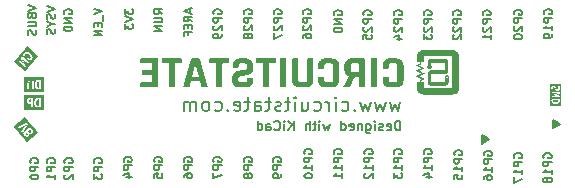
<source format=gbr>
%TF.GenerationSoftware,KiCad,Pcbnew,8.0.4*%
%TF.CreationDate,2024-08-30T02:08:09+05:30*%
%TF.ProjectId,Mitayi-Pico-RP2040,4d697461-7969-42d5-9069-636f2d525032,0.6*%
%TF.SameCoordinates,PX73df160PY5f2d3c0*%
%TF.FileFunction,Legend,Bot*%
%TF.FilePolarity,Positive*%
%FSLAX46Y46*%
G04 Gerber Fmt 4.6, Leading zero omitted, Abs format (unit mm)*
G04 Created by KiCad (PCBNEW 8.0.4) date 2024-08-30 02:08:09*
%MOMM*%
%LPD*%
G01*
G04 APERTURE LIST*
%ADD10C,0.150000*%
%ADD11C,0.200000*%
%ADD12C,0.000000*%
G04 APERTURE END LIST*
D10*
X46699366Y5148685D02*
X46666033Y5215352D01*
X46666033Y5215352D02*
X46666033Y5315352D01*
X46666033Y5315352D02*
X46699366Y5415352D01*
X46699366Y5415352D02*
X46766033Y5482018D01*
X46766033Y5482018D02*
X46832700Y5515352D01*
X46832700Y5515352D02*
X46966033Y5548685D01*
X46966033Y5548685D02*
X47066033Y5548685D01*
X47066033Y5548685D02*
X47199366Y5515352D01*
X47199366Y5515352D02*
X47266033Y5482018D01*
X47266033Y5482018D02*
X47332700Y5415352D01*
X47332700Y5415352D02*
X47366033Y5315352D01*
X47366033Y5315352D02*
X47366033Y5248685D01*
X47366033Y5248685D02*
X47332700Y5148685D01*
X47332700Y5148685D02*
X47299366Y5115352D01*
X47299366Y5115352D02*
X47066033Y5115352D01*
X47066033Y5115352D02*
X47066033Y5248685D01*
X47366033Y4815352D02*
X46666033Y4815352D01*
X46666033Y4815352D02*
X46666033Y4548685D01*
X46666033Y4548685D02*
X46699366Y4482018D01*
X46699366Y4482018D02*
X46732700Y4448685D01*
X46732700Y4448685D02*
X46799366Y4415352D01*
X46799366Y4415352D02*
X46899366Y4415352D01*
X46899366Y4415352D02*
X46966033Y4448685D01*
X46966033Y4448685D02*
X46999366Y4482018D01*
X46999366Y4482018D02*
X47032700Y4548685D01*
X47032700Y4548685D02*
X47032700Y4815352D01*
X47366033Y3748685D02*
X47366033Y4148685D01*
X47366033Y3948685D02*
X46666033Y3948685D01*
X46666033Y3948685D02*
X46766033Y4015352D01*
X46766033Y4015352D02*
X46832700Y4082018D01*
X46832700Y4082018D02*
X46866033Y4148685D01*
X46966033Y3348685D02*
X46932700Y3415351D01*
X46932700Y3415351D02*
X46899366Y3448685D01*
X46899366Y3448685D02*
X46832700Y3482018D01*
X46832700Y3482018D02*
X46799366Y3482018D01*
X46799366Y3482018D02*
X46732700Y3448685D01*
X46732700Y3448685D02*
X46699366Y3415351D01*
X46699366Y3415351D02*
X46666033Y3348685D01*
X46666033Y3348685D02*
X46666033Y3215351D01*
X46666033Y3215351D02*
X46699366Y3148685D01*
X46699366Y3148685D02*
X46732700Y3115351D01*
X46732700Y3115351D02*
X46799366Y3082018D01*
X46799366Y3082018D02*
X46832700Y3082018D01*
X46832700Y3082018D02*
X46899366Y3115351D01*
X46899366Y3115351D02*
X46932700Y3148685D01*
X46932700Y3148685D02*
X46966033Y3215351D01*
X46966033Y3215351D02*
X46966033Y3348685D01*
X46966033Y3348685D02*
X46999366Y3415351D01*
X46999366Y3415351D02*
X47032700Y3448685D01*
X47032700Y3448685D02*
X47099366Y3482018D01*
X47099366Y3482018D02*
X47232700Y3482018D01*
X47232700Y3482018D02*
X47299366Y3448685D01*
X47299366Y3448685D02*
X47332700Y3415351D01*
X47332700Y3415351D02*
X47366033Y3348685D01*
X47366033Y3348685D02*
X47366033Y3215351D01*
X47366033Y3215351D02*
X47332700Y3148685D01*
X47332700Y3148685D02*
X47299366Y3115351D01*
X47299366Y3115351D02*
X47232700Y3082018D01*
X47232700Y3082018D02*
X47099366Y3082018D01*
X47099366Y3082018D02*
X47032700Y3115351D01*
X47032700Y3115351D02*
X46999366Y3148685D01*
X46999366Y3148685D02*
X46966033Y3215351D01*
X13749366Y4832018D02*
X13716033Y4898685D01*
X13716033Y4898685D02*
X13716033Y4998685D01*
X13716033Y4998685D02*
X13749366Y5098685D01*
X13749366Y5098685D02*
X13816033Y5165351D01*
X13816033Y5165351D02*
X13882700Y5198685D01*
X13882700Y5198685D02*
X14016033Y5232018D01*
X14016033Y5232018D02*
X14116033Y5232018D01*
X14116033Y5232018D02*
X14249366Y5198685D01*
X14249366Y5198685D02*
X14316033Y5165351D01*
X14316033Y5165351D02*
X14382700Y5098685D01*
X14382700Y5098685D02*
X14416033Y4998685D01*
X14416033Y4998685D02*
X14416033Y4932018D01*
X14416033Y4932018D02*
X14382700Y4832018D01*
X14382700Y4832018D02*
X14349366Y4798685D01*
X14349366Y4798685D02*
X14116033Y4798685D01*
X14116033Y4798685D02*
X14116033Y4932018D01*
X14416033Y4498685D02*
X13716033Y4498685D01*
X13716033Y4498685D02*
X13716033Y4232018D01*
X13716033Y4232018D02*
X13749366Y4165351D01*
X13749366Y4165351D02*
X13782700Y4132018D01*
X13782700Y4132018D02*
X13849366Y4098685D01*
X13849366Y4098685D02*
X13949366Y4098685D01*
X13949366Y4098685D02*
X14016033Y4132018D01*
X14016033Y4132018D02*
X14049366Y4165351D01*
X14049366Y4165351D02*
X14082700Y4232018D01*
X14082700Y4232018D02*
X14082700Y4498685D01*
X13716033Y3465351D02*
X13716033Y3798685D01*
X13716033Y3798685D02*
X14049366Y3832018D01*
X14049366Y3832018D02*
X14016033Y3798685D01*
X14016033Y3798685D02*
X13982700Y3732018D01*
X13982700Y3732018D02*
X13982700Y3565351D01*
X13982700Y3565351D02*
X14016033Y3498685D01*
X14016033Y3498685D02*
X14049366Y3465351D01*
X14049366Y3465351D02*
X14116033Y3432018D01*
X14116033Y3432018D02*
X14282700Y3432018D01*
X14282700Y3432018D02*
X14349366Y3465351D01*
X14349366Y3465351D02*
X14382700Y3498685D01*
X14382700Y3498685D02*
X14416033Y3565351D01*
X14416033Y3565351D02*
X14416033Y3732018D01*
X14416033Y3732018D02*
X14382700Y3798685D01*
X14382700Y3798685D02*
X14349366Y3832018D01*
X34049366Y17233334D02*
X34016033Y17300001D01*
X34016033Y17300001D02*
X34016033Y17400001D01*
X34016033Y17400001D02*
X34049366Y17500001D01*
X34049366Y17500001D02*
X34116033Y17566667D01*
X34116033Y17566667D02*
X34182700Y17600001D01*
X34182700Y17600001D02*
X34316033Y17633334D01*
X34316033Y17633334D02*
X34416033Y17633334D01*
X34416033Y17633334D02*
X34549366Y17600001D01*
X34549366Y17600001D02*
X34616033Y17566667D01*
X34616033Y17566667D02*
X34682700Y17500001D01*
X34682700Y17500001D02*
X34716033Y17400001D01*
X34716033Y17400001D02*
X34716033Y17333334D01*
X34716033Y17333334D02*
X34682700Y17233334D01*
X34682700Y17233334D02*
X34649366Y17200001D01*
X34649366Y17200001D02*
X34416033Y17200001D01*
X34416033Y17200001D02*
X34416033Y17333334D01*
X34716033Y16900001D02*
X34016033Y16900001D01*
X34016033Y16900001D02*
X34016033Y16633334D01*
X34016033Y16633334D02*
X34049366Y16566667D01*
X34049366Y16566667D02*
X34082700Y16533334D01*
X34082700Y16533334D02*
X34149366Y16500001D01*
X34149366Y16500001D02*
X34249366Y16500001D01*
X34249366Y16500001D02*
X34316033Y16533334D01*
X34316033Y16533334D02*
X34349366Y16566667D01*
X34349366Y16566667D02*
X34382700Y16633334D01*
X34382700Y16633334D02*
X34382700Y16900001D01*
X34082700Y16233334D02*
X34049366Y16200001D01*
X34049366Y16200001D02*
X34016033Y16133334D01*
X34016033Y16133334D02*
X34016033Y15966667D01*
X34016033Y15966667D02*
X34049366Y15900001D01*
X34049366Y15900001D02*
X34082700Y15866667D01*
X34082700Y15866667D02*
X34149366Y15833334D01*
X34149366Y15833334D02*
X34216033Y15833334D01*
X34216033Y15833334D02*
X34316033Y15866667D01*
X34316033Y15866667D02*
X34716033Y16266667D01*
X34716033Y16266667D02*
X34716033Y15833334D01*
X34249366Y15233334D02*
X34716033Y15233334D01*
X33982700Y15400000D02*
X34482700Y15566667D01*
X34482700Y15566667D02*
X34482700Y15133334D01*
X18749366Y17333334D02*
X18716033Y17400001D01*
X18716033Y17400001D02*
X18716033Y17500001D01*
X18716033Y17500001D02*
X18749366Y17600001D01*
X18749366Y17600001D02*
X18816033Y17666667D01*
X18816033Y17666667D02*
X18882700Y17700001D01*
X18882700Y17700001D02*
X19016033Y17733334D01*
X19016033Y17733334D02*
X19116033Y17733334D01*
X19116033Y17733334D02*
X19249366Y17700001D01*
X19249366Y17700001D02*
X19316033Y17666667D01*
X19316033Y17666667D02*
X19382700Y17600001D01*
X19382700Y17600001D02*
X19416033Y17500001D01*
X19416033Y17500001D02*
X19416033Y17433334D01*
X19416033Y17433334D02*
X19382700Y17333334D01*
X19382700Y17333334D02*
X19349366Y17300001D01*
X19349366Y17300001D02*
X19116033Y17300001D01*
X19116033Y17300001D02*
X19116033Y17433334D01*
X19416033Y17000001D02*
X18716033Y17000001D01*
X18716033Y17000001D02*
X18716033Y16733334D01*
X18716033Y16733334D02*
X18749366Y16666667D01*
X18749366Y16666667D02*
X18782700Y16633334D01*
X18782700Y16633334D02*
X18849366Y16600001D01*
X18849366Y16600001D02*
X18949366Y16600001D01*
X18949366Y16600001D02*
X19016033Y16633334D01*
X19016033Y16633334D02*
X19049366Y16666667D01*
X19049366Y16666667D02*
X19082700Y16733334D01*
X19082700Y16733334D02*
X19082700Y17000001D01*
X18782700Y16333334D02*
X18749366Y16300001D01*
X18749366Y16300001D02*
X18716033Y16233334D01*
X18716033Y16233334D02*
X18716033Y16066667D01*
X18716033Y16066667D02*
X18749366Y16000001D01*
X18749366Y16000001D02*
X18782700Y15966667D01*
X18782700Y15966667D02*
X18849366Y15933334D01*
X18849366Y15933334D02*
X18916033Y15933334D01*
X18916033Y15933334D02*
X19016033Y15966667D01*
X19016033Y15966667D02*
X19416033Y16366667D01*
X19416033Y16366667D02*
X19416033Y15933334D01*
X19416033Y15600000D02*
X19416033Y15466667D01*
X19416033Y15466667D02*
X19382700Y15400000D01*
X19382700Y15400000D02*
X19349366Y15366667D01*
X19349366Y15366667D02*
X19249366Y15300000D01*
X19249366Y15300000D02*
X19116033Y15266667D01*
X19116033Y15266667D02*
X18849366Y15266667D01*
X18849366Y15266667D02*
X18782700Y15300000D01*
X18782700Y15300000D02*
X18749366Y15333334D01*
X18749366Y15333334D02*
X18716033Y15400000D01*
X18716033Y15400000D02*
X18716033Y15533334D01*
X18716033Y15533334D02*
X18749366Y15600000D01*
X18749366Y15600000D02*
X18782700Y15633334D01*
X18782700Y15633334D02*
X18849366Y15666667D01*
X18849366Y15666667D02*
X19016033Y15666667D01*
X19016033Y15666667D02*
X19082700Y15633334D01*
X19082700Y15633334D02*
X19116033Y15600000D01*
X19116033Y15600000D02*
X19149366Y15533334D01*
X19149366Y15533334D02*
X19149366Y15400000D01*
X19149366Y15400000D02*
X19116033Y15333334D01*
X19116033Y15333334D02*
X19082700Y15300000D01*
X19082700Y15300000D02*
X19016033Y15266667D01*
X6099366Y17333333D02*
X6066033Y17400000D01*
X6066033Y17400000D02*
X6066033Y17500000D01*
X6066033Y17500000D02*
X6099366Y17600000D01*
X6099366Y17600000D02*
X6166033Y17666666D01*
X6166033Y17666666D02*
X6232700Y17700000D01*
X6232700Y17700000D02*
X6366033Y17733333D01*
X6366033Y17733333D02*
X6466033Y17733333D01*
X6466033Y17733333D02*
X6599366Y17700000D01*
X6599366Y17700000D02*
X6666033Y17666666D01*
X6666033Y17666666D02*
X6732700Y17600000D01*
X6732700Y17600000D02*
X6766033Y17500000D01*
X6766033Y17500000D02*
X6766033Y17433333D01*
X6766033Y17433333D02*
X6732700Y17333333D01*
X6732700Y17333333D02*
X6699366Y17300000D01*
X6699366Y17300000D02*
X6466033Y17300000D01*
X6466033Y17300000D02*
X6466033Y17433333D01*
X6766033Y17000000D02*
X6066033Y17000000D01*
X6066033Y17000000D02*
X6766033Y16600000D01*
X6766033Y16600000D02*
X6066033Y16600000D01*
X6766033Y16266667D02*
X6066033Y16266667D01*
X6066033Y16266667D02*
X6066033Y16100000D01*
X6066033Y16100000D02*
X6099366Y16000000D01*
X6099366Y16000000D02*
X6166033Y15933333D01*
X6166033Y15933333D02*
X6232700Y15900000D01*
X6232700Y15900000D02*
X6366033Y15866667D01*
X6366033Y15866667D02*
X6466033Y15866667D01*
X6466033Y15866667D02*
X6599366Y15900000D01*
X6599366Y15900000D02*
X6666033Y15933333D01*
X6666033Y15933333D02*
X6732700Y16000000D01*
X6732700Y16000000D02*
X6766033Y16100000D01*
X6766033Y16100000D02*
X6766033Y16266667D01*
X28949366Y17233333D02*
X28916033Y17300000D01*
X28916033Y17300000D02*
X28916033Y17400000D01*
X28916033Y17400000D02*
X28949366Y17500000D01*
X28949366Y17500000D02*
X29016033Y17566666D01*
X29016033Y17566666D02*
X29082700Y17600000D01*
X29082700Y17600000D02*
X29216033Y17633333D01*
X29216033Y17633333D02*
X29316033Y17633333D01*
X29316033Y17633333D02*
X29449366Y17600000D01*
X29449366Y17600000D02*
X29516033Y17566666D01*
X29516033Y17566666D02*
X29582700Y17500000D01*
X29582700Y17500000D02*
X29616033Y17400000D01*
X29616033Y17400000D02*
X29616033Y17333333D01*
X29616033Y17333333D02*
X29582700Y17233333D01*
X29582700Y17233333D02*
X29549366Y17200000D01*
X29549366Y17200000D02*
X29316033Y17200000D01*
X29316033Y17200000D02*
X29316033Y17333333D01*
X29616033Y16900000D02*
X28916033Y16900000D01*
X28916033Y16900000D02*
X29616033Y16500000D01*
X29616033Y16500000D02*
X28916033Y16500000D01*
X29616033Y16166667D02*
X28916033Y16166667D01*
X28916033Y16166667D02*
X28916033Y16000000D01*
X28916033Y16000000D02*
X28949366Y15900000D01*
X28949366Y15900000D02*
X29016033Y15833333D01*
X29016033Y15833333D02*
X29082700Y15800000D01*
X29082700Y15800000D02*
X29216033Y15766667D01*
X29216033Y15766667D02*
X29316033Y15766667D01*
X29316033Y15766667D02*
X29449366Y15800000D01*
X29449366Y15800000D02*
X29516033Y15833333D01*
X29516033Y15833333D02*
X29582700Y15900000D01*
X29582700Y15900000D02*
X29616033Y16000000D01*
X29616033Y16000000D02*
X29616033Y16166667D01*
X4616033Y18000001D02*
X5316033Y17766667D01*
X5316033Y17766667D02*
X4616033Y17533334D01*
X5282700Y17333334D02*
X5316033Y17233334D01*
X5316033Y17233334D02*
X5316033Y17066667D01*
X5316033Y17066667D02*
X5282700Y17000001D01*
X5282700Y17000001D02*
X5249366Y16966667D01*
X5249366Y16966667D02*
X5182700Y16933334D01*
X5182700Y16933334D02*
X5116033Y16933334D01*
X5116033Y16933334D02*
X5049366Y16966667D01*
X5049366Y16966667D02*
X5016033Y17000001D01*
X5016033Y17000001D02*
X4982700Y17066667D01*
X4982700Y17066667D02*
X4949366Y17200001D01*
X4949366Y17200001D02*
X4916033Y17266667D01*
X4916033Y17266667D02*
X4882700Y17300001D01*
X4882700Y17300001D02*
X4816033Y17333334D01*
X4816033Y17333334D02*
X4749366Y17333334D01*
X4749366Y17333334D02*
X4682700Y17300001D01*
X4682700Y17300001D02*
X4649366Y17266667D01*
X4649366Y17266667D02*
X4616033Y17200001D01*
X4616033Y17200001D02*
X4616033Y17033334D01*
X4616033Y17033334D02*
X4649366Y16933334D01*
X4982700Y16500000D02*
X5316033Y16500000D01*
X4616033Y16733334D02*
X4982700Y16500000D01*
X4982700Y16500000D02*
X4616033Y16266667D01*
X5282700Y16066667D02*
X5316033Y15966667D01*
X5316033Y15966667D02*
X5316033Y15800000D01*
X5316033Y15800000D02*
X5282700Y15733334D01*
X5282700Y15733334D02*
X5249366Y15700000D01*
X5249366Y15700000D02*
X5182700Y15666667D01*
X5182700Y15666667D02*
X5116033Y15666667D01*
X5116033Y15666667D02*
X5049366Y15700000D01*
X5049366Y15700000D02*
X5016033Y15733334D01*
X5016033Y15733334D02*
X4982700Y15800000D01*
X4982700Y15800000D02*
X4949366Y15933334D01*
X4949366Y15933334D02*
X4916033Y16000000D01*
X4916033Y16000000D02*
X4882700Y16033334D01*
X4882700Y16033334D02*
X4816033Y16066667D01*
X4816033Y16066667D02*
X4749366Y16066667D01*
X4749366Y16066667D02*
X4682700Y16033334D01*
X4682700Y16033334D02*
X4649366Y16000000D01*
X4649366Y16000000D02*
X4616033Y15933334D01*
X4616033Y15933334D02*
X4616033Y15766667D01*
X4616033Y15766667D02*
X4649366Y15666667D01*
X4649366Y4732018D02*
X4616033Y4798685D01*
X4616033Y4798685D02*
X4616033Y4898685D01*
X4616033Y4898685D02*
X4649366Y4998685D01*
X4649366Y4998685D02*
X4716033Y5065351D01*
X4716033Y5065351D02*
X4782700Y5098685D01*
X4782700Y5098685D02*
X4916033Y5132018D01*
X4916033Y5132018D02*
X5016033Y5132018D01*
X5016033Y5132018D02*
X5149366Y5098685D01*
X5149366Y5098685D02*
X5216033Y5065351D01*
X5216033Y5065351D02*
X5282700Y4998685D01*
X5282700Y4998685D02*
X5316033Y4898685D01*
X5316033Y4898685D02*
X5316033Y4832018D01*
X5316033Y4832018D02*
X5282700Y4732018D01*
X5282700Y4732018D02*
X5249366Y4698685D01*
X5249366Y4698685D02*
X5016033Y4698685D01*
X5016033Y4698685D02*
X5016033Y4832018D01*
X5316033Y4398685D02*
X4616033Y4398685D01*
X4616033Y4398685D02*
X4616033Y4132018D01*
X4616033Y4132018D02*
X4649366Y4065351D01*
X4649366Y4065351D02*
X4682700Y4032018D01*
X4682700Y4032018D02*
X4749366Y3998685D01*
X4749366Y3998685D02*
X4849366Y3998685D01*
X4849366Y3998685D02*
X4916033Y4032018D01*
X4916033Y4032018D02*
X4949366Y4065351D01*
X4949366Y4065351D02*
X4982700Y4132018D01*
X4982700Y4132018D02*
X4982700Y4398685D01*
X5316033Y3332018D02*
X5316033Y3732018D01*
X5316033Y3532018D02*
X4616033Y3532018D01*
X4616033Y3532018D02*
X4716033Y3598685D01*
X4716033Y3598685D02*
X4782700Y3665351D01*
X4782700Y3665351D02*
X4816033Y3732018D01*
X16716033Y17733333D02*
X16716033Y17400000D01*
X16916033Y17800000D02*
X16216033Y17566666D01*
X16216033Y17566666D02*
X16916033Y17333333D01*
X16916033Y16700000D02*
X16582700Y16933333D01*
X16916033Y17100000D02*
X16216033Y17100000D01*
X16216033Y17100000D02*
X16216033Y16833333D01*
X16216033Y16833333D02*
X16249366Y16766666D01*
X16249366Y16766666D02*
X16282700Y16733333D01*
X16282700Y16733333D02*
X16349366Y16700000D01*
X16349366Y16700000D02*
X16449366Y16700000D01*
X16449366Y16700000D02*
X16516033Y16733333D01*
X16516033Y16733333D02*
X16549366Y16766666D01*
X16549366Y16766666D02*
X16582700Y16833333D01*
X16582700Y16833333D02*
X16582700Y17100000D01*
X16549366Y16400000D02*
X16549366Y16166666D01*
X16916033Y16066666D02*
X16916033Y16400000D01*
X16916033Y16400000D02*
X16216033Y16400000D01*
X16216033Y16400000D02*
X16216033Y16066666D01*
X16549366Y15533333D02*
X16549366Y15766667D01*
X16916033Y15766667D02*
X16216033Y15766667D01*
X16216033Y15766667D02*
X16216033Y15433333D01*
X34049366Y5498685D02*
X34016033Y5565352D01*
X34016033Y5565352D02*
X34016033Y5665352D01*
X34016033Y5665352D02*
X34049366Y5765352D01*
X34049366Y5765352D02*
X34116033Y5832018D01*
X34116033Y5832018D02*
X34182700Y5865352D01*
X34182700Y5865352D02*
X34316033Y5898685D01*
X34316033Y5898685D02*
X34416033Y5898685D01*
X34416033Y5898685D02*
X34549366Y5865352D01*
X34549366Y5865352D02*
X34616033Y5832018D01*
X34616033Y5832018D02*
X34682700Y5765352D01*
X34682700Y5765352D02*
X34716033Y5665352D01*
X34716033Y5665352D02*
X34716033Y5598685D01*
X34716033Y5598685D02*
X34682700Y5498685D01*
X34682700Y5498685D02*
X34649366Y5465352D01*
X34649366Y5465352D02*
X34416033Y5465352D01*
X34416033Y5465352D02*
X34416033Y5598685D01*
X34716033Y5165352D02*
X34016033Y5165352D01*
X34016033Y5165352D02*
X34016033Y4898685D01*
X34016033Y4898685D02*
X34049366Y4832018D01*
X34049366Y4832018D02*
X34082700Y4798685D01*
X34082700Y4798685D02*
X34149366Y4765352D01*
X34149366Y4765352D02*
X34249366Y4765352D01*
X34249366Y4765352D02*
X34316033Y4798685D01*
X34316033Y4798685D02*
X34349366Y4832018D01*
X34349366Y4832018D02*
X34382700Y4898685D01*
X34382700Y4898685D02*
X34382700Y5165352D01*
X34716033Y4098685D02*
X34716033Y4498685D01*
X34716033Y4298685D02*
X34016033Y4298685D01*
X34016033Y4298685D02*
X34116033Y4365352D01*
X34116033Y4365352D02*
X34182700Y4432018D01*
X34182700Y4432018D02*
X34216033Y4498685D01*
X34016033Y3865351D02*
X34016033Y3432018D01*
X34016033Y3432018D02*
X34282700Y3665351D01*
X34282700Y3665351D02*
X34282700Y3565351D01*
X34282700Y3565351D02*
X34316033Y3498685D01*
X34316033Y3498685D02*
X34349366Y3465351D01*
X34349366Y3465351D02*
X34416033Y3432018D01*
X34416033Y3432018D02*
X34582700Y3432018D01*
X34582700Y3432018D02*
X34649366Y3465351D01*
X34649366Y3465351D02*
X34682700Y3498685D01*
X34682700Y3498685D02*
X34716033Y3565351D01*
X34716033Y3565351D02*
X34716033Y3765351D01*
X34716033Y3765351D02*
X34682700Y3832018D01*
X34682700Y3832018D02*
X34649366Y3865351D01*
X3249366Y4732018D02*
X3216033Y4798685D01*
X3216033Y4798685D02*
X3216033Y4898685D01*
X3216033Y4898685D02*
X3249366Y4998685D01*
X3249366Y4998685D02*
X3316033Y5065351D01*
X3316033Y5065351D02*
X3382700Y5098685D01*
X3382700Y5098685D02*
X3516033Y5132018D01*
X3516033Y5132018D02*
X3616033Y5132018D01*
X3616033Y5132018D02*
X3749366Y5098685D01*
X3749366Y5098685D02*
X3816033Y5065351D01*
X3816033Y5065351D02*
X3882700Y4998685D01*
X3882700Y4998685D02*
X3916033Y4898685D01*
X3916033Y4898685D02*
X3916033Y4832018D01*
X3916033Y4832018D02*
X3882700Y4732018D01*
X3882700Y4732018D02*
X3849366Y4698685D01*
X3849366Y4698685D02*
X3616033Y4698685D01*
X3616033Y4698685D02*
X3616033Y4832018D01*
X3916033Y4398685D02*
X3216033Y4398685D01*
X3216033Y4398685D02*
X3216033Y4132018D01*
X3216033Y4132018D02*
X3249366Y4065351D01*
X3249366Y4065351D02*
X3282700Y4032018D01*
X3282700Y4032018D02*
X3349366Y3998685D01*
X3349366Y3998685D02*
X3449366Y3998685D01*
X3449366Y3998685D02*
X3516033Y4032018D01*
X3516033Y4032018D02*
X3549366Y4065351D01*
X3549366Y4065351D02*
X3582700Y4132018D01*
X3582700Y4132018D02*
X3582700Y4398685D01*
X3216033Y3565351D02*
X3216033Y3498685D01*
X3216033Y3498685D02*
X3249366Y3432018D01*
X3249366Y3432018D02*
X3282700Y3398685D01*
X3282700Y3398685D02*
X3349366Y3365351D01*
X3349366Y3365351D02*
X3482700Y3332018D01*
X3482700Y3332018D02*
X3649366Y3332018D01*
X3649366Y3332018D02*
X3782700Y3365351D01*
X3782700Y3365351D02*
X3849366Y3398685D01*
X3849366Y3398685D02*
X3882700Y3432018D01*
X3882700Y3432018D02*
X3916033Y3498685D01*
X3916033Y3498685D02*
X3916033Y3565351D01*
X3916033Y3565351D02*
X3882700Y3632018D01*
X3882700Y3632018D02*
X3849366Y3665351D01*
X3849366Y3665351D02*
X3782700Y3698685D01*
X3782700Y3698685D02*
X3649366Y3732018D01*
X3649366Y3732018D02*
X3482700Y3732018D01*
X3482700Y3732018D02*
X3349366Y3698685D01*
X3349366Y3698685D02*
X3282700Y3665351D01*
X3282700Y3665351D02*
X3249366Y3632018D01*
X3249366Y3632018D02*
X3216033Y3565351D01*
X3016033Y18083334D02*
X3716033Y17850000D01*
X3716033Y17850000D02*
X3016033Y17616667D01*
X3349366Y17150000D02*
X3382700Y17050000D01*
X3382700Y17050000D02*
X3416033Y17016667D01*
X3416033Y17016667D02*
X3482700Y16983334D01*
X3482700Y16983334D02*
X3582700Y16983334D01*
X3582700Y16983334D02*
X3649366Y17016667D01*
X3649366Y17016667D02*
X3682700Y17050000D01*
X3682700Y17050000D02*
X3716033Y17116667D01*
X3716033Y17116667D02*
X3716033Y17383334D01*
X3716033Y17383334D02*
X3016033Y17383334D01*
X3016033Y17383334D02*
X3016033Y17150000D01*
X3016033Y17150000D02*
X3049366Y17083334D01*
X3049366Y17083334D02*
X3082700Y17050000D01*
X3082700Y17050000D02*
X3149366Y17016667D01*
X3149366Y17016667D02*
X3216033Y17016667D01*
X3216033Y17016667D02*
X3282700Y17050000D01*
X3282700Y17050000D02*
X3316033Y17083334D01*
X3316033Y17083334D02*
X3349366Y17150000D01*
X3349366Y17150000D02*
X3349366Y17383334D01*
X3016033Y16683334D02*
X3582700Y16683334D01*
X3582700Y16683334D02*
X3649366Y16650000D01*
X3649366Y16650000D02*
X3682700Y16616667D01*
X3682700Y16616667D02*
X3716033Y16550000D01*
X3716033Y16550000D02*
X3716033Y16416667D01*
X3716033Y16416667D02*
X3682700Y16350000D01*
X3682700Y16350000D02*
X3649366Y16316667D01*
X3649366Y16316667D02*
X3582700Y16283334D01*
X3582700Y16283334D02*
X3016033Y16283334D01*
X3682700Y15983334D02*
X3716033Y15883334D01*
X3716033Y15883334D02*
X3716033Y15716667D01*
X3716033Y15716667D02*
X3682700Y15650001D01*
X3682700Y15650001D02*
X3649366Y15616667D01*
X3649366Y15616667D02*
X3582700Y15583334D01*
X3582700Y15583334D02*
X3516033Y15583334D01*
X3516033Y15583334D02*
X3449366Y15616667D01*
X3449366Y15616667D02*
X3416033Y15650001D01*
X3416033Y15650001D02*
X3382700Y15716667D01*
X3382700Y15716667D02*
X3349366Y15850001D01*
X3349366Y15850001D02*
X3316033Y15916667D01*
X3316033Y15916667D02*
X3282700Y15950001D01*
X3282700Y15950001D02*
X3216033Y15983334D01*
X3216033Y15983334D02*
X3149366Y15983334D01*
X3149366Y15983334D02*
X3082700Y15950001D01*
X3082700Y15950001D02*
X3049366Y15916667D01*
X3049366Y15916667D02*
X3016033Y15850001D01*
X3016033Y15850001D02*
X3016033Y15683334D01*
X3016033Y15683334D02*
X3049366Y15583334D01*
D11*
X34560148Y9905258D02*
X34331577Y9105258D01*
X34331577Y9105258D02*
X34103005Y9676686D01*
X34103005Y9676686D02*
X33874434Y9105258D01*
X33874434Y9105258D02*
X33645862Y9905258D01*
X33303005Y9905258D02*
X33074434Y9105258D01*
X33074434Y9105258D02*
X32845862Y9676686D01*
X32845862Y9676686D02*
X32617291Y9105258D01*
X32617291Y9105258D02*
X32388719Y9905258D01*
X32045862Y9905258D02*
X31817291Y9105258D01*
X31817291Y9105258D02*
X31588719Y9676686D01*
X31588719Y9676686D02*
X31360148Y9105258D01*
X31360148Y9105258D02*
X31131576Y9905258D01*
X30674433Y9219543D02*
X30617290Y9162400D01*
X30617290Y9162400D02*
X30674433Y9105258D01*
X30674433Y9105258D02*
X30731576Y9162400D01*
X30731576Y9162400D02*
X30674433Y9219543D01*
X30674433Y9219543D02*
X30674433Y9105258D01*
X29588719Y9162400D02*
X29703004Y9105258D01*
X29703004Y9105258D02*
X29931576Y9105258D01*
X29931576Y9105258D02*
X30045861Y9162400D01*
X30045861Y9162400D02*
X30103004Y9219543D01*
X30103004Y9219543D02*
X30160147Y9333829D01*
X30160147Y9333829D02*
X30160147Y9676686D01*
X30160147Y9676686D02*
X30103004Y9790972D01*
X30103004Y9790972D02*
X30045861Y9848115D01*
X30045861Y9848115D02*
X29931576Y9905258D01*
X29931576Y9905258D02*
X29703004Y9905258D01*
X29703004Y9905258D02*
X29588719Y9848115D01*
X29074433Y9105258D02*
X29074433Y9905258D01*
X29074433Y10305258D02*
X29131576Y10248115D01*
X29131576Y10248115D02*
X29074433Y10190972D01*
X29074433Y10190972D02*
X29017290Y10248115D01*
X29017290Y10248115D02*
X29074433Y10305258D01*
X29074433Y10305258D02*
X29074433Y10190972D01*
X28503004Y9105258D02*
X28503004Y9905258D01*
X28503004Y9676686D02*
X28445861Y9790972D01*
X28445861Y9790972D02*
X28388719Y9848115D01*
X28388719Y9848115D02*
X28274433Y9905258D01*
X28274433Y9905258D02*
X28160147Y9905258D01*
X27245862Y9162400D02*
X27360147Y9105258D01*
X27360147Y9105258D02*
X27588719Y9105258D01*
X27588719Y9105258D02*
X27703004Y9162400D01*
X27703004Y9162400D02*
X27760147Y9219543D01*
X27760147Y9219543D02*
X27817290Y9333829D01*
X27817290Y9333829D02*
X27817290Y9676686D01*
X27817290Y9676686D02*
X27760147Y9790972D01*
X27760147Y9790972D02*
X27703004Y9848115D01*
X27703004Y9848115D02*
X27588719Y9905258D01*
X27588719Y9905258D02*
X27360147Y9905258D01*
X27360147Y9905258D02*
X27245862Y9848115D01*
X26217291Y9905258D02*
X26217291Y9105258D01*
X26731576Y9905258D02*
X26731576Y9276686D01*
X26731576Y9276686D02*
X26674433Y9162400D01*
X26674433Y9162400D02*
X26560148Y9105258D01*
X26560148Y9105258D02*
X26388719Y9105258D01*
X26388719Y9105258D02*
X26274433Y9162400D01*
X26274433Y9162400D02*
X26217291Y9219543D01*
X25645862Y9105258D02*
X25645862Y9905258D01*
X25645862Y10305258D02*
X25703005Y10248115D01*
X25703005Y10248115D02*
X25645862Y10190972D01*
X25645862Y10190972D02*
X25588719Y10248115D01*
X25588719Y10248115D02*
X25645862Y10305258D01*
X25645862Y10305258D02*
X25645862Y10190972D01*
X25245862Y9905258D02*
X24788719Y9905258D01*
X25074433Y10305258D02*
X25074433Y9276686D01*
X25074433Y9276686D02*
X25017290Y9162400D01*
X25017290Y9162400D02*
X24903005Y9105258D01*
X24903005Y9105258D02*
X24788719Y9105258D01*
X24445862Y9162400D02*
X24331576Y9105258D01*
X24331576Y9105258D02*
X24103005Y9105258D01*
X24103005Y9105258D02*
X23988719Y9162400D01*
X23988719Y9162400D02*
X23931576Y9276686D01*
X23931576Y9276686D02*
X23931576Y9333829D01*
X23931576Y9333829D02*
X23988719Y9448115D01*
X23988719Y9448115D02*
X24103005Y9505258D01*
X24103005Y9505258D02*
X24274434Y9505258D01*
X24274434Y9505258D02*
X24388719Y9562400D01*
X24388719Y9562400D02*
X24445862Y9676686D01*
X24445862Y9676686D02*
X24445862Y9733829D01*
X24445862Y9733829D02*
X24388719Y9848115D01*
X24388719Y9848115D02*
X24274434Y9905258D01*
X24274434Y9905258D02*
X24103005Y9905258D01*
X24103005Y9905258D02*
X23988719Y9848115D01*
X23588719Y9905258D02*
X23131576Y9905258D01*
X23417290Y10305258D02*
X23417290Y9276686D01*
X23417290Y9276686D02*
X23360147Y9162400D01*
X23360147Y9162400D02*
X23245862Y9105258D01*
X23245862Y9105258D02*
X23131576Y9105258D01*
X22217291Y9105258D02*
X22217291Y9733829D01*
X22217291Y9733829D02*
X22274433Y9848115D01*
X22274433Y9848115D02*
X22388719Y9905258D01*
X22388719Y9905258D02*
X22617291Y9905258D01*
X22617291Y9905258D02*
X22731576Y9848115D01*
X22217291Y9162400D02*
X22331576Y9105258D01*
X22331576Y9105258D02*
X22617291Y9105258D01*
X22617291Y9105258D02*
X22731576Y9162400D01*
X22731576Y9162400D02*
X22788719Y9276686D01*
X22788719Y9276686D02*
X22788719Y9390972D01*
X22788719Y9390972D02*
X22731576Y9505258D01*
X22731576Y9505258D02*
X22617291Y9562400D01*
X22617291Y9562400D02*
X22331576Y9562400D01*
X22331576Y9562400D02*
X22217291Y9619543D01*
X21817291Y9905258D02*
X21360148Y9905258D01*
X21645862Y10305258D02*
X21645862Y9276686D01*
X21645862Y9276686D02*
X21588719Y9162400D01*
X21588719Y9162400D02*
X21474434Y9105258D01*
X21474434Y9105258D02*
X21360148Y9105258D01*
X20503005Y9162400D02*
X20617291Y9105258D01*
X20617291Y9105258D02*
X20845863Y9105258D01*
X20845863Y9105258D02*
X20960148Y9162400D01*
X20960148Y9162400D02*
X21017291Y9276686D01*
X21017291Y9276686D02*
X21017291Y9733829D01*
X21017291Y9733829D02*
X20960148Y9848115D01*
X20960148Y9848115D02*
X20845863Y9905258D01*
X20845863Y9905258D02*
X20617291Y9905258D01*
X20617291Y9905258D02*
X20503005Y9848115D01*
X20503005Y9848115D02*
X20445863Y9733829D01*
X20445863Y9733829D02*
X20445863Y9619543D01*
X20445863Y9619543D02*
X21017291Y9505258D01*
X19931577Y9219543D02*
X19874434Y9162400D01*
X19874434Y9162400D02*
X19931577Y9105258D01*
X19931577Y9105258D02*
X19988720Y9162400D01*
X19988720Y9162400D02*
X19931577Y9219543D01*
X19931577Y9219543D02*
X19931577Y9105258D01*
X18845863Y9162400D02*
X18960148Y9105258D01*
X18960148Y9105258D02*
X19188720Y9105258D01*
X19188720Y9105258D02*
X19303005Y9162400D01*
X19303005Y9162400D02*
X19360148Y9219543D01*
X19360148Y9219543D02*
X19417291Y9333829D01*
X19417291Y9333829D02*
X19417291Y9676686D01*
X19417291Y9676686D02*
X19360148Y9790972D01*
X19360148Y9790972D02*
X19303005Y9848115D01*
X19303005Y9848115D02*
X19188720Y9905258D01*
X19188720Y9905258D02*
X18960148Y9905258D01*
X18960148Y9905258D02*
X18845863Y9848115D01*
X18160149Y9105258D02*
X18274434Y9162400D01*
X18274434Y9162400D02*
X18331577Y9219543D01*
X18331577Y9219543D02*
X18388720Y9333829D01*
X18388720Y9333829D02*
X18388720Y9676686D01*
X18388720Y9676686D02*
X18331577Y9790972D01*
X18331577Y9790972D02*
X18274434Y9848115D01*
X18274434Y9848115D02*
X18160149Y9905258D01*
X18160149Y9905258D02*
X17988720Y9905258D01*
X17988720Y9905258D02*
X17874434Y9848115D01*
X17874434Y9848115D02*
X17817292Y9790972D01*
X17817292Y9790972D02*
X17760149Y9676686D01*
X17760149Y9676686D02*
X17760149Y9333829D01*
X17760149Y9333829D02*
X17817292Y9219543D01*
X17817292Y9219543D02*
X17874434Y9162400D01*
X17874434Y9162400D02*
X17988720Y9105258D01*
X17988720Y9105258D02*
X18160149Y9105258D01*
X17245863Y9105258D02*
X17245863Y9905258D01*
X17245863Y9790972D02*
X17188720Y9848115D01*
X17188720Y9848115D02*
X17074435Y9905258D01*
X17074435Y9905258D02*
X16903006Y9905258D01*
X16903006Y9905258D02*
X16788720Y9848115D01*
X16788720Y9848115D02*
X16731578Y9733829D01*
X16731578Y9733829D02*
X16731578Y9105258D01*
X16731578Y9733829D02*
X16674435Y9848115D01*
X16674435Y9848115D02*
X16560149Y9905258D01*
X16560149Y9905258D02*
X16388720Y9905258D01*
X16388720Y9905258D02*
X16274435Y9848115D01*
X16274435Y9848115D02*
X16217292Y9733829D01*
X16217292Y9733829D02*
X16217292Y9105258D01*
D10*
X34527256Y7487705D02*
X34527256Y8287705D01*
X34527256Y8287705D02*
X34336780Y8287705D01*
X34336780Y8287705D02*
X34222494Y8249610D01*
X34222494Y8249610D02*
X34146304Y8173420D01*
X34146304Y8173420D02*
X34108209Y8097229D01*
X34108209Y8097229D02*
X34070113Y7944848D01*
X34070113Y7944848D02*
X34070113Y7830562D01*
X34070113Y7830562D02*
X34108209Y7678181D01*
X34108209Y7678181D02*
X34146304Y7601991D01*
X34146304Y7601991D02*
X34222494Y7525800D01*
X34222494Y7525800D02*
X34336780Y7487705D01*
X34336780Y7487705D02*
X34527256Y7487705D01*
X33422494Y7525800D02*
X33498685Y7487705D01*
X33498685Y7487705D02*
X33651066Y7487705D01*
X33651066Y7487705D02*
X33727256Y7525800D01*
X33727256Y7525800D02*
X33765352Y7601991D01*
X33765352Y7601991D02*
X33765352Y7906753D01*
X33765352Y7906753D02*
X33727256Y7982943D01*
X33727256Y7982943D02*
X33651066Y8021039D01*
X33651066Y8021039D02*
X33498685Y8021039D01*
X33498685Y8021039D02*
X33422494Y7982943D01*
X33422494Y7982943D02*
X33384399Y7906753D01*
X33384399Y7906753D02*
X33384399Y7830562D01*
X33384399Y7830562D02*
X33765352Y7754372D01*
X33079638Y7525800D02*
X33003447Y7487705D01*
X33003447Y7487705D02*
X32851066Y7487705D01*
X32851066Y7487705D02*
X32774876Y7525800D01*
X32774876Y7525800D02*
X32736780Y7601991D01*
X32736780Y7601991D02*
X32736780Y7640086D01*
X32736780Y7640086D02*
X32774876Y7716277D01*
X32774876Y7716277D02*
X32851066Y7754372D01*
X32851066Y7754372D02*
X32965352Y7754372D01*
X32965352Y7754372D02*
X33041542Y7792467D01*
X33041542Y7792467D02*
X33079638Y7868658D01*
X33079638Y7868658D02*
X33079638Y7906753D01*
X33079638Y7906753D02*
X33041542Y7982943D01*
X33041542Y7982943D02*
X32965352Y8021039D01*
X32965352Y8021039D02*
X32851066Y8021039D01*
X32851066Y8021039D02*
X32774876Y7982943D01*
X32393923Y7487705D02*
X32393923Y8021039D01*
X32393923Y8287705D02*
X32432019Y8249610D01*
X32432019Y8249610D02*
X32393923Y8211515D01*
X32393923Y8211515D02*
X32355828Y8249610D01*
X32355828Y8249610D02*
X32393923Y8287705D01*
X32393923Y8287705D02*
X32393923Y8211515D01*
X31670114Y8021039D02*
X31670114Y7373420D01*
X31670114Y7373420D02*
X31708209Y7297229D01*
X31708209Y7297229D02*
X31746305Y7259134D01*
X31746305Y7259134D02*
X31822495Y7221039D01*
X31822495Y7221039D02*
X31936781Y7221039D01*
X31936781Y7221039D02*
X32012971Y7259134D01*
X31670114Y7525800D02*
X31746305Y7487705D01*
X31746305Y7487705D02*
X31898686Y7487705D01*
X31898686Y7487705D02*
X31974876Y7525800D01*
X31974876Y7525800D02*
X32012971Y7563896D01*
X32012971Y7563896D02*
X32051067Y7640086D01*
X32051067Y7640086D02*
X32051067Y7868658D01*
X32051067Y7868658D02*
X32012971Y7944848D01*
X32012971Y7944848D02*
X31974876Y7982943D01*
X31974876Y7982943D02*
X31898686Y8021039D01*
X31898686Y8021039D02*
X31746305Y8021039D01*
X31746305Y8021039D02*
X31670114Y7982943D01*
X31289161Y8021039D02*
X31289161Y7487705D01*
X31289161Y7944848D02*
X31251066Y7982943D01*
X31251066Y7982943D02*
X31174876Y8021039D01*
X31174876Y8021039D02*
X31060590Y8021039D01*
X31060590Y8021039D02*
X30984399Y7982943D01*
X30984399Y7982943D02*
X30946304Y7906753D01*
X30946304Y7906753D02*
X30946304Y7487705D01*
X30260589Y7525800D02*
X30336780Y7487705D01*
X30336780Y7487705D02*
X30489161Y7487705D01*
X30489161Y7487705D02*
X30565351Y7525800D01*
X30565351Y7525800D02*
X30603447Y7601991D01*
X30603447Y7601991D02*
X30603447Y7906753D01*
X30603447Y7906753D02*
X30565351Y7982943D01*
X30565351Y7982943D02*
X30489161Y8021039D01*
X30489161Y8021039D02*
X30336780Y8021039D01*
X30336780Y8021039D02*
X30260589Y7982943D01*
X30260589Y7982943D02*
X30222494Y7906753D01*
X30222494Y7906753D02*
X30222494Y7830562D01*
X30222494Y7830562D02*
X30603447Y7754372D01*
X29536780Y7487705D02*
X29536780Y8287705D01*
X29536780Y7525800D02*
X29612971Y7487705D01*
X29612971Y7487705D02*
X29765352Y7487705D01*
X29765352Y7487705D02*
X29841542Y7525800D01*
X29841542Y7525800D02*
X29879637Y7563896D01*
X29879637Y7563896D02*
X29917733Y7640086D01*
X29917733Y7640086D02*
X29917733Y7868658D01*
X29917733Y7868658D02*
X29879637Y7944848D01*
X29879637Y7944848D02*
X29841542Y7982943D01*
X29841542Y7982943D02*
X29765352Y8021039D01*
X29765352Y8021039D02*
X29612971Y8021039D01*
X29612971Y8021039D02*
X29536780Y7982943D01*
X28622494Y8021039D02*
X28470113Y7487705D01*
X28470113Y7487705D02*
X28317732Y7868658D01*
X28317732Y7868658D02*
X28165351Y7487705D01*
X28165351Y7487705D02*
X28012970Y8021039D01*
X27708208Y7487705D02*
X27708208Y8021039D01*
X27708208Y8287705D02*
X27746304Y8249610D01*
X27746304Y8249610D02*
X27708208Y8211515D01*
X27708208Y8211515D02*
X27670113Y8249610D01*
X27670113Y8249610D02*
X27708208Y8287705D01*
X27708208Y8287705D02*
X27708208Y8211515D01*
X27441542Y8021039D02*
X27136780Y8021039D01*
X27327256Y8287705D02*
X27327256Y7601991D01*
X27327256Y7601991D02*
X27289161Y7525800D01*
X27289161Y7525800D02*
X27212971Y7487705D01*
X27212971Y7487705D02*
X27136780Y7487705D01*
X26870113Y7487705D02*
X26870113Y8287705D01*
X26527256Y7487705D02*
X26527256Y7906753D01*
X26527256Y7906753D02*
X26565351Y7982943D01*
X26565351Y7982943D02*
X26641542Y8021039D01*
X26641542Y8021039D02*
X26755828Y8021039D01*
X26755828Y8021039D02*
X26832018Y7982943D01*
X26832018Y7982943D02*
X26870113Y7944848D01*
X25536779Y7487705D02*
X25536779Y8287705D01*
X25079636Y7487705D02*
X25422494Y7944848D01*
X25079636Y8287705D02*
X25536779Y7830562D01*
X24736779Y7487705D02*
X24736779Y8021039D01*
X24736779Y8287705D02*
X24774875Y8249610D01*
X24774875Y8249610D02*
X24736779Y8211515D01*
X24736779Y8211515D02*
X24698684Y8249610D01*
X24698684Y8249610D02*
X24736779Y8287705D01*
X24736779Y8287705D02*
X24736779Y8211515D01*
X23898684Y7563896D02*
X23936780Y7525800D01*
X23936780Y7525800D02*
X24051065Y7487705D01*
X24051065Y7487705D02*
X24127256Y7487705D01*
X24127256Y7487705D02*
X24241542Y7525800D01*
X24241542Y7525800D02*
X24317732Y7601991D01*
X24317732Y7601991D02*
X24355827Y7678181D01*
X24355827Y7678181D02*
X24393923Y7830562D01*
X24393923Y7830562D02*
X24393923Y7944848D01*
X24393923Y7944848D02*
X24355827Y8097229D01*
X24355827Y8097229D02*
X24317732Y8173420D01*
X24317732Y8173420D02*
X24241542Y8249610D01*
X24241542Y8249610D02*
X24127256Y8287705D01*
X24127256Y8287705D02*
X24051065Y8287705D01*
X24051065Y8287705D02*
X23936780Y8249610D01*
X23936780Y8249610D02*
X23898684Y8211515D01*
X23212970Y7487705D02*
X23212970Y7906753D01*
X23212970Y7906753D02*
X23251065Y7982943D01*
X23251065Y7982943D02*
X23327256Y8021039D01*
X23327256Y8021039D02*
X23479637Y8021039D01*
X23479637Y8021039D02*
X23555827Y7982943D01*
X23212970Y7525800D02*
X23289161Y7487705D01*
X23289161Y7487705D02*
X23479637Y7487705D01*
X23479637Y7487705D02*
X23555827Y7525800D01*
X23555827Y7525800D02*
X23593923Y7601991D01*
X23593923Y7601991D02*
X23593923Y7678181D01*
X23593923Y7678181D02*
X23555827Y7754372D01*
X23555827Y7754372D02*
X23479637Y7792467D01*
X23479637Y7792467D02*
X23289161Y7792467D01*
X23289161Y7792467D02*
X23212970Y7830562D01*
X22489160Y7487705D02*
X22489160Y8287705D01*
X22489160Y7525800D02*
X22565351Y7487705D01*
X22565351Y7487705D02*
X22717732Y7487705D01*
X22717732Y7487705D02*
X22793922Y7525800D01*
X22793922Y7525800D02*
X22832017Y7563896D01*
X22832017Y7563896D02*
X22870113Y7640086D01*
X22870113Y7640086D02*
X22870113Y7868658D01*
X22870113Y7868658D02*
X22832017Y7944848D01*
X22832017Y7944848D02*
X22793922Y7982943D01*
X22793922Y7982943D02*
X22717732Y8021039D01*
X22717732Y8021039D02*
X22565351Y8021039D01*
X22565351Y8021039D02*
X22489160Y7982943D01*
X11149366Y4832018D02*
X11116033Y4898685D01*
X11116033Y4898685D02*
X11116033Y4998685D01*
X11116033Y4998685D02*
X11149366Y5098685D01*
X11149366Y5098685D02*
X11216033Y5165351D01*
X11216033Y5165351D02*
X11282700Y5198685D01*
X11282700Y5198685D02*
X11416033Y5232018D01*
X11416033Y5232018D02*
X11516033Y5232018D01*
X11516033Y5232018D02*
X11649366Y5198685D01*
X11649366Y5198685D02*
X11716033Y5165351D01*
X11716033Y5165351D02*
X11782700Y5098685D01*
X11782700Y5098685D02*
X11816033Y4998685D01*
X11816033Y4998685D02*
X11816033Y4932018D01*
X11816033Y4932018D02*
X11782700Y4832018D01*
X11782700Y4832018D02*
X11749366Y4798685D01*
X11749366Y4798685D02*
X11516033Y4798685D01*
X11516033Y4798685D02*
X11516033Y4932018D01*
X11816033Y4498685D02*
X11116033Y4498685D01*
X11116033Y4498685D02*
X11116033Y4232018D01*
X11116033Y4232018D02*
X11149366Y4165351D01*
X11149366Y4165351D02*
X11182700Y4132018D01*
X11182700Y4132018D02*
X11249366Y4098685D01*
X11249366Y4098685D02*
X11349366Y4098685D01*
X11349366Y4098685D02*
X11416033Y4132018D01*
X11416033Y4132018D02*
X11449366Y4165351D01*
X11449366Y4165351D02*
X11482700Y4232018D01*
X11482700Y4232018D02*
X11482700Y4498685D01*
X11349366Y3498685D02*
X11816033Y3498685D01*
X11082700Y3665351D02*
X11582700Y3832018D01*
X11582700Y3832018D02*
X11582700Y3398685D01*
X23849366Y17333334D02*
X23816033Y17400001D01*
X23816033Y17400001D02*
X23816033Y17500001D01*
X23816033Y17500001D02*
X23849366Y17600001D01*
X23849366Y17600001D02*
X23916033Y17666667D01*
X23916033Y17666667D02*
X23982700Y17700001D01*
X23982700Y17700001D02*
X24116033Y17733334D01*
X24116033Y17733334D02*
X24216033Y17733334D01*
X24216033Y17733334D02*
X24349366Y17700001D01*
X24349366Y17700001D02*
X24416033Y17666667D01*
X24416033Y17666667D02*
X24482700Y17600001D01*
X24482700Y17600001D02*
X24516033Y17500001D01*
X24516033Y17500001D02*
X24516033Y17433334D01*
X24516033Y17433334D02*
X24482700Y17333334D01*
X24482700Y17333334D02*
X24449366Y17300001D01*
X24449366Y17300001D02*
X24216033Y17300001D01*
X24216033Y17300001D02*
X24216033Y17433334D01*
X24516033Y17000001D02*
X23816033Y17000001D01*
X23816033Y17000001D02*
X23816033Y16733334D01*
X23816033Y16733334D02*
X23849366Y16666667D01*
X23849366Y16666667D02*
X23882700Y16633334D01*
X23882700Y16633334D02*
X23949366Y16600001D01*
X23949366Y16600001D02*
X24049366Y16600001D01*
X24049366Y16600001D02*
X24116033Y16633334D01*
X24116033Y16633334D02*
X24149366Y16666667D01*
X24149366Y16666667D02*
X24182700Y16733334D01*
X24182700Y16733334D02*
X24182700Y17000001D01*
X23882700Y16333334D02*
X23849366Y16300001D01*
X23849366Y16300001D02*
X23816033Y16233334D01*
X23816033Y16233334D02*
X23816033Y16066667D01*
X23816033Y16066667D02*
X23849366Y16000001D01*
X23849366Y16000001D02*
X23882700Y15966667D01*
X23882700Y15966667D02*
X23949366Y15933334D01*
X23949366Y15933334D02*
X24016033Y15933334D01*
X24016033Y15933334D02*
X24116033Y15966667D01*
X24116033Y15966667D02*
X24516033Y16366667D01*
X24516033Y16366667D02*
X24516033Y15933334D01*
X23816033Y15700000D02*
X23816033Y15233334D01*
X23816033Y15233334D02*
X24516033Y15533334D01*
X14416033Y17316667D02*
X14082700Y17550000D01*
X14416033Y17716667D02*
X13716033Y17716667D01*
X13716033Y17716667D02*
X13716033Y17450000D01*
X13716033Y17450000D02*
X13749366Y17383333D01*
X13749366Y17383333D02*
X13782700Y17350000D01*
X13782700Y17350000D02*
X13849366Y17316667D01*
X13849366Y17316667D02*
X13949366Y17316667D01*
X13949366Y17316667D02*
X14016033Y17350000D01*
X14016033Y17350000D02*
X14049366Y17383333D01*
X14049366Y17383333D02*
X14082700Y17450000D01*
X14082700Y17450000D02*
X14082700Y17716667D01*
X13716033Y17016667D02*
X14282700Y17016667D01*
X14282700Y17016667D02*
X14349366Y16983333D01*
X14349366Y16983333D02*
X14382700Y16950000D01*
X14382700Y16950000D02*
X14416033Y16883333D01*
X14416033Y16883333D02*
X14416033Y16750000D01*
X14416033Y16750000D02*
X14382700Y16683333D01*
X14382700Y16683333D02*
X14349366Y16650000D01*
X14349366Y16650000D02*
X14282700Y16616667D01*
X14282700Y16616667D02*
X13716033Y16616667D01*
X14416033Y16283334D02*
X13716033Y16283334D01*
X13716033Y16283334D02*
X14416033Y15883334D01*
X14416033Y15883334D02*
X13716033Y15883334D01*
X28949366Y5498685D02*
X28916033Y5565352D01*
X28916033Y5565352D02*
X28916033Y5665352D01*
X28916033Y5665352D02*
X28949366Y5765352D01*
X28949366Y5765352D02*
X29016033Y5832018D01*
X29016033Y5832018D02*
X29082700Y5865352D01*
X29082700Y5865352D02*
X29216033Y5898685D01*
X29216033Y5898685D02*
X29316033Y5898685D01*
X29316033Y5898685D02*
X29449366Y5865352D01*
X29449366Y5865352D02*
X29516033Y5832018D01*
X29516033Y5832018D02*
X29582700Y5765352D01*
X29582700Y5765352D02*
X29616033Y5665352D01*
X29616033Y5665352D02*
X29616033Y5598685D01*
X29616033Y5598685D02*
X29582700Y5498685D01*
X29582700Y5498685D02*
X29549366Y5465352D01*
X29549366Y5465352D02*
X29316033Y5465352D01*
X29316033Y5465352D02*
X29316033Y5598685D01*
X29616033Y5165352D02*
X28916033Y5165352D01*
X28916033Y5165352D02*
X28916033Y4898685D01*
X28916033Y4898685D02*
X28949366Y4832018D01*
X28949366Y4832018D02*
X28982700Y4798685D01*
X28982700Y4798685D02*
X29049366Y4765352D01*
X29049366Y4765352D02*
X29149366Y4765352D01*
X29149366Y4765352D02*
X29216033Y4798685D01*
X29216033Y4798685D02*
X29249366Y4832018D01*
X29249366Y4832018D02*
X29282700Y4898685D01*
X29282700Y4898685D02*
X29282700Y5165352D01*
X29616033Y4098685D02*
X29616033Y4498685D01*
X29616033Y4298685D02*
X28916033Y4298685D01*
X28916033Y4298685D02*
X29016033Y4365352D01*
X29016033Y4365352D02*
X29082700Y4432018D01*
X29082700Y4432018D02*
X29116033Y4498685D01*
X29616033Y3432018D02*
X29616033Y3832018D01*
X29616033Y3632018D02*
X28916033Y3632018D01*
X28916033Y3632018D02*
X29016033Y3698685D01*
X29016033Y3698685D02*
X29082700Y3765351D01*
X29082700Y3765351D02*
X29116033Y3832018D01*
X18749366Y4832018D02*
X18716033Y4898685D01*
X18716033Y4898685D02*
X18716033Y4998685D01*
X18716033Y4998685D02*
X18749366Y5098685D01*
X18749366Y5098685D02*
X18816033Y5165351D01*
X18816033Y5165351D02*
X18882700Y5198685D01*
X18882700Y5198685D02*
X19016033Y5232018D01*
X19016033Y5232018D02*
X19116033Y5232018D01*
X19116033Y5232018D02*
X19249366Y5198685D01*
X19249366Y5198685D02*
X19316033Y5165351D01*
X19316033Y5165351D02*
X19382700Y5098685D01*
X19382700Y5098685D02*
X19416033Y4998685D01*
X19416033Y4998685D02*
X19416033Y4932018D01*
X19416033Y4932018D02*
X19382700Y4832018D01*
X19382700Y4832018D02*
X19349366Y4798685D01*
X19349366Y4798685D02*
X19116033Y4798685D01*
X19116033Y4798685D02*
X19116033Y4932018D01*
X19416033Y4498685D02*
X18716033Y4498685D01*
X18716033Y4498685D02*
X18716033Y4232018D01*
X18716033Y4232018D02*
X18749366Y4165351D01*
X18749366Y4165351D02*
X18782700Y4132018D01*
X18782700Y4132018D02*
X18849366Y4098685D01*
X18849366Y4098685D02*
X18949366Y4098685D01*
X18949366Y4098685D02*
X19016033Y4132018D01*
X19016033Y4132018D02*
X19049366Y4165351D01*
X19049366Y4165351D02*
X19082700Y4232018D01*
X19082700Y4232018D02*
X19082700Y4498685D01*
X18716033Y3865351D02*
X18716033Y3398685D01*
X18716033Y3398685D02*
X19416033Y3698685D01*
X31449366Y17233334D02*
X31416033Y17300001D01*
X31416033Y17300001D02*
X31416033Y17400001D01*
X31416033Y17400001D02*
X31449366Y17500001D01*
X31449366Y17500001D02*
X31516033Y17566667D01*
X31516033Y17566667D02*
X31582700Y17600001D01*
X31582700Y17600001D02*
X31716033Y17633334D01*
X31716033Y17633334D02*
X31816033Y17633334D01*
X31816033Y17633334D02*
X31949366Y17600001D01*
X31949366Y17600001D02*
X32016033Y17566667D01*
X32016033Y17566667D02*
X32082700Y17500001D01*
X32082700Y17500001D02*
X32116033Y17400001D01*
X32116033Y17400001D02*
X32116033Y17333334D01*
X32116033Y17333334D02*
X32082700Y17233334D01*
X32082700Y17233334D02*
X32049366Y17200001D01*
X32049366Y17200001D02*
X31816033Y17200001D01*
X31816033Y17200001D02*
X31816033Y17333334D01*
X32116033Y16900001D02*
X31416033Y16900001D01*
X31416033Y16900001D02*
X31416033Y16633334D01*
X31416033Y16633334D02*
X31449366Y16566667D01*
X31449366Y16566667D02*
X31482700Y16533334D01*
X31482700Y16533334D02*
X31549366Y16500001D01*
X31549366Y16500001D02*
X31649366Y16500001D01*
X31649366Y16500001D02*
X31716033Y16533334D01*
X31716033Y16533334D02*
X31749366Y16566667D01*
X31749366Y16566667D02*
X31782700Y16633334D01*
X31782700Y16633334D02*
X31782700Y16900001D01*
X31482700Y16233334D02*
X31449366Y16200001D01*
X31449366Y16200001D02*
X31416033Y16133334D01*
X31416033Y16133334D02*
X31416033Y15966667D01*
X31416033Y15966667D02*
X31449366Y15900001D01*
X31449366Y15900001D02*
X31482700Y15866667D01*
X31482700Y15866667D02*
X31549366Y15833334D01*
X31549366Y15833334D02*
X31616033Y15833334D01*
X31616033Y15833334D02*
X31716033Y15866667D01*
X31716033Y15866667D02*
X32116033Y16266667D01*
X32116033Y16266667D02*
X32116033Y15833334D01*
X31416033Y15200000D02*
X31416033Y15533334D01*
X31416033Y15533334D02*
X31749366Y15566667D01*
X31749366Y15566667D02*
X31716033Y15533334D01*
X31716033Y15533334D02*
X31682700Y15466667D01*
X31682700Y15466667D02*
X31682700Y15300000D01*
X31682700Y15300000D02*
X31716033Y15233334D01*
X31716033Y15233334D02*
X31749366Y15200000D01*
X31749366Y15200000D02*
X31816033Y15166667D01*
X31816033Y15166667D02*
X31982700Y15166667D01*
X31982700Y15166667D02*
X32049366Y15200000D01*
X32049366Y15200000D02*
X32082700Y15233334D01*
X32082700Y15233334D02*
X32116033Y15300000D01*
X32116033Y15300000D02*
X32116033Y15466667D01*
X32116033Y15466667D02*
X32082700Y15533334D01*
X32082700Y15533334D02*
X32049366Y15566667D01*
X41649366Y5348685D02*
X41616033Y5415352D01*
X41616033Y5415352D02*
X41616033Y5515352D01*
X41616033Y5515352D02*
X41649366Y5615352D01*
X41649366Y5615352D02*
X41716033Y5682018D01*
X41716033Y5682018D02*
X41782700Y5715352D01*
X41782700Y5715352D02*
X41916033Y5748685D01*
X41916033Y5748685D02*
X42016033Y5748685D01*
X42016033Y5748685D02*
X42149366Y5715352D01*
X42149366Y5715352D02*
X42216033Y5682018D01*
X42216033Y5682018D02*
X42282700Y5615352D01*
X42282700Y5615352D02*
X42316033Y5515352D01*
X42316033Y5515352D02*
X42316033Y5448685D01*
X42316033Y5448685D02*
X42282700Y5348685D01*
X42282700Y5348685D02*
X42249366Y5315352D01*
X42249366Y5315352D02*
X42016033Y5315352D01*
X42016033Y5315352D02*
X42016033Y5448685D01*
X42316033Y5015352D02*
X41616033Y5015352D01*
X41616033Y5015352D02*
X41616033Y4748685D01*
X41616033Y4748685D02*
X41649366Y4682018D01*
X41649366Y4682018D02*
X41682700Y4648685D01*
X41682700Y4648685D02*
X41749366Y4615352D01*
X41749366Y4615352D02*
X41849366Y4615352D01*
X41849366Y4615352D02*
X41916033Y4648685D01*
X41916033Y4648685D02*
X41949366Y4682018D01*
X41949366Y4682018D02*
X41982700Y4748685D01*
X41982700Y4748685D02*
X41982700Y5015352D01*
X42316033Y3948685D02*
X42316033Y4348685D01*
X42316033Y4148685D02*
X41616033Y4148685D01*
X41616033Y4148685D02*
X41716033Y4215352D01*
X41716033Y4215352D02*
X41782700Y4282018D01*
X41782700Y4282018D02*
X41816033Y4348685D01*
X41616033Y3348685D02*
X41616033Y3482018D01*
X41616033Y3482018D02*
X41649366Y3548685D01*
X41649366Y3548685D02*
X41682700Y3582018D01*
X41682700Y3582018D02*
X41782700Y3648685D01*
X41782700Y3648685D02*
X41916033Y3682018D01*
X41916033Y3682018D02*
X42182700Y3682018D01*
X42182700Y3682018D02*
X42249366Y3648685D01*
X42249366Y3648685D02*
X42282700Y3615351D01*
X42282700Y3615351D02*
X42316033Y3548685D01*
X42316033Y3548685D02*
X42316033Y3415351D01*
X42316033Y3415351D02*
X42282700Y3348685D01*
X42282700Y3348685D02*
X42249366Y3315351D01*
X42249366Y3315351D02*
X42182700Y3282018D01*
X42182700Y3282018D02*
X42016033Y3282018D01*
X42016033Y3282018D02*
X41949366Y3315351D01*
X41949366Y3315351D02*
X41916033Y3348685D01*
X41916033Y3348685D02*
X41882700Y3415351D01*
X41882700Y3415351D02*
X41882700Y3548685D01*
X41882700Y3548685D02*
X41916033Y3615351D01*
X41916033Y3615351D02*
X41949366Y3648685D01*
X41949366Y3648685D02*
X42016033Y3682018D01*
X39049366Y17233334D02*
X39016033Y17300001D01*
X39016033Y17300001D02*
X39016033Y17400001D01*
X39016033Y17400001D02*
X39049366Y17500001D01*
X39049366Y17500001D02*
X39116033Y17566667D01*
X39116033Y17566667D02*
X39182700Y17600001D01*
X39182700Y17600001D02*
X39316033Y17633334D01*
X39316033Y17633334D02*
X39416033Y17633334D01*
X39416033Y17633334D02*
X39549366Y17600001D01*
X39549366Y17600001D02*
X39616033Y17566667D01*
X39616033Y17566667D02*
X39682700Y17500001D01*
X39682700Y17500001D02*
X39716033Y17400001D01*
X39716033Y17400001D02*
X39716033Y17333334D01*
X39716033Y17333334D02*
X39682700Y17233334D01*
X39682700Y17233334D02*
X39649366Y17200001D01*
X39649366Y17200001D02*
X39416033Y17200001D01*
X39416033Y17200001D02*
X39416033Y17333334D01*
X39716033Y16900001D02*
X39016033Y16900001D01*
X39016033Y16900001D02*
X39016033Y16633334D01*
X39016033Y16633334D02*
X39049366Y16566667D01*
X39049366Y16566667D02*
X39082700Y16533334D01*
X39082700Y16533334D02*
X39149366Y16500001D01*
X39149366Y16500001D02*
X39249366Y16500001D01*
X39249366Y16500001D02*
X39316033Y16533334D01*
X39316033Y16533334D02*
X39349366Y16566667D01*
X39349366Y16566667D02*
X39382700Y16633334D01*
X39382700Y16633334D02*
X39382700Y16900001D01*
X39082700Y16233334D02*
X39049366Y16200001D01*
X39049366Y16200001D02*
X39016033Y16133334D01*
X39016033Y16133334D02*
X39016033Y15966667D01*
X39016033Y15966667D02*
X39049366Y15900001D01*
X39049366Y15900001D02*
X39082700Y15866667D01*
X39082700Y15866667D02*
X39149366Y15833334D01*
X39149366Y15833334D02*
X39216033Y15833334D01*
X39216033Y15833334D02*
X39316033Y15866667D01*
X39316033Y15866667D02*
X39716033Y16266667D01*
X39716033Y16266667D02*
X39716033Y15833334D01*
X39082700Y15566667D02*
X39049366Y15533334D01*
X39049366Y15533334D02*
X39016033Y15466667D01*
X39016033Y15466667D02*
X39016033Y15300000D01*
X39016033Y15300000D02*
X39049366Y15233334D01*
X39049366Y15233334D02*
X39082700Y15200000D01*
X39082700Y15200000D02*
X39149366Y15166667D01*
X39149366Y15166667D02*
X39216033Y15166667D01*
X39216033Y15166667D02*
X39316033Y15200000D01*
X39316033Y15200000D02*
X39716033Y15600000D01*
X39716033Y15600000D02*
X39716033Y15166667D01*
X41490866Y6395238D02*
X41452771Y6395238D01*
X41567057Y6433334D02*
X41452771Y6433334D01*
X41643247Y6471429D02*
X41452771Y6471429D01*
X41719438Y6509524D02*
X41452771Y6509524D01*
X41757533Y6547619D02*
X41452771Y6547619D01*
X41833723Y6585715D02*
X41452771Y6585715D01*
X41909914Y6623810D02*
X41452771Y6623810D01*
X41986104Y6661905D02*
X41452771Y6661905D01*
X42062295Y6700000D02*
X41452771Y6700000D01*
X41986104Y6738096D02*
X41452771Y6738096D01*
X41909914Y6776191D02*
X41452771Y6776191D01*
X41833723Y6814286D02*
X41452771Y6814286D01*
X41757533Y6852381D02*
X41452771Y6852381D01*
X41719438Y6890477D02*
X41452771Y6890477D01*
X41643247Y6928572D02*
X41452771Y6928572D01*
X41567057Y6966667D02*
X41452771Y6966667D01*
X41452771Y7004762D02*
X42024200Y6700000D01*
X42024200Y6700000D02*
X41452771Y6395238D01*
X41490866Y7004762D02*
X41452771Y7004762D01*
X42062295Y6700000D02*
X41452771Y7042858D01*
X41452771Y7042858D02*
X41452771Y6357143D01*
X41452771Y6357143D02*
X42062295Y6700000D01*
X11216033Y17766667D02*
X11216033Y17333334D01*
X11216033Y17333334D02*
X11482700Y17566667D01*
X11482700Y17566667D02*
X11482700Y17466667D01*
X11482700Y17466667D02*
X11516033Y17400001D01*
X11516033Y17400001D02*
X11549366Y17366667D01*
X11549366Y17366667D02*
X11616033Y17333334D01*
X11616033Y17333334D02*
X11782700Y17333334D01*
X11782700Y17333334D02*
X11849366Y17366667D01*
X11849366Y17366667D02*
X11882700Y17400001D01*
X11882700Y17400001D02*
X11916033Y17466667D01*
X11916033Y17466667D02*
X11916033Y17666667D01*
X11916033Y17666667D02*
X11882700Y17733334D01*
X11882700Y17733334D02*
X11849366Y17766667D01*
X11216033Y17133334D02*
X11916033Y16900000D01*
X11916033Y16900000D02*
X11216033Y16666667D01*
X11216033Y16500000D02*
X11216033Y16066667D01*
X11216033Y16066667D02*
X11482700Y16300000D01*
X11482700Y16300000D02*
X11482700Y16200000D01*
X11482700Y16200000D02*
X11516033Y16133334D01*
X11516033Y16133334D02*
X11549366Y16100000D01*
X11549366Y16100000D02*
X11616033Y16066667D01*
X11616033Y16066667D02*
X11782700Y16066667D01*
X11782700Y16066667D02*
X11849366Y16100000D01*
X11849366Y16100000D02*
X11882700Y16133334D01*
X11882700Y16133334D02*
X11916033Y16200000D01*
X11916033Y16200000D02*
X11916033Y16400000D01*
X11916033Y16400000D02*
X11882700Y16466667D01*
X11882700Y16466667D02*
X11849366Y16500000D01*
X6149366Y4732018D02*
X6116033Y4798685D01*
X6116033Y4798685D02*
X6116033Y4898685D01*
X6116033Y4898685D02*
X6149366Y4998685D01*
X6149366Y4998685D02*
X6216033Y5065351D01*
X6216033Y5065351D02*
X6282700Y5098685D01*
X6282700Y5098685D02*
X6416033Y5132018D01*
X6416033Y5132018D02*
X6516033Y5132018D01*
X6516033Y5132018D02*
X6649366Y5098685D01*
X6649366Y5098685D02*
X6716033Y5065351D01*
X6716033Y5065351D02*
X6782700Y4998685D01*
X6782700Y4998685D02*
X6816033Y4898685D01*
X6816033Y4898685D02*
X6816033Y4832018D01*
X6816033Y4832018D02*
X6782700Y4732018D01*
X6782700Y4732018D02*
X6749366Y4698685D01*
X6749366Y4698685D02*
X6516033Y4698685D01*
X6516033Y4698685D02*
X6516033Y4832018D01*
X6816033Y4398685D02*
X6116033Y4398685D01*
X6116033Y4398685D02*
X6116033Y4132018D01*
X6116033Y4132018D02*
X6149366Y4065351D01*
X6149366Y4065351D02*
X6182700Y4032018D01*
X6182700Y4032018D02*
X6249366Y3998685D01*
X6249366Y3998685D02*
X6349366Y3998685D01*
X6349366Y3998685D02*
X6416033Y4032018D01*
X6416033Y4032018D02*
X6449366Y4065351D01*
X6449366Y4065351D02*
X6482700Y4132018D01*
X6482700Y4132018D02*
X6482700Y4398685D01*
X6182700Y3732018D02*
X6149366Y3698685D01*
X6149366Y3698685D02*
X6116033Y3632018D01*
X6116033Y3632018D02*
X6116033Y3465351D01*
X6116033Y3465351D02*
X6149366Y3398685D01*
X6149366Y3398685D02*
X6182700Y3365351D01*
X6182700Y3365351D02*
X6249366Y3332018D01*
X6249366Y3332018D02*
X6316033Y3332018D01*
X6316033Y3332018D02*
X6416033Y3365351D01*
X6416033Y3365351D02*
X6816033Y3765351D01*
X6816033Y3765351D02*
X6816033Y3332018D01*
X26349366Y17333334D02*
X26316033Y17400001D01*
X26316033Y17400001D02*
X26316033Y17500001D01*
X26316033Y17500001D02*
X26349366Y17600001D01*
X26349366Y17600001D02*
X26416033Y17666667D01*
X26416033Y17666667D02*
X26482700Y17700001D01*
X26482700Y17700001D02*
X26616033Y17733334D01*
X26616033Y17733334D02*
X26716033Y17733334D01*
X26716033Y17733334D02*
X26849366Y17700001D01*
X26849366Y17700001D02*
X26916033Y17666667D01*
X26916033Y17666667D02*
X26982700Y17600001D01*
X26982700Y17600001D02*
X27016033Y17500001D01*
X27016033Y17500001D02*
X27016033Y17433334D01*
X27016033Y17433334D02*
X26982700Y17333334D01*
X26982700Y17333334D02*
X26949366Y17300001D01*
X26949366Y17300001D02*
X26716033Y17300001D01*
X26716033Y17300001D02*
X26716033Y17433334D01*
X27016033Y17000001D02*
X26316033Y17000001D01*
X26316033Y17000001D02*
X26316033Y16733334D01*
X26316033Y16733334D02*
X26349366Y16666667D01*
X26349366Y16666667D02*
X26382700Y16633334D01*
X26382700Y16633334D02*
X26449366Y16600001D01*
X26449366Y16600001D02*
X26549366Y16600001D01*
X26549366Y16600001D02*
X26616033Y16633334D01*
X26616033Y16633334D02*
X26649366Y16666667D01*
X26649366Y16666667D02*
X26682700Y16733334D01*
X26682700Y16733334D02*
X26682700Y17000001D01*
X26382700Y16333334D02*
X26349366Y16300001D01*
X26349366Y16300001D02*
X26316033Y16233334D01*
X26316033Y16233334D02*
X26316033Y16066667D01*
X26316033Y16066667D02*
X26349366Y16000001D01*
X26349366Y16000001D02*
X26382700Y15966667D01*
X26382700Y15966667D02*
X26449366Y15933334D01*
X26449366Y15933334D02*
X26516033Y15933334D01*
X26516033Y15933334D02*
X26616033Y15966667D01*
X26616033Y15966667D02*
X27016033Y16366667D01*
X27016033Y16366667D02*
X27016033Y15933334D01*
X26316033Y15333334D02*
X26316033Y15466667D01*
X26316033Y15466667D02*
X26349366Y15533334D01*
X26349366Y15533334D02*
X26382700Y15566667D01*
X26382700Y15566667D02*
X26482700Y15633334D01*
X26482700Y15633334D02*
X26616033Y15666667D01*
X26616033Y15666667D02*
X26882700Y15666667D01*
X26882700Y15666667D02*
X26949366Y15633334D01*
X26949366Y15633334D02*
X26982700Y15600000D01*
X26982700Y15600000D02*
X27016033Y15533334D01*
X27016033Y15533334D02*
X27016033Y15400000D01*
X27016033Y15400000D02*
X26982700Y15333334D01*
X26982700Y15333334D02*
X26949366Y15300000D01*
X26949366Y15300000D02*
X26882700Y15266667D01*
X26882700Y15266667D02*
X26716033Y15266667D01*
X26716033Y15266667D02*
X26649366Y15300000D01*
X26649366Y15300000D02*
X26616033Y15333334D01*
X26616033Y15333334D02*
X26582700Y15400000D01*
X26582700Y15400000D02*
X26582700Y15533334D01*
X26582700Y15533334D02*
X26616033Y15600000D01*
X26616033Y15600000D02*
X26649366Y15633334D01*
X26649366Y15633334D02*
X26716033Y15666667D01*
X16249366Y4832018D02*
X16216033Y4898685D01*
X16216033Y4898685D02*
X16216033Y4998685D01*
X16216033Y4998685D02*
X16249366Y5098685D01*
X16249366Y5098685D02*
X16316033Y5165351D01*
X16316033Y5165351D02*
X16382700Y5198685D01*
X16382700Y5198685D02*
X16516033Y5232018D01*
X16516033Y5232018D02*
X16616033Y5232018D01*
X16616033Y5232018D02*
X16749366Y5198685D01*
X16749366Y5198685D02*
X16816033Y5165351D01*
X16816033Y5165351D02*
X16882700Y5098685D01*
X16882700Y5098685D02*
X16916033Y4998685D01*
X16916033Y4998685D02*
X16916033Y4932018D01*
X16916033Y4932018D02*
X16882700Y4832018D01*
X16882700Y4832018D02*
X16849366Y4798685D01*
X16849366Y4798685D02*
X16616033Y4798685D01*
X16616033Y4798685D02*
X16616033Y4932018D01*
X16916033Y4498685D02*
X16216033Y4498685D01*
X16216033Y4498685D02*
X16216033Y4232018D01*
X16216033Y4232018D02*
X16249366Y4165351D01*
X16249366Y4165351D02*
X16282700Y4132018D01*
X16282700Y4132018D02*
X16349366Y4098685D01*
X16349366Y4098685D02*
X16449366Y4098685D01*
X16449366Y4098685D02*
X16516033Y4132018D01*
X16516033Y4132018D02*
X16549366Y4165351D01*
X16549366Y4165351D02*
X16582700Y4232018D01*
X16582700Y4232018D02*
X16582700Y4498685D01*
X16216033Y3498685D02*
X16216033Y3632018D01*
X16216033Y3632018D02*
X16249366Y3698685D01*
X16249366Y3698685D02*
X16282700Y3732018D01*
X16282700Y3732018D02*
X16382700Y3798685D01*
X16382700Y3798685D02*
X16516033Y3832018D01*
X16516033Y3832018D02*
X16782700Y3832018D01*
X16782700Y3832018D02*
X16849366Y3798685D01*
X16849366Y3798685D02*
X16882700Y3765351D01*
X16882700Y3765351D02*
X16916033Y3698685D01*
X16916033Y3698685D02*
X16916033Y3565351D01*
X16916033Y3565351D02*
X16882700Y3498685D01*
X16882700Y3498685D02*
X16849366Y3465351D01*
X16849366Y3465351D02*
X16782700Y3432018D01*
X16782700Y3432018D02*
X16616033Y3432018D01*
X16616033Y3432018D02*
X16549366Y3465351D01*
X16549366Y3465351D02*
X16516033Y3498685D01*
X16516033Y3498685D02*
X16482700Y3565351D01*
X16482700Y3565351D02*
X16482700Y3698685D01*
X16482700Y3698685D02*
X16516033Y3765351D01*
X16516033Y3765351D02*
X16549366Y3798685D01*
X16549366Y3798685D02*
X16616033Y3832018D01*
X44199366Y17283334D02*
X44166033Y17350001D01*
X44166033Y17350001D02*
X44166033Y17450001D01*
X44166033Y17450001D02*
X44199366Y17550001D01*
X44199366Y17550001D02*
X44266033Y17616667D01*
X44266033Y17616667D02*
X44332700Y17650001D01*
X44332700Y17650001D02*
X44466033Y17683334D01*
X44466033Y17683334D02*
X44566033Y17683334D01*
X44566033Y17683334D02*
X44699366Y17650001D01*
X44699366Y17650001D02*
X44766033Y17616667D01*
X44766033Y17616667D02*
X44832700Y17550001D01*
X44832700Y17550001D02*
X44866033Y17450001D01*
X44866033Y17450001D02*
X44866033Y17383334D01*
X44866033Y17383334D02*
X44832700Y17283334D01*
X44832700Y17283334D02*
X44799366Y17250001D01*
X44799366Y17250001D02*
X44566033Y17250001D01*
X44566033Y17250001D02*
X44566033Y17383334D01*
X44866033Y16950001D02*
X44166033Y16950001D01*
X44166033Y16950001D02*
X44166033Y16683334D01*
X44166033Y16683334D02*
X44199366Y16616667D01*
X44199366Y16616667D02*
X44232700Y16583334D01*
X44232700Y16583334D02*
X44299366Y16550001D01*
X44299366Y16550001D02*
X44399366Y16550001D01*
X44399366Y16550001D02*
X44466033Y16583334D01*
X44466033Y16583334D02*
X44499366Y16616667D01*
X44499366Y16616667D02*
X44532700Y16683334D01*
X44532700Y16683334D02*
X44532700Y16950001D01*
X44232700Y16283334D02*
X44199366Y16250001D01*
X44199366Y16250001D02*
X44166033Y16183334D01*
X44166033Y16183334D02*
X44166033Y16016667D01*
X44166033Y16016667D02*
X44199366Y15950001D01*
X44199366Y15950001D02*
X44232700Y15916667D01*
X44232700Y15916667D02*
X44299366Y15883334D01*
X44299366Y15883334D02*
X44366033Y15883334D01*
X44366033Y15883334D02*
X44466033Y15916667D01*
X44466033Y15916667D02*
X44866033Y16316667D01*
X44866033Y16316667D02*
X44866033Y15883334D01*
X44166033Y15450000D02*
X44166033Y15383334D01*
X44166033Y15383334D02*
X44199366Y15316667D01*
X44199366Y15316667D02*
X44232700Y15283334D01*
X44232700Y15283334D02*
X44299366Y15250000D01*
X44299366Y15250000D02*
X44432700Y15216667D01*
X44432700Y15216667D02*
X44599366Y15216667D01*
X44599366Y15216667D02*
X44732700Y15250000D01*
X44732700Y15250000D02*
X44799366Y15283334D01*
X44799366Y15283334D02*
X44832700Y15316667D01*
X44832700Y15316667D02*
X44866033Y15383334D01*
X44866033Y15383334D02*
X44866033Y15450000D01*
X44866033Y15450000D02*
X44832700Y15516667D01*
X44832700Y15516667D02*
X44799366Y15550000D01*
X44799366Y15550000D02*
X44732700Y15583334D01*
X44732700Y15583334D02*
X44599366Y15616667D01*
X44599366Y15616667D02*
X44432700Y15616667D01*
X44432700Y15616667D02*
X44299366Y15583334D01*
X44299366Y15583334D02*
X44232700Y15550000D01*
X44232700Y15550000D02*
X44199366Y15516667D01*
X44199366Y15516667D02*
X44166033Y15450000D01*
X31549366Y5498685D02*
X31516033Y5565352D01*
X31516033Y5565352D02*
X31516033Y5665352D01*
X31516033Y5665352D02*
X31549366Y5765352D01*
X31549366Y5765352D02*
X31616033Y5832018D01*
X31616033Y5832018D02*
X31682700Y5865352D01*
X31682700Y5865352D02*
X31816033Y5898685D01*
X31816033Y5898685D02*
X31916033Y5898685D01*
X31916033Y5898685D02*
X32049366Y5865352D01*
X32049366Y5865352D02*
X32116033Y5832018D01*
X32116033Y5832018D02*
X32182700Y5765352D01*
X32182700Y5765352D02*
X32216033Y5665352D01*
X32216033Y5665352D02*
X32216033Y5598685D01*
X32216033Y5598685D02*
X32182700Y5498685D01*
X32182700Y5498685D02*
X32149366Y5465352D01*
X32149366Y5465352D02*
X31916033Y5465352D01*
X31916033Y5465352D02*
X31916033Y5598685D01*
X32216033Y5165352D02*
X31516033Y5165352D01*
X31516033Y5165352D02*
X31516033Y4898685D01*
X31516033Y4898685D02*
X31549366Y4832018D01*
X31549366Y4832018D02*
X31582700Y4798685D01*
X31582700Y4798685D02*
X31649366Y4765352D01*
X31649366Y4765352D02*
X31749366Y4765352D01*
X31749366Y4765352D02*
X31816033Y4798685D01*
X31816033Y4798685D02*
X31849366Y4832018D01*
X31849366Y4832018D02*
X31882700Y4898685D01*
X31882700Y4898685D02*
X31882700Y5165352D01*
X32216033Y4098685D02*
X32216033Y4498685D01*
X32216033Y4298685D02*
X31516033Y4298685D01*
X31516033Y4298685D02*
X31616033Y4365352D01*
X31616033Y4365352D02*
X31682700Y4432018D01*
X31682700Y4432018D02*
X31716033Y4498685D01*
X31582700Y3832018D02*
X31549366Y3798685D01*
X31549366Y3798685D02*
X31516033Y3732018D01*
X31516033Y3732018D02*
X31516033Y3565351D01*
X31516033Y3565351D02*
X31549366Y3498685D01*
X31549366Y3498685D02*
X31582700Y3465351D01*
X31582700Y3465351D02*
X31649366Y3432018D01*
X31649366Y3432018D02*
X31716033Y3432018D01*
X31716033Y3432018D02*
X31816033Y3465351D01*
X31816033Y3465351D02*
X32216033Y3865351D01*
X32216033Y3865351D02*
X32216033Y3432018D01*
X44199366Y5148685D02*
X44166033Y5215352D01*
X44166033Y5215352D02*
X44166033Y5315352D01*
X44166033Y5315352D02*
X44199366Y5415352D01*
X44199366Y5415352D02*
X44266033Y5482018D01*
X44266033Y5482018D02*
X44332700Y5515352D01*
X44332700Y5515352D02*
X44466033Y5548685D01*
X44466033Y5548685D02*
X44566033Y5548685D01*
X44566033Y5548685D02*
X44699366Y5515352D01*
X44699366Y5515352D02*
X44766033Y5482018D01*
X44766033Y5482018D02*
X44832700Y5415352D01*
X44832700Y5415352D02*
X44866033Y5315352D01*
X44866033Y5315352D02*
X44866033Y5248685D01*
X44866033Y5248685D02*
X44832700Y5148685D01*
X44832700Y5148685D02*
X44799366Y5115352D01*
X44799366Y5115352D02*
X44566033Y5115352D01*
X44566033Y5115352D02*
X44566033Y5248685D01*
X44866033Y4815352D02*
X44166033Y4815352D01*
X44166033Y4815352D02*
X44166033Y4548685D01*
X44166033Y4548685D02*
X44199366Y4482018D01*
X44199366Y4482018D02*
X44232700Y4448685D01*
X44232700Y4448685D02*
X44299366Y4415352D01*
X44299366Y4415352D02*
X44399366Y4415352D01*
X44399366Y4415352D02*
X44466033Y4448685D01*
X44466033Y4448685D02*
X44499366Y4482018D01*
X44499366Y4482018D02*
X44532700Y4548685D01*
X44532700Y4548685D02*
X44532700Y4815352D01*
X44866033Y3748685D02*
X44866033Y4148685D01*
X44866033Y3948685D02*
X44166033Y3948685D01*
X44166033Y3948685D02*
X44266033Y4015352D01*
X44266033Y4015352D02*
X44332700Y4082018D01*
X44332700Y4082018D02*
X44366033Y4148685D01*
X44166033Y3515351D02*
X44166033Y3048685D01*
X44166033Y3048685D02*
X44866033Y3348685D01*
X46749366Y17333334D02*
X46716033Y17400001D01*
X46716033Y17400001D02*
X46716033Y17500001D01*
X46716033Y17500001D02*
X46749366Y17600001D01*
X46749366Y17600001D02*
X46816033Y17666667D01*
X46816033Y17666667D02*
X46882700Y17700001D01*
X46882700Y17700001D02*
X47016033Y17733334D01*
X47016033Y17733334D02*
X47116033Y17733334D01*
X47116033Y17733334D02*
X47249366Y17700001D01*
X47249366Y17700001D02*
X47316033Y17666667D01*
X47316033Y17666667D02*
X47382700Y17600001D01*
X47382700Y17600001D02*
X47416033Y17500001D01*
X47416033Y17500001D02*
X47416033Y17433334D01*
X47416033Y17433334D02*
X47382700Y17333334D01*
X47382700Y17333334D02*
X47349366Y17300001D01*
X47349366Y17300001D02*
X47116033Y17300001D01*
X47116033Y17300001D02*
X47116033Y17433334D01*
X47416033Y17000001D02*
X46716033Y17000001D01*
X46716033Y17000001D02*
X46716033Y16733334D01*
X46716033Y16733334D02*
X46749366Y16666667D01*
X46749366Y16666667D02*
X46782700Y16633334D01*
X46782700Y16633334D02*
X46849366Y16600001D01*
X46849366Y16600001D02*
X46949366Y16600001D01*
X46949366Y16600001D02*
X47016033Y16633334D01*
X47016033Y16633334D02*
X47049366Y16666667D01*
X47049366Y16666667D02*
X47082700Y16733334D01*
X47082700Y16733334D02*
X47082700Y17000001D01*
X47416033Y15933334D02*
X47416033Y16333334D01*
X47416033Y16133334D02*
X46716033Y16133334D01*
X46716033Y16133334D02*
X46816033Y16200001D01*
X46816033Y16200001D02*
X46882700Y16266667D01*
X46882700Y16266667D02*
X46916033Y16333334D01*
X47416033Y15600000D02*
X47416033Y15466667D01*
X47416033Y15466667D02*
X47382700Y15400000D01*
X47382700Y15400000D02*
X47349366Y15366667D01*
X47349366Y15366667D02*
X47249366Y15300000D01*
X47249366Y15300000D02*
X47116033Y15266667D01*
X47116033Y15266667D02*
X46849366Y15266667D01*
X46849366Y15266667D02*
X46782700Y15300000D01*
X46782700Y15300000D02*
X46749366Y15333334D01*
X46749366Y15333334D02*
X46716033Y15400000D01*
X46716033Y15400000D02*
X46716033Y15533334D01*
X46716033Y15533334D02*
X46749366Y15600000D01*
X46749366Y15600000D02*
X46782700Y15633334D01*
X46782700Y15633334D02*
X46849366Y15666667D01*
X46849366Y15666667D02*
X47016033Y15666667D01*
X47016033Y15666667D02*
X47082700Y15633334D01*
X47082700Y15633334D02*
X47116033Y15600000D01*
X47116033Y15600000D02*
X47149366Y15533334D01*
X47149366Y15533334D02*
X47149366Y15400000D01*
X47149366Y15400000D02*
X47116033Y15333334D01*
X47116033Y15333334D02*
X47082700Y15300000D01*
X47082700Y15300000D02*
X47016033Y15266667D01*
X21349366Y17333334D02*
X21316033Y17400001D01*
X21316033Y17400001D02*
X21316033Y17500001D01*
X21316033Y17500001D02*
X21349366Y17600001D01*
X21349366Y17600001D02*
X21416033Y17666667D01*
X21416033Y17666667D02*
X21482700Y17700001D01*
X21482700Y17700001D02*
X21616033Y17733334D01*
X21616033Y17733334D02*
X21716033Y17733334D01*
X21716033Y17733334D02*
X21849366Y17700001D01*
X21849366Y17700001D02*
X21916033Y17666667D01*
X21916033Y17666667D02*
X21982700Y17600001D01*
X21982700Y17600001D02*
X22016033Y17500001D01*
X22016033Y17500001D02*
X22016033Y17433334D01*
X22016033Y17433334D02*
X21982700Y17333334D01*
X21982700Y17333334D02*
X21949366Y17300001D01*
X21949366Y17300001D02*
X21716033Y17300001D01*
X21716033Y17300001D02*
X21716033Y17433334D01*
X22016033Y17000001D02*
X21316033Y17000001D01*
X21316033Y17000001D02*
X21316033Y16733334D01*
X21316033Y16733334D02*
X21349366Y16666667D01*
X21349366Y16666667D02*
X21382700Y16633334D01*
X21382700Y16633334D02*
X21449366Y16600001D01*
X21449366Y16600001D02*
X21549366Y16600001D01*
X21549366Y16600001D02*
X21616033Y16633334D01*
X21616033Y16633334D02*
X21649366Y16666667D01*
X21649366Y16666667D02*
X21682700Y16733334D01*
X21682700Y16733334D02*
X21682700Y17000001D01*
X21382700Y16333334D02*
X21349366Y16300001D01*
X21349366Y16300001D02*
X21316033Y16233334D01*
X21316033Y16233334D02*
X21316033Y16066667D01*
X21316033Y16066667D02*
X21349366Y16000001D01*
X21349366Y16000001D02*
X21382700Y15966667D01*
X21382700Y15966667D02*
X21449366Y15933334D01*
X21449366Y15933334D02*
X21516033Y15933334D01*
X21516033Y15933334D02*
X21616033Y15966667D01*
X21616033Y15966667D02*
X22016033Y16366667D01*
X22016033Y16366667D02*
X22016033Y15933334D01*
X21616033Y15533334D02*
X21582700Y15600000D01*
X21582700Y15600000D02*
X21549366Y15633334D01*
X21549366Y15633334D02*
X21482700Y15666667D01*
X21482700Y15666667D02*
X21449366Y15666667D01*
X21449366Y15666667D02*
X21382700Y15633334D01*
X21382700Y15633334D02*
X21349366Y15600000D01*
X21349366Y15600000D02*
X21316033Y15533334D01*
X21316033Y15533334D02*
X21316033Y15400000D01*
X21316033Y15400000D02*
X21349366Y15333334D01*
X21349366Y15333334D02*
X21382700Y15300000D01*
X21382700Y15300000D02*
X21449366Y15266667D01*
X21449366Y15266667D02*
X21482700Y15266667D01*
X21482700Y15266667D02*
X21549366Y15300000D01*
X21549366Y15300000D02*
X21582700Y15333334D01*
X21582700Y15333334D02*
X21616033Y15400000D01*
X21616033Y15400000D02*
X21616033Y15533334D01*
X21616033Y15533334D02*
X21649366Y15600000D01*
X21649366Y15600000D02*
X21682700Y15633334D01*
X21682700Y15633334D02*
X21749366Y15666667D01*
X21749366Y15666667D02*
X21882700Y15666667D01*
X21882700Y15666667D02*
X21949366Y15633334D01*
X21949366Y15633334D02*
X21982700Y15600000D01*
X21982700Y15600000D02*
X22016033Y15533334D01*
X22016033Y15533334D02*
X22016033Y15400000D01*
X22016033Y15400000D02*
X21982700Y15333334D01*
X21982700Y15333334D02*
X21949366Y15300000D01*
X21949366Y15300000D02*
X21882700Y15266667D01*
X21882700Y15266667D02*
X21749366Y15266667D01*
X21749366Y15266667D02*
X21682700Y15300000D01*
X21682700Y15300000D02*
X21649366Y15333334D01*
X21649366Y15333334D02*
X21616033Y15400000D01*
X41549366Y17233334D02*
X41516033Y17300001D01*
X41516033Y17300001D02*
X41516033Y17400001D01*
X41516033Y17400001D02*
X41549366Y17500001D01*
X41549366Y17500001D02*
X41616033Y17566667D01*
X41616033Y17566667D02*
X41682700Y17600001D01*
X41682700Y17600001D02*
X41816033Y17633334D01*
X41816033Y17633334D02*
X41916033Y17633334D01*
X41916033Y17633334D02*
X42049366Y17600001D01*
X42049366Y17600001D02*
X42116033Y17566667D01*
X42116033Y17566667D02*
X42182700Y17500001D01*
X42182700Y17500001D02*
X42216033Y17400001D01*
X42216033Y17400001D02*
X42216033Y17333334D01*
X42216033Y17333334D02*
X42182700Y17233334D01*
X42182700Y17233334D02*
X42149366Y17200001D01*
X42149366Y17200001D02*
X41916033Y17200001D01*
X41916033Y17200001D02*
X41916033Y17333334D01*
X42216033Y16900001D02*
X41516033Y16900001D01*
X41516033Y16900001D02*
X41516033Y16633334D01*
X41516033Y16633334D02*
X41549366Y16566667D01*
X41549366Y16566667D02*
X41582700Y16533334D01*
X41582700Y16533334D02*
X41649366Y16500001D01*
X41649366Y16500001D02*
X41749366Y16500001D01*
X41749366Y16500001D02*
X41816033Y16533334D01*
X41816033Y16533334D02*
X41849366Y16566667D01*
X41849366Y16566667D02*
X41882700Y16633334D01*
X41882700Y16633334D02*
X41882700Y16900001D01*
X41582700Y16233334D02*
X41549366Y16200001D01*
X41549366Y16200001D02*
X41516033Y16133334D01*
X41516033Y16133334D02*
X41516033Y15966667D01*
X41516033Y15966667D02*
X41549366Y15900001D01*
X41549366Y15900001D02*
X41582700Y15866667D01*
X41582700Y15866667D02*
X41649366Y15833334D01*
X41649366Y15833334D02*
X41716033Y15833334D01*
X41716033Y15833334D02*
X41816033Y15866667D01*
X41816033Y15866667D02*
X42216033Y16266667D01*
X42216033Y16266667D02*
X42216033Y15833334D01*
X42216033Y15166667D02*
X42216033Y15566667D01*
X42216033Y15366667D02*
X41516033Y15366667D01*
X41516033Y15366667D02*
X41616033Y15433334D01*
X41616033Y15433334D02*
X41682700Y15500000D01*
X41682700Y15500000D02*
X41716033Y15566667D01*
X47490866Y7695238D02*
X47452771Y7695238D01*
X47567057Y7733334D02*
X47452771Y7733334D01*
X47643247Y7771429D02*
X47452771Y7771429D01*
X47719438Y7809524D02*
X47452771Y7809524D01*
X47757533Y7847619D02*
X47452771Y7847619D01*
X47833723Y7885715D02*
X47452771Y7885715D01*
X47909914Y7923810D02*
X47452771Y7923810D01*
X47986104Y7961905D02*
X47452771Y7961905D01*
X48062295Y8000000D02*
X47452771Y8000000D01*
X47986104Y8038096D02*
X47452771Y8038096D01*
X47909914Y8076191D02*
X47452771Y8076191D01*
X47833723Y8114286D02*
X47452771Y8114286D01*
X47757533Y8152381D02*
X47452771Y8152381D01*
X47719438Y8190477D02*
X47452771Y8190477D01*
X47643247Y8228572D02*
X47452771Y8228572D01*
X47567057Y8266667D02*
X47452771Y8266667D01*
X47452771Y8304762D02*
X48024200Y8000000D01*
X48024200Y8000000D02*
X47452771Y7695238D01*
X47490866Y8304762D02*
X47452771Y8304762D01*
X48062295Y8000000D02*
X47452771Y8342858D01*
X47452771Y8342858D02*
X47452771Y7657143D01*
X47452771Y7657143D02*
X48062295Y8000000D01*
X21349366Y4832018D02*
X21316033Y4898685D01*
X21316033Y4898685D02*
X21316033Y4998685D01*
X21316033Y4998685D02*
X21349366Y5098685D01*
X21349366Y5098685D02*
X21416033Y5165351D01*
X21416033Y5165351D02*
X21482700Y5198685D01*
X21482700Y5198685D02*
X21616033Y5232018D01*
X21616033Y5232018D02*
X21716033Y5232018D01*
X21716033Y5232018D02*
X21849366Y5198685D01*
X21849366Y5198685D02*
X21916033Y5165351D01*
X21916033Y5165351D02*
X21982700Y5098685D01*
X21982700Y5098685D02*
X22016033Y4998685D01*
X22016033Y4998685D02*
X22016033Y4932018D01*
X22016033Y4932018D02*
X21982700Y4832018D01*
X21982700Y4832018D02*
X21949366Y4798685D01*
X21949366Y4798685D02*
X21716033Y4798685D01*
X21716033Y4798685D02*
X21716033Y4932018D01*
X22016033Y4498685D02*
X21316033Y4498685D01*
X21316033Y4498685D02*
X21316033Y4232018D01*
X21316033Y4232018D02*
X21349366Y4165351D01*
X21349366Y4165351D02*
X21382700Y4132018D01*
X21382700Y4132018D02*
X21449366Y4098685D01*
X21449366Y4098685D02*
X21549366Y4098685D01*
X21549366Y4098685D02*
X21616033Y4132018D01*
X21616033Y4132018D02*
X21649366Y4165351D01*
X21649366Y4165351D02*
X21682700Y4232018D01*
X21682700Y4232018D02*
X21682700Y4498685D01*
X21616033Y3698685D02*
X21582700Y3765351D01*
X21582700Y3765351D02*
X21549366Y3798685D01*
X21549366Y3798685D02*
X21482700Y3832018D01*
X21482700Y3832018D02*
X21449366Y3832018D01*
X21449366Y3832018D02*
X21382700Y3798685D01*
X21382700Y3798685D02*
X21349366Y3765351D01*
X21349366Y3765351D02*
X21316033Y3698685D01*
X21316033Y3698685D02*
X21316033Y3565351D01*
X21316033Y3565351D02*
X21349366Y3498685D01*
X21349366Y3498685D02*
X21382700Y3465351D01*
X21382700Y3465351D02*
X21449366Y3432018D01*
X21449366Y3432018D02*
X21482700Y3432018D01*
X21482700Y3432018D02*
X21549366Y3465351D01*
X21549366Y3465351D02*
X21582700Y3498685D01*
X21582700Y3498685D02*
X21616033Y3565351D01*
X21616033Y3565351D02*
X21616033Y3698685D01*
X21616033Y3698685D02*
X21649366Y3765351D01*
X21649366Y3765351D02*
X21682700Y3798685D01*
X21682700Y3798685D02*
X21749366Y3832018D01*
X21749366Y3832018D02*
X21882700Y3832018D01*
X21882700Y3832018D02*
X21949366Y3798685D01*
X21949366Y3798685D02*
X21982700Y3765351D01*
X21982700Y3765351D02*
X22016033Y3698685D01*
X22016033Y3698685D02*
X22016033Y3565351D01*
X22016033Y3565351D02*
X21982700Y3498685D01*
X21982700Y3498685D02*
X21949366Y3465351D01*
X21949366Y3465351D02*
X21882700Y3432018D01*
X21882700Y3432018D02*
X21749366Y3432018D01*
X21749366Y3432018D02*
X21682700Y3465351D01*
X21682700Y3465351D02*
X21649366Y3498685D01*
X21649366Y3498685D02*
X21616033Y3565351D01*
X26449366Y5498685D02*
X26416033Y5565352D01*
X26416033Y5565352D02*
X26416033Y5665352D01*
X26416033Y5665352D02*
X26449366Y5765352D01*
X26449366Y5765352D02*
X26516033Y5832018D01*
X26516033Y5832018D02*
X26582700Y5865352D01*
X26582700Y5865352D02*
X26716033Y5898685D01*
X26716033Y5898685D02*
X26816033Y5898685D01*
X26816033Y5898685D02*
X26949366Y5865352D01*
X26949366Y5865352D02*
X27016033Y5832018D01*
X27016033Y5832018D02*
X27082700Y5765352D01*
X27082700Y5765352D02*
X27116033Y5665352D01*
X27116033Y5665352D02*
X27116033Y5598685D01*
X27116033Y5598685D02*
X27082700Y5498685D01*
X27082700Y5498685D02*
X27049366Y5465352D01*
X27049366Y5465352D02*
X26816033Y5465352D01*
X26816033Y5465352D02*
X26816033Y5598685D01*
X27116033Y5165352D02*
X26416033Y5165352D01*
X26416033Y5165352D02*
X26416033Y4898685D01*
X26416033Y4898685D02*
X26449366Y4832018D01*
X26449366Y4832018D02*
X26482700Y4798685D01*
X26482700Y4798685D02*
X26549366Y4765352D01*
X26549366Y4765352D02*
X26649366Y4765352D01*
X26649366Y4765352D02*
X26716033Y4798685D01*
X26716033Y4798685D02*
X26749366Y4832018D01*
X26749366Y4832018D02*
X26782700Y4898685D01*
X26782700Y4898685D02*
X26782700Y5165352D01*
X27116033Y4098685D02*
X27116033Y4498685D01*
X27116033Y4298685D02*
X26416033Y4298685D01*
X26416033Y4298685D02*
X26516033Y4365352D01*
X26516033Y4365352D02*
X26582700Y4432018D01*
X26582700Y4432018D02*
X26616033Y4498685D01*
X26416033Y3665351D02*
X26416033Y3598685D01*
X26416033Y3598685D02*
X26449366Y3532018D01*
X26449366Y3532018D02*
X26482700Y3498685D01*
X26482700Y3498685D02*
X26549366Y3465351D01*
X26549366Y3465351D02*
X26682700Y3432018D01*
X26682700Y3432018D02*
X26849366Y3432018D01*
X26849366Y3432018D02*
X26982700Y3465351D01*
X26982700Y3465351D02*
X27049366Y3498685D01*
X27049366Y3498685D02*
X27082700Y3532018D01*
X27082700Y3532018D02*
X27116033Y3598685D01*
X27116033Y3598685D02*
X27116033Y3665351D01*
X27116033Y3665351D02*
X27082700Y3732018D01*
X27082700Y3732018D02*
X27049366Y3765351D01*
X27049366Y3765351D02*
X26982700Y3798685D01*
X26982700Y3798685D02*
X26849366Y3832018D01*
X26849366Y3832018D02*
X26682700Y3832018D01*
X26682700Y3832018D02*
X26549366Y3798685D01*
X26549366Y3798685D02*
X26482700Y3765351D01*
X26482700Y3765351D02*
X26449366Y3732018D01*
X26449366Y3732018D02*
X26416033Y3665351D01*
X23799366Y4832018D02*
X23766033Y4898685D01*
X23766033Y4898685D02*
X23766033Y4998685D01*
X23766033Y4998685D02*
X23799366Y5098685D01*
X23799366Y5098685D02*
X23866033Y5165351D01*
X23866033Y5165351D02*
X23932700Y5198685D01*
X23932700Y5198685D02*
X24066033Y5232018D01*
X24066033Y5232018D02*
X24166033Y5232018D01*
X24166033Y5232018D02*
X24299366Y5198685D01*
X24299366Y5198685D02*
X24366033Y5165351D01*
X24366033Y5165351D02*
X24432700Y5098685D01*
X24432700Y5098685D02*
X24466033Y4998685D01*
X24466033Y4998685D02*
X24466033Y4932018D01*
X24466033Y4932018D02*
X24432700Y4832018D01*
X24432700Y4832018D02*
X24399366Y4798685D01*
X24399366Y4798685D02*
X24166033Y4798685D01*
X24166033Y4798685D02*
X24166033Y4932018D01*
X24466033Y4498685D02*
X23766033Y4498685D01*
X23766033Y4498685D02*
X23766033Y4232018D01*
X23766033Y4232018D02*
X23799366Y4165351D01*
X23799366Y4165351D02*
X23832700Y4132018D01*
X23832700Y4132018D02*
X23899366Y4098685D01*
X23899366Y4098685D02*
X23999366Y4098685D01*
X23999366Y4098685D02*
X24066033Y4132018D01*
X24066033Y4132018D02*
X24099366Y4165351D01*
X24099366Y4165351D02*
X24132700Y4232018D01*
X24132700Y4232018D02*
X24132700Y4498685D01*
X24466033Y3765351D02*
X24466033Y3632018D01*
X24466033Y3632018D02*
X24432700Y3565351D01*
X24432700Y3565351D02*
X24399366Y3532018D01*
X24399366Y3532018D02*
X24299366Y3465351D01*
X24299366Y3465351D02*
X24166033Y3432018D01*
X24166033Y3432018D02*
X23899366Y3432018D01*
X23899366Y3432018D02*
X23832700Y3465351D01*
X23832700Y3465351D02*
X23799366Y3498685D01*
X23799366Y3498685D02*
X23766033Y3565351D01*
X23766033Y3565351D02*
X23766033Y3698685D01*
X23766033Y3698685D02*
X23799366Y3765351D01*
X23799366Y3765351D02*
X23832700Y3798685D01*
X23832700Y3798685D02*
X23899366Y3832018D01*
X23899366Y3832018D02*
X24066033Y3832018D01*
X24066033Y3832018D02*
X24132700Y3798685D01*
X24132700Y3798685D02*
X24166033Y3765351D01*
X24166033Y3765351D02*
X24199366Y3698685D01*
X24199366Y3698685D02*
X24199366Y3565351D01*
X24199366Y3565351D02*
X24166033Y3498685D01*
X24166033Y3498685D02*
X24132700Y3465351D01*
X24132700Y3465351D02*
X24066033Y3432018D01*
X8616033Y17783333D02*
X9316033Y17549999D01*
X9316033Y17549999D02*
X8616033Y17316666D01*
X9382700Y17249999D02*
X9382700Y16716666D01*
X8949366Y16550000D02*
X8949366Y16316666D01*
X9316033Y16216666D02*
X9316033Y16550000D01*
X9316033Y16550000D02*
X8616033Y16550000D01*
X8616033Y16550000D02*
X8616033Y16216666D01*
X9316033Y15916667D02*
X8616033Y15916667D01*
X8616033Y15916667D02*
X9316033Y15516667D01*
X9316033Y15516667D02*
X8616033Y15516667D01*
X36549366Y17233334D02*
X36516033Y17300001D01*
X36516033Y17300001D02*
X36516033Y17400001D01*
X36516033Y17400001D02*
X36549366Y17500001D01*
X36549366Y17500001D02*
X36616033Y17566667D01*
X36616033Y17566667D02*
X36682700Y17600001D01*
X36682700Y17600001D02*
X36816033Y17633334D01*
X36816033Y17633334D02*
X36916033Y17633334D01*
X36916033Y17633334D02*
X37049366Y17600001D01*
X37049366Y17600001D02*
X37116033Y17566667D01*
X37116033Y17566667D02*
X37182700Y17500001D01*
X37182700Y17500001D02*
X37216033Y17400001D01*
X37216033Y17400001D02*
X37216033Y17333334D01*
X37216033Y17333334D02*
X37182700Y17233334D01*
X37182700Y17233334D02*
X37149366Y17200001D01*
X37149366Y17200001D02*
X36916033Y17200001D01*
X36916033Y17200001D02*
X36916033Y17333334D01*
X37216033Y16900001D02*
X36516033Y16900001D01*
X36516033Y16900001D02*
X36516033Y16633334D01*
X36516033Y16633334D02*
X36549366Y16566667D01*
X36549366Y16566667D02*
X36582700Y16533334D01*
X36582700Y16533334D02*
X36649366Y16500001D01*
X36649366Y16500001D02*
X36749366Y16500001D01*
X36749366Y16500001D02*
X36816033Y16533334D01*
X36816033Y16533334D02*
X36849366Y16566667D01*
X36849366Y16566667D02*
X36882700Y16633334D01*
X36882700Y16633334D02*
X36882700Y16900001D01*
X36582700Y16233334D02*
X36549366Y16200001D01*
X36549366Y16200001D02*
X36516033Y16133334D01*
X36516033Y16133334D02*
X36516033Y15966667D01*
X36516033Y15966667D02*
X36549366Y15900001D01*
X36549366Y15900001D02*
X36582700Y15866667D01*
X36582700Y15866667D02*
X36649366Y15833334D01*
X36649366Y15833334D02*
X36716033Y15833334D01*
X36716033Y15833334D02*
X36816033Y15866667D01*
X36816033Y15866667D02*
X37216033Y16266667D01*
X37216033Y16266667D02*
X37216033Y15833334D01*
X36516033Y15600000D02*
X36516033Y15166667D01*
X36516033Y15166667D02*
X36782700Y15400000D01*
X36782700Y15400000D02*
X36782700Y15300000D01*
X36782700Y15300000D02*
X36816033Y15233334D01*
X36816033Y15233334D02*
X36849366Y15200000D01*
X36849366Y15200000D02*
X36916033Y15166667D01*
X36916033Y15166667D02*
X37082700Y15166667D01*
X37082700Y15166667D02*
X37149366Y15200000D01*
X37149366Y15200000D02*
X37182700Y15233334D01*
X37182700Y15233334D02*
X37216033Y15300000D01*
X37216033Y15300000D02*
X37216033Y15500000D01*
X37216033Y15500000D02*
X37182700Y15566667D01*
X37182700Y15566667D02*
X37149366Y15600000D01*
X39149366Y5398685D02*
X39116033Y5465352D01*
X39116033Y5465352D02*
X39116033Y5565352D01*
X39116033Y5565352D02*
X39149366Y5665352D01*
X39149366Y5665352D02*
X39216033Y5732018D01*
X39216033Y5732018D02*
X39282700Y5765352D01*
X39282700Y5765352D02*
X39416033Y5798685D01*
X39416033Y5798685D02*
X39516033Y5798685D01*
X39516033Y5798685D02*
X39649366Y5765352D01*
X39649366Y5765352D02*
X39716033Y5732018D01*
X39716033Y5732018D02*
X39782700Y5665352D01*
X39782700Y5665352D02*
X39816033Y5565352D01*
X39816033Y5565352D02*
X39816033Y5498685D01*
X39816033Y5498685D02*
X39782700Y5398685D01*
X39782700Y5398685D02*
X39749366Y5365352D01*
X39749366Y5365352D02*
X39516033Y5365352D01*
X39516033Y5365352D02*
X39516033Y5498685D01*
X39816033Y5065352D02*
X39116033Y5065352D01*
X39116033Y5065352D02*
X39116033Y4798685D01*
X39116033Y4798685D02*
X39149366Y4732018D01*
X39149366Y4732018D02*
X39182700Y4698685D01*
X39182700Y4698685D02*
X39249366Y4665352D01*
X39249366Y4665352D02*
X39349366Y4665352D01*
X39349366Y4665352D02*
X39416033Y4698685D01*
X39416033Y4698685D02*
X39449366Y4732018D01*
X39449366Y4732018D02*
X39482700Y4798685D01*
X39482700Y4798685D02*
X39482700Y5065352D01*
X39816033Y3998685D02*
X39816033Y4398685D01*
X39816033Y4198685D02*
X39116033Y4198685D01*
X39116033Y4198685D02*
X39216033Y4265352D01*
X39216033Y4265352D02*
X39282700Y4332018D01*
X39282700Y4332018D02*
X39316033Y4398685D01*
X39116033Y3365351D02*
X39116033Y3698685D01*
X39116033Y3698685D02*
X39449366Y3732018D01*
X39449366Y3732018D02*
X39416033Y3698685D01*
X39416033Y3698685D02*
X39382700Y3632018D01*
X39382700Y3632018D02*
X39382700Y3465351D01*
X39382700Y3465351D02*
X39416033Y3398685D01*
X39416033Y3398685D02*
X39449366Y3365351D01*
X39449366Y3365351D02*
X39516033Y3332018D01*
X39516033Y3332018D02*
X39682700Y3332018D01*
X39682700Y3332018D02*
X39749366Y3365351D01*
X39749366Y3365351D02*
X39782700Y3398685D01*
X39782700Y3398685D02*
X39816033Y3465351D01*
X39816033Y3465351D02*
X39816033Y3632018D01*
X39816033Y3632018D02*
X39782700Y3698685D01*
X39782700Y3698685D02*
X39749366Y3732018D01*
X36549366Y5498685D02*
X36516033Y5565352D01*
X36516033Y5565352D02*
X36516033Y5665352D01*
X36516033Y5665352D02*
X36549366Y5765352D01*
X36549366Y5765352D02*
X36616033Y5832018D01*
X36616033Y5832018D02*
X36682700Y5865352D01*
X36682700Y5865352D02*
X36816033Y5898685D01*
X36816033Y5898685D02*
X36916033Y5898685D01*
X36916033Y5898685D02*
X37049366Y5865352D01*
X37049366Y5865352D02*
X37116033Y5832018D01*
X37116033Y5832018D02*
X37182700Y5765352D01*
X37182700Y5765352D02*
X37216033Y5665352D01*
X37216033Y5665352D02*
X37216033Y5598685D01*
X37216033Y5598685D02*
X37182700Y5498685D01*
X37182700Y5498685D02*
X37149366Y5465352D01*
X37149366Y5465352D02*
X36916033Y5465352D01*
X36916033Y5465352D02*
X36916033Y5598685D01*
X37216033Y5165352D02*
X36516033Y5165352D01*
X36516033Y5165352D02*
X36516033Y4898685D01*
X36516033Y4898685D02*
X36549366Y4832018D01*
X36549366Y4832018D02*
X36582700Y4798685D01*
X36582700Y4798685D02*
X36649366Y4765352D01*
X36649366Y4765352D02*
X36749366Y4765352D01*
X36749366Y4765352D02*
X36816033Y4798685D01*
X36816033Y4798685D02*
X36849366Y4832018D01*
X36849366Y4832018D02*
X36882700Y4898685D01*
X36882700Y4898685D02*
X36882700Y5165352D01*
X37216033Y4098685D02*
X37216033Y4498685D01*
X37216033Y4298685D02*
X36516033Y4298685D01*
X36516033Y4298685D02*
X36616033Y4365352D01*
X36616033Y4365352D02*
X36682700Y4432018D01*
X36682700Y4432018D02*
X36716033Y4498685D01*
X36749366Y3498685D02*
X37216033Y3498685D01*
X36482700Y3665351D02*
X36982700Y3832018D01*
X36982700Y3832018D02*
X36982700Y3398685D01*
X8649366Y4732018D02*
X8616033Y4798685D01*
X8616033Y4798685D02*
X8616033Y4898685D01*
X8616033Y4898685D02*
X8649366Y4998685D01*
X8649366Y4998685D02*
X8716033Y5065351D01*
X8716033Y5065351D02*
X8782700Y5098685D01*
X8782700Y5098685D02*
X8916033Y5132018D01*
X8916033Y5132018D02*
X9016033Y5132018D01*
X9016033Y5132018D02*
X9149366Y5098685D01*
X9149366Y5098685D02*
X9216033Y5065351D01*
X9216033Y5065351D02*
X9282700Y4998685D01*
X9282700Y4998685D02*
X9316033Y4898685D01*
X9316033Y4898685D02*
X9316033Y4832018D01*
X9316033Y4832018D02*
X9282700Y4732018D01*
X9282700Y4732018D02*
X9249366Y4698685D01*
X9249366Y4698685D02*
X9016033Y4698685D01*
X9016033Y4698685D02*
X9016033Y4832018D01*
X9316033Y4398685D02*
X8616033Y4398685D01*
X8616033Y4398685D02*
X8616033Y4132018D01*
X8616033Y4132018D02*
X8649366Y4065351D01*
X8649366Y4065351D02*
X8682700Y4032018D01*
X8682700Y4032018D02*
X8749366Y3998685D01*
X8749366Y3998685D02*
X8849366Y3998685D01*
X8849366Y3998685D02*
X8916033Y4032018D01*
X8916033Y4032018D02*
X8949366Y4065351D01*
X8949366Y4065351D02*
X8982700Y4132018D01*
X8982700Y4132018D02*
X8982700Y4398685D01*
X8616033Y3765351D02*
X8616033Y3332018D01*
X8616033Y3332018D02*
X8882700Y3565351D01*
X8882700Y3565351D02*
X8882700Y3465351D01*
X8882700Y3465351D02*
X8916033Y3398685D01*
X8916033Y3398685D02*
X8949366Y3365351D01*
X8949366Y3365351D02*
X9016033Y3332018D01*
X9016033Y3332018D02*
X9182700Y3332018D01*
X9182700Y3332018D02*
X9249366Y3365351D01*
X9249366Y3365351D02*
X9282700Y3398685D01*
X9282700Y3398685D02*
X9316033Y3465351D01*
X9316033Y3465351D02*
X9316033Y3665351D01*
X9316033Y3665351D02*
X9282700Y3732018D01*
X9282700Y3732018D02*
X9249366Y3765351D01*
D12*
G36*
X47934474Y10020496D02*
G01*
X47934474Y10008272D01*
X47916694Y9929929D01*
X47867799Y9878811D01*
X47793901Y9851030D01*
X47749034Y9844779D01*
X47700000Y9842696D01*
X47613322Y9849363D01*
X47538869Y9872699D01*
X47487196Y9918261D01*
X47467749Y9992714D01*
X47468304Y10012717D01*
X47471082Y10032719D01*
X47933363Y10032719D01*
X47934474Y10020496D01*
G37*
G36*
X48174689Y11296211D02*
G01*
X48174689Y9703789D01*
X48174689Y9564883D01*
X47225311Y9564883D01*
X47225311Y9703789D01*
X47225311Y10004938D01*
X47348845Y10004938D01*
X47353846Y9940069D01*
X47368847Y9881034D01*
X47394545Y9829222D01*
X47431633Y9786022D01*
X47480250Y9751434D01*
X47540536Y9725459D01*
X47613461Y9709207D01*
X47700000Y9703789D01*
X47788483Y9709762D01*
X47862798Y9727681D01*
X47923778Y9756157D01*
X47972256Y9793801D01*
X48008789Y9840056D01*
X48033931Y9894369D01*
X48048516Y9955626D01*
X48053378Y10022718D01*
X48049488Y10094394D01*
X48036709Y10169403D01*
X47365514Y10169403D01*
X47352179Y10081614D01*
X47348845Y10004938D01*
X47225311Y10004938D01*
X47225311Y10632794D01*
X47356624Y10632794D01*
X47423299Y10633906D01*
X47492196Y10635017D01*
X47562066Y10636128D01*
X47631658Y10637239D01*
X47700278Y10638351D01*
X47767231Y10639462D01*
X47831266Y10640295D01*
X47891135Y10640573D01*
X47813348Y10617793D01*
X47730004Y10593345D01*
X47654439Y10571676D01*
X47599987Y10556118D01*
X47599987Y10456106D01*
X47652216Y10442771D01*
X47721114Y10423324D01*
X47802235Y10399987D01*
X47891135Y10374984D01*
X47831266Y10375262D01*
X47767231Y10376096D01*
X47700417Y10377207D01*
X47632214Y10378318D01*
X47562900Y10379429D01*
X47492752Y10380541D01*
X47423438Y10381374D01*
X47356624Y10381652D01*
X47356624Y10254969D01*
X47442329Y10258303D01*
X47530534Y10261637D01*
X47619712Y10265248D01*
X47708334Y10269416D01*
X47795984Y10274277D01*
X47882245Y10279972D01*
X47965589Y10286501D01*
X48044488Y10293863D01*
X48044488Y10407211D01*
X47971840Y10431658D01*
X47893913Y10456106D01*
X47815153Y10480553D01*
X47740005Y10505001D01*
X47813070Y10530004D01*
X47892246Y10556118D01*
X47971423Y10581677D01*
X48044488Y10605013D01*
X48044488Y10718361D01*
X47965450Y10726695D01*
X47881689Y10733918D01*
X47795012Y10740169D01*
X47707223Y10745586D01*
X47618601Y10750170D01*
X47529423Y10753921D01*
X47441495Y10756977D01*
X47356624Y10759477D01*
X47356624Y10632794D01*
X47225311Y10632794D01*
X47225311Y11050624D01*
X47341066Y11050624D01*
X47344678Y10991311D01*
X47355512Y10940055D01*
X47387739Y10860601D01*
X47493307Y10900606D01*
X47466637Y10962280D01*
X47455525Y11040623D01*
X47464292Y11101125D01*
X47490591Y11137425D01*
X47534424Y11149526D01*
X47569428Y11138413D01*
X47596098Y11110076D01*
X47616656Y11071183D01*
X47633325Y11028399D01*
X47660551Y10961169D01*
X47700556Y10896716D01*
X47762786Y10848377D01*
X47804874Y10834208D01*
X47856686Y10829486D01*
X47942391Y10845182D01*
X48006149Y10892271D01*
X48035474Y10941351D01*
X48053069Y11004878D01*
X48058934Y11082851D01*
X48054350Y11159805D01*
X48040598Y11219534D01*
X48006705Y11296211D01*
X47895580Y11256206D01*
X47928918Y11184530D01*
X47940586Y11138274D01*
X47944475Y11082851D01*
X47937252Y11025621D01*
X47917249Y10989506D01*
X47888357Y10971170D01*
X47855575Y10966169D01*
X47817793Y10978393D01*
X47788344Y11009508D01*
X47765008Y11051736D01*
X47745561Y11098408D01*
X47720003Y11162861D01*
X47683331Y11223424D01*
X47628324Y11268429D01*
X47546647Y11286209D01*
X47460526Y11270513D01*
X47395517Y11223424D01*
X47365267Y11176319D01*
X47347116Y11118719D01*
X47341066Y11050624D01*
X47225311Y11050624D01*
X47225311Y11296211D01*
X47225311Y11435117D01*
X48174689Y11435117D01*
X48174689Y11296211D01*
G37*
G36*
X3874830Y13803876D02*
G01*
X3704759Y13601193D01*
X3498225Y13355056D01*
X3028829Y12795652D01*
X2948012Y12699337D01*
X2777941Y12496655D01*
X1825170Y13296124D01*
X1871486Y13351321D01*
X2171007Y13351321D01*
X2773218Y12846006D01*
X2854036Y12942321D01*
X2810823Y13026382D01*
X2769080Y13111974D01*
X2728805Y13199097D01*
X2689890Y13287841D01*
X2652228Y13378298D01*
X2615819Y13470466D01*
X3015671Y13134951D01*
X3106285Y13242940D01*
X2504074Y13748254D01*
X2423257Y13651940D01*
X2445030Y13587250D01*
X2470451Y13519498D01*
X2497881Y13450683D01*
X2525681Y13382802D01*
X2553751Y13316972D01*
X2581995Y13254313D01*
X2608733Y13197269D01*
X2632287Y13148285D01*
X2261621Y13459310D01*
X2171007Y13351321D01*
X1871486Y13351321D01*
X1995241Y13498807D01*
X2250258Y13802724D01*
X2601173Y13802724D01*
X2722638Y13753855D01*
X2742399Y13826798D01*
X2785575Y13899988D01*
X2861551Y13958919D01*
X2945252Y13970750D01*
X3034266Y13942479D01*
X3079966Y13914701D01*
X3126331Y13879319D01*
X3188826Y13820432D01*
X3232323Y13764591D01*
X3256825Y13711796D01*
X3259825Y13637577D01*
X3223818Y13568732D01*
X3203252Y13546200D01*
X3180742Y13525300D01*
X2960872Y13709792D01*
X2860462Y13590129D01*
X3161081Y13337879D01*
X3234512Y13389827D01*
X3283748Y13433686D01*
X3336079Y13491113D01*
X3376093Y13548926D01*
X3401442Y13609513D01*
X3411839Y13672285D01*
X3406996Y13736654D01*
X3386608Y13802254D01*
X3350369Y13868721D01*
X3297788Y13935223D01*
X3228374Y14000928D01*
X3151731Y14056536D01*
X3075514Y14094377D01*
X3001194Y14115708D01*
X2930236Y14121782D01*
X2863293Y14112883D01*
X2801015Y14089292D01*
X2744628Y14052470D01*
X2695355Y14003875D01*
X2648052Y13936635D01*
X2619804Y13878273D01*
X2606234Y13832464D01*
X2601173Y13802724D01*
X2250258Y13802724D01*
X2751988Y14400663D01*
X2922059Y14603345D01*
X3874830Y13803876D01*
G37*
G36*
X3261948Y10090283D02*
G01*
X3300683Y10087108D01*
X3300683Y9833108D01*
X3237183Y9833108D01*
X3171460Y9840569D01*
X3124153Y9862953D01*
X3095578Y9903434D01*
X3086053Y9965188D01*
X3095419Y10023767D01*
X3123518Y10062343D01*
X3167174Y10083774D01*
X3223213Y10090918D01*
X3261948Y10090283D01*
G37*
G36*
X3912823Y10090283D02*
G01*
X3935683Y10087108D01*
X3935683Y9558788D01*
X3921713Y9557518D01*
X3907743Y9557518D01*
X3818208Y9577838D01*
X3759788Y9633718D01*
X3728038Y9718173D01*
X3720894Y9769449D01*
X3718513Y9825488D01*
X3726133Y9924548D01*
X3752803Y10009638D01*
X3804873Y10068693D01*
X3889963Y10090918D01*
X3912823Y10090283D01*
G37*
G36*
X4356476Y9209961D02*
G01*
X4091893Y9209961D01*
X3924253Y9209961D01*
X3300683Y9209961D01*
X2926033Y9209961D01*
X2661450Y9209961D01*
X2661450Y9963918D01*
X2926033Y9963918D01*
X2935276Y9878616D01*
X2963004Y9810671D01*
X3009218Y9760083D01*
X3072365Y9725158D01*
X3150894Y9704203D01*
X3244803Y9697218D01*
X3300683Y9697218D01*
X3300683Y9431788D01*
X3456893Y9431788D01*
X3456893Y9825488D01*
X3559763Y9825488D01*
X3566589Y9724364D01*
X3587068Y9639433D01*
X3619612Y9569742D01*
X3662633Y9514338D01*
X3715497Y9472587D01*
X3777568Y9443853D01*
X3847577Y9427184D01*
X3924253Y9421628D01*
X4006168Y9426073D01*
X4091893Y9440678D01*
X4091893Y10207758D01*
X3991563Y10222998D01*
X3903933Y10226808D01*
X3829797Y10221093D01*
X3762328Y10203948D01*
X3703114Y10174579D01*
X3653743Y10132193D01*
X3614214Y10076630D01*
X3584528Y10007733D01*
X3565954Y9924389D01*
X3559763Y9825488D01*
X3456893Y9825488D01*
X3456893Y10207758D01*
X3405458Y10216648D01*
X3347673Y10222363D01*
X3290523Y10225538D01*
X3240993Y10226808D01*
X3148565Y10219964D01*
X3071095Y10199432D01*
X3008583Y10165213D01*
X2962722Y10115471D01*
X2935205Y10048373D01*
X2926033Y9963918D01*
X2661450Y9963918D01*
X2661450Y10438475D01*
X2926033Y10438475D01*
X4091893Y10438475D01*
X4356476Y10438475D01*
X4356476Y9209961D01*
G37*
G36*
X2978760Y7270101D02*
G01*
X3016776Y7184292D01*
X2981401Y7114820D01*
X2941150Y7092649D01*
X2905208Y7093991D01*
X2872622Y7113069D01*
X2843250Y7143132D01*
X2820549Y7172162D01*
X2801426Y7200880D01*
X2939575Y7316800D01*
X2978760Y7270101D01*
G37*
G36*
X3228436Y7511933D02*
G01*
X3254308Y7483077D01*
X3284373Y7440332D01*
X3300705Y7395182D01*
X3295254Y7348333D01*
X3260124Y7302277D01*
X3174108Y7277350D01*
X3092687Y7335857D01*
X3038809Y7400066D01*
X3202252Y7537212D01*
X3228436Y7511933D01*
G37*
G36*
X2930338Y8409872D02*
G01*
X3071564Y8241564D01*
X3512388Y7716211D01*
X3710759Y7479802D01*
X3880830Y7277120D01*
X2939733Y6487446D01*
X2769662Y6690128D01*
X2306441Y7242174D01*
X2607621Y7242174D01*
X2660264Y7158691D01*
X2723642Y7074269D01*
X2779007Y7015450D01*
X2830812Y6975198D01*
X2924109Y6939089D01*
X3002940Y6948870D01*
X3066714Y6987462D01*
X3102701Y7026569D01*
X3125047Y7072053D01*
X3130643Y7172076D01*
X3200075Y7142677D01*
X3260758Y7139508D01*
X3313449Y7155745D01*
X3358901Y7184559D01*
X3405005Y7231119D01*
X3434355Y7279371D01*
X3450686Y7378455D01*
X3440434Y7428707D01*
X3418960Y7479489D01*
X3388238Y7530180D01*
X3350242Y7580154D01*
X3315065Y7619854D01*
X3276475Y7659175D01*
X3235287Y7697147D01*
X3192319Y7732795D01*
X2607621Y7242174D01*
X2306441Y7242174D01*
X1989241Y7620198D01*
X1870281Y7761969D01*
X2158198Y7761969D01*
X2264322Y7635496D01*
X2320912Y7670547D01*
X2387491Y7709005D01*
X2460549Y7749377D01*
X2536572Y7790165D01*
X2614000Y7830266D01*
X2691271Y7868579D01*
X2765079Y7903364D01*
X2832115Y7932881D01*
X2792033Y7872722D01*
X2744898Y7806645D01*
X2693341Y7737687D01*
X2639995Y7668886D01*
X2586198Y7601362D01*
X2533287Y7536242D01*
X2483894Y7476560D01*
X2440652Y7425353D01*
X2545959Y7299853D01*
X2596819Y7364703D01*
X2652243Y7437942D01*
X2710753Y7518124D01*
X2770872Y7603798D01*
X2811403Y7663506D01*
X2851765Y7724728D01*
X2891960Y7787468D01*
X2931296Y7850685D01*
X2969079Y7913335D01*
X3005310Y7975421D01*
X2901635Y8098976D01*
X2809924Y8063055D01*
X2708233Y8021244D01*
X2637438Y7991130D01*
X2567295Y7960456D01*
X2497806Y7929226D01*
X2430122Y7898037D01*
X2365399Y7867492D01*
X2303638Y7837588D01*
X2222067Y7796496D01*
X2158198Y7761969D01*
X1870281Y7761969D01*
X1819170Y7822880D01*
X2760267Y8612554D01*
X2930338Y8409872D01*
G37*
G36*
X24657516Y13568976D02*
G01*
X24703314Y13568922D01*
X24740407Y13568770D01*
X24769809Y13568471D01*
X24792533Y13567978D01*
X24809596Y13567241D01*
X24822011Y13566211D01*
X24830794Y13564841D01*
X24836957Y13563081D01*
X24841517Y13560883D01*
X24845488Y13558198D01*
X24846314Y13557575D01*
X24858980Y13544811D01*
X24869293Y13529560D01*
X24869733Y13528633D01*
X24870714Y13525905D01*
X24871619Y13522092D01*
X24872450Y13516787D01*
X24873210Y13509586D01*
X24873903Y13500083D01*
X24874532Y13487871D01*
X24875099Y13472546D01*
X24875609Y13453702D01*
X24876063Y13430933D01*
X24876466Y13403835D01*
X24876820Y13372000D01*
X24877129Y13335023D01*
X24877395Y13292500D01*
X24877621Y13244024D01*
X24877811Y13189190D01*
X24877968Y13127592D01*
X24878096Y13058825D01*
X24878196Y12982482D01*
X24878272Y12898159D01*
X24878328Y12805450D01*
X24878366Y12703950D01*
X24878389Y12593251D01*
X24878402Y12472950D01*
X24878406Y12342641D01*
X24878405Y12226987D01*
X24878397Y12105699D01*
X24878380Y11994060D01*
X24878349Y11891661D01*
X24878302Y11798097D01*
X24878235Y11712961D01*
X24878146Y11635846D01*
X24878030Y11566346D01*
X24877885Y11504054D01*
X24877707Y11448562D01*
X24877493Y11399466D01*
X24877240Y11356357D01*
X24876944Y11318830D01*
X24876603Y11286478D01*
X24876213Y11258894D01*
X24875770Y11235671D01*
X24875272Y11216403D01*
X24874715Y11200683D01*
X24874097Y11188105D01*
X24873413Y11178261D01*
X24872660Y11170746D01*
X24871836Y11165153D01*
X24870936Y11161074D01*
X24869958Y11158104D01*
X24868899Y11155835D01*
X24868313Y11154782D01*
X24856437Y11139984D01*
X24841643Y11128579D01*
X24837296Y11126495D01*
X24831212Y11124452D01*
X24823102Y11122819D01*
X24811918Y11121551D01*
X24796610Y11120603D01*
X24776132Y11119928D01*
X24749433Y11119482D01*
X24715466Y11119220D01*
X24673182Y11119096D01*
X24621533Y11119065D01*
X24612980Y11119065D01*
X24559965Y11119117D01*
X24516219Y11119341D01*
X24480746Y11119862D01*
X24452546Y11120802D01*
X24430621Y11122284D01*
X24413973Y11124432D01*
X24401603Y11127367D01*
X24392512Y11131214D01*
X24385704Y11136096D01*
X24380178Y11142135D01*
X24374936Y11149454D01*
X24374050Y11150976D01*
X24373070Y11153461D01*
X24372167Y11157067D01*
X24371336Y11162195D01*
X24370574Y11169252D01*
X24369878Y11178640D01*
X24369243Y11190763D01*
X24368666Y11206027D01*
X24368144Y11224835D01*
X24367672Y11247591D01*
X24367247Y11274699D01*
X24366866Y11306564D01*
X24366525Y11343589D01*
X24366220Y11386179D01*
X24365947Y11434738D01*
X24365703Y11489670D01*
X24365484Y11551378D01*
X24365287Y11620268D01*
X24365107Y11696743D01*
X24364942Y11781208D01*
X24364787Y11874066D01*
X24364639Y11975721D01*
X24364495Y12086579D01*
X24364350Y12207042D01*
X24364201Y12337515D01*
X24364120Y12409690D01*
X24363987Y12534786D01*
X24363874Y12650092D01*
X24363785Y12756014D01*
X24363722Y12852956D01*
X24363687Y12941324D01*
X24363684Y13021521D01*
X24363715Y13093954D01*
X24363782Y13159026D01*
X24363889Y13217143D01*
X24364038Y13268709D01*
X24364231Y13314130D01*
X24364471Y13353810D01*
X24364762Y13388154D01*
X24365105Y13417567D01*
X24365503Y13442454D01*
X24365960Y13463219D01*
X24366476Y13480269D01*
X24367056Y13494006D01*
X24367702Y13504837D01*
X24368416Y13513166D01*
X24369202Y13519398D01*
X24370061Y13523937D01*
X24370997Y13527190D01*
X24372011Y13529560D01*
X24372542Y13530571D01*
X24383219Y13545865D01*
X24395842Y13558198D01*
X24398541Y13560089D01*
X24402805Y13562436D01*
X24408352Y13564329D01*
X24416196Y13565817D01*
X24427353Y13566949D01*
X24442837Y13567773D01*
X24463661Y13568338D01*
X24490842Y13568693D01*
X24525393Y13568887D01*
X24568329Y13568967D01*
X24620665Y13568983D01*
X24657516Y13568976D01*
G37*
G36*
X32374367Y13568976D02*
G01*
X32420166Y13568922D01*
X32457258Y13568770D01*
X32486660Y13568471D01*
X32509385Y13567978D01*
X32526447Y13567241D01*
X32538863Y13566211D01*
X32547645Y13564841D01*
X32553808Y13563081D01*
X32558368Y13560883D01*
X32562339Y13558198D01*
X32563165Y13557575D01*
X32575831Y13544811D01*
X32586145Y13529560D01*
X32586584Y13528633D01*
X32587565Y13525905D01*
X32588470Y13522092D01*
X32589301Y13516787D01*
X32590061Y13509586D01*
X32590754Y13500083D01*
X32591383Y13487871D01*
X32591951Y13472546D01*
X32592460Y13453702D01*
X32592915Y13430933D01*
X32593317Y13403835D01*
X32593671Y13372000D01*
X32593980Y13335023D01*
X32594246Y13292500D01*
X32594472Y13244024D01*
X32594662Y13189190D01*
X32594820Y13127592D01*
X32594947Y13058825D01*
X32595047Y12982482D01*
X32595123Y12898159D01*
X32595179Y12805450D01*
X32595217Y12703950D01*
X32595241Y12593251D01*
X32595253Y12472950D01*
X32595257Y12342641D01*
X32595256Y12226987D01*
X32595248Y12105699D01*
X32595231Y11994060D01*
X32595200Y11891661D01*
X32595153Y11798097D01*
X32595087Y11712961D01*
X32594997Y11635846D01*
X32594881Y11566346D01*
X32594736Y11504054D01*
X32594558Y11448562D01*
X32594344Y11399466D01*
X32594091Y11356357D01*
X32593796Y11318830D01*
X32593454Y11286478D01*
X32593064Y11258894D01*
X32592621Y11235671D01*
X32592123Y11216403D01*
X32591567Y11200683D01*
X32590948Y11188105D01*
X32590264Y11178261D01*
X32589511Y11170746D01*
X32588687Y11165153D01*
X32587787Y11161074D01*
X32586810Y11158104D01*
X32585750Y11155835D01*
X32585164Y11154782D01*
X32573288Y11139984D01*
X32558494Y11128579D01*
X32554147Y11126495D01*
X32548063Y11124452D01*
X32539953Y11122819D01*
X32528769Y11121551D01*
X32513462Y11120603D01*
X32492983Y11119928D01*
X32466284Y11119482D01*
X32432317Y11119220D01*
X32390033Y11119096D01*
X32338384Y11119065D01*
X32329831Y11119065D01*
X32276816Y11119117D01*
X32233071Y11119341D01*
X32197597Y11119862D01*
X32169397Y11120802D01*
X32147472Y11122284D01*
X32130824Y11124432D01*
X32118454Y11127367D01*
X32109364Y11131214D01*
X32102555Y11136096D01*
X32097029Y11142135D01*
X32091788Y11149454D01*
X32090901Y11150976D01*
X32089921Y11153461D01*
X32089018Y11157067D01*
X32088187Y11162195D01*
X32087425Y11169252D01*
X32086729Y11178640D01*
X32086094Y11190763D01*
X32085517Y11206027D01*
X32084995Y11224835D01*
X32084523Y11247591D01*
X32084099Y11274699D01*
X32083717Y11306564D01*
X32083376Y11343589D01*
X32083071Y11386179D01*
X32082798Y11434738D01*
X32082554Y11489670D01*
X32082335Y11551378D01*
X32082138Y11620268D01*
X32081958Y11696743D01*
X32081793Y11781208D01*
X32081638Y11874066D01*
X32081490Y11975721D01*
X32081346Y12086579D01*
X32081201Y12207042D01*
X32081052Y12337515D01*
X32080972Y12409690D01*
X32080838Y12534786D01*
X32080725Y12650092D01*
X32080636Y12756014D01*
X32080573Y12852956D01*
X32080538Y12941324D01*
X32080535Y13021521D01*
X32080566Y13093954D01*
X32080633Y13159026D01*
X32080740Y13217143D01*
X32080889Y13268709D01*
X32081082Y13314130D01*
X32081323Y13353810D01*
X32081613Y13388154D01*
X32081956Y13417567D01*
X32082355Y13442454D01*
X32082811Y13463219D01*
X32083327Y13480269D01*
X32083907Y13494006D01*
X32084553Y13504837D01*
X32085267Y13513166D01*
X32086053Y13519398D01*
X32086912Y13523937D01*
X32087848Y13527190D01*
X32088862Y13529560D01*
X32089393Y13530571D01*
X32100070Y13545865D01*
X32112693Y13558198D01*
X32115392Y13560089D01*
X32119656Y13562436D01*
X32125203Y13564329D01*
X32133048Y13565817D01*
X32144204Y13566949D01*
X32159688Y13567773D01*
X32180513Y13568338D01*
X32207693Y13568693D01*
X32242244Y13568887D01*
X32285180Y13568967D01*
X32337516Y13568983D01*
X32374367Y13568976D01*
G37*
G36*
X15295372Y13571572D02*
G01*
X15392064Y13571553D01*
X15479314Y13571515D01*
X15557621Y13571451D01*
X15627481Y13571357D01*
X15689392Y13571227D01*
X15743852Y13571055D01*
X15791357Y13570836D01*
X15832405Y13570564D01*
X15867493Y13570233D01*
X15897120Y13569838D01*
X15921781Y13569373D01*
X15941975Y13568833D01*
X15958198Y13568211D01*
X15970949Y13567503D01*
X15980725Y13566703D01*
X15988022Y13565805D01*
X15993339Y13564803D01*
X15997172Y13563692D01*
X16000020Y13562466D01*
X16001023Y13561940D01*
X16016321Y13551279D01*
X16028659Y13538657D01*
X16029782Y13537090D01*
X16032557Y13532506D01*
X16034743Y13526845D01*
X16036410Y13518939D01*
X16037629Y13507621D01*
X16038469Y13491725D01*
X16039000Y13470084D01*
X16039293Y13441529D01*
X16039417Y13404895D01*
X16039443Y13359013D01*
X16039416Y13320464D01*
X16039277Y13281924D01*
X16038964Y13251697D01*
X16038416Y13228627D01*
X16037572Y13211559D01*
X16036372Y13199337D01*
X16034753Y13190807D01*
X16032657Y13184812D01*
X16030021Y13180197D01*
X16028259Y13177638D01*
X16023448Y13171389D01*
X16017941Y13166152D01*
X16010854Y13161840D01*
X16001304Y13158361D01*
X15988408Y13155627D01*
X15971281Y13153548D01*
X15949041Y13152034D01*
X15920805Y13150997D01*
X15885688Y13150345D01*
X15842807Y13149991D01*
X15791279Y13149844D01*
X15730220Y13149815D01*
X15687895Y13149810D01*
X15637446Y13149769D01*
X15595832Y13149653D01*
X15562135Y13149424D01*
X15535436Y13149047D01*
X15514819Y13148482D01*
X15499365Y13147692D01*
X15488156Y13146640D01*
X15480273Y13145287D01*
X15474800Y13143597D01*
X15470818Y13141532D01*
X15467410Y13139055D01*
X15453730Y13128294D01*
X15452388Y12147493D01*
X15451046Y11166691D01*
X15440262Y11151990D01*
X15439639Y11151164D01*
X15426874Y11138498D01*
X15411623Y11128185D01*
X15408665Y11126799D01*
X15402588Y11124712D01*
X15394498Y11123035D01*
X15383346Y11121723D01*
X15368080Y11120733D01*
X15347650Y11120022D01*
X15321007Y11119544D01*
X15287101Y11119258D01*
X15244881Y11119118D01*
X15193297Y11119081D01*
X15176193Y11119083D01*
X15124415Y11119153D01*
X15081780Y11119435D01*
X15047304Y11120074D01*
X15020004Y11121216D01*
X14998898Y11123006D01*
X14983002Y11125591D01*
X14971333Y11129114D01*
X14962908Y11133723D01*
X14956745Y11139562D01*
X14951861Y11146777D01*
X14947272Y11155514D01*
X14946989Y11156102D01*
X14945905Y11158931D01*
X14944913Y11162813D01*
X14944009Y11168195D01*
X14943190Y11175522D01*
X14942450Y11185240D01*
X14941787Y11197795D01*
X14941195Y11213632D01*
X14940671Y11233198D01*
X14940211Y11256937D01*
X14939810Y11285296D01*
X14939465Y11318721D01*
X14939171Y11357656D01*
X14938925Y11402549D01*
X14938721Y11453843D01*
X14938557Y11511987D01*
X14938428Y11577424D01*
X14938330Y11650601D01*
X14938258Y11731963D01*
X14938210Y11821957D01*
X14938180Y11921028D01*
X14938164Y12029621D01*
X14938159Y12148182D01*
X14938159Y12163681D01*
X14938156Y12280697D01*
X14938144Y12387800D01*
X14938121Y12485436D01*
X14938081Y12574047D01*
X14938020Y12654081D01*
X14937933Y12725981D01*
X14937817Y12790192D01*
X14937666Y12847159D01*
X14937476Y12897327D01*
X14937242Y12941141D01*
X14936960Y12979046D01*
X14936626Y13011487D01*
X14936235Y13038908D01*
X14935782Y13061754D01*
X14935264Y13080471D01*
X14934675Y13095503D01*
X14934011Y13107295D01*
X14933267Y13116291D01*
X14932440Y13122938D01*
X14931524Y13127679D01*
X14930516Y13130960D01*
X14929410Y13133225D01*
X14928202Y13134919D01*
X14918252Y13147212D01*
X14653530Y13149815D01*
X14632855Y13150020D01*
X14576453Y13150614D01*
X14529292Y13151190D01*
X14490488Y13151785D01*
X14459158Y13152438D01*
X14434419Y13153188D01*
X14415388Y13154071D01*
X14401182Y13155127D01*
X14390917Y13156394D01*
X14383710Y13157908D01*
X14378677Y13159710D01*
X14374937Y13161836D01*
X14370214Y13165165D01*
X14362949Y13171362D01*
X14357197Y13178753D01*
X14352784Y13188488D01*
X14349534Y13201722D01*
X14347269Y13219606D01*
X14345814Y13243293D01*
X14344993Y13273936D01*
X14344629Y13312688D01*
X14344547Y13360701D01*
X14344606Y13407116D01*
X14344930Y13446537D01*
X14345736Y13477748D01*
X14347242Y13501875D01*
X14349665Y13520044D01*
X14353222Y13533381D01*
X14358129Y13543013D01*
X14364604Y13550067D01*
X14372864Y13555667D01*
X14383125Y13560942D01*
X14383674Y13561207D01*
X14386753Y13562612D01*
X14390200Y13563884D01*
X14394517Y13565029D01*
X14400207Y13566055D01*
X14407771Y13566968D01*
X14417712Y13567775D01*
X14430532Y13568481D01*
X14446734Y13569095D01*
X14466820Y13569621D01*
X14491292Y13570068D01*
X14520652Y13570441D01*
X14555404Y13570747D01*
X14596048Y13570993D01*
X14643089Y13571185D01*
X14697027Y13571330D01*
X14758365Y13571434D01*
X14827605Y13571504D01*
X14905251Y13571547D01*
X14991803Y13571570D01*
X15087765Y13571578D01*
X15193639Y13571578D01*
X15295372Y13571572D01*
G37*
G36*
X19330837Y13571572D02*
G01*
X19427529Y13571553D01*
X19514780Y13571515D01*
X19593086Y13571451D01*
X19662947Y13571357D01*
X19724858Y13571227D01*
X19779317Y13571055D01*
X19826822Y13570836D01*
X19867870Y13570564D01*
X19902959Y13570233D01*
X19932585Y13569838D01*
X19957246Y13569373D01*
X19977440Y13568833D01*
X19993664Y13568211D01*
X20006415Y13567503D01*
X20016190Y13566703D01*
X20023487Y13565805D01*
X20028804Y13564803D01*
X20032638Y13563692D01*
X20035485Y13562466D01*
X20036488Y13561940D01*
X20051786Y13551279D01*
X20064124Y13538657D01*
X20065248Y13537090D01*
X20068022Y13532506D01*
X20070208Y13526845D01*
X20071876Y13518939D01*
X20073094Y13507621D01*
X20073934Y13491725D01*
X20074465Y13470084D01*
X20074758Y13441529D01*
X20074882Y13404895D01*
X20074908Y13359013D01*
X20074881Y13320464D01*
X20074742Y13281924D01*
X20074429Y13251697D01*
X20073881Y13228627D01*
X20073037Y13211559D01*
X20071837Y13199337D01*
X20070219Y13190807D01*
X20068122Y13184812D01*
X20065486Y13180197D01*
X20063725Y13177638D01*
X20058914Y13171389D01*
X20053406Y13166152D01*
X20046320Y13161840D01*
X20036770Y13158361D01*
X20023873Y13155627D01*
X20006747Y13153548D01*
X19984507Y13152034D01*
X19956270Y13150997D01*
X19921153Y13150345D01*
X19878272Y13149991D01*
X19826744Y13149844D01*
X19765685Y13149815D01*
X19723361Y13149810D01*
X19672911Y13149769D01*
X19631297Y13149653D01*
X19597600Y13149424D01*
X19570902Y13149047D01*
X19550284Y13148482D01*
X19534830Y13147692D01*
X19523621Y13146640D01*
X19515739Y13145287D01*
X19510266Y13143597D01*
X19506284Y13141532D01*
X19502875Y13139055D01*
X19489195Y13128294D01*
X19487853Y12147493D01*
X19486511Y11166691D01*
X19475727Y11151990D01*
X19475104Y11151164D01*
X19462339Y11138498D01*
X19447088Y11128185D01*
X19444130Y11126799D01*
X19438053Y11124712D01*
X19429964Y11123035D01*
X19418811Y11121723D01*
X19403545Y11120733D01*
X19383116Y11120022D01*
X19356473Y11119544D01*
X19322566Y11119258D01*
X19280346Y11119118D01*
X19228762Y11119081D01*
X19211658Y11119083D01*
X19159881Y11119153D01*
X19117246Y11119435D01*
X19082770Y11120074D01*
X19055470Y11121216D01*
X19034363Y11123006D01*
X19018467Y11125591D01*
X19006798Y11129114D01*
X18998374Y11133723D01*
X18992211Y11139562D01*
X18987326Y11146777D01*
X18982737Y11155514D01*
X18982454Y11156102D01*
X18981370Y11158931D01*
X18980378Y11162813D01*
X18979475Y11168195D01*
X18978655Y11175522D01*
X18977916Y11185240D01*
X18977252Y11197795D01*
X18976660Y11213632D01*
X18976136Y11233198D01*
X18975676Y11256937D01*
X18975275Y11285296D01*
X18974930Y11318721D01*
X18974636Y11357656D01*
X18974390Y11402549D01*
X18974187Y11453843D01*
X18974022Y11511987D01*
X18973893Y11577424D01*
X18973795Y11650601D01*
X18973724Y11731963D01*
X18973675Y11821957D01*
X18973645Y11921028D01*
X18973630Y12029621D01*
X18973625Y12148182D01*
X18973625Y12163681D01*
X18973621Y12280697D01*
X18973610Y12387800D01*
X18973586Y12485436D01*
X18973546Y12574047D01*
X18973485Y12654081D01*
X18973399Y12725981D01*
X18973282Y12790192D01*
X18973131Y12847159D01*
X18972941Y12897327D01*
X18972707Y12941141D01*
X18972426Y12979046D01*
X18972091Y13011487D01*
X18971700Y13038908D01*
X18971248Y13061754D01*
X18970729Y13080471D01*
X18970140Y13095503D01*
X18969476Y13107295D01*
X18968733Y13116291D01*
X18967905Y13122938D01*
X18966990Y13127679D01*
X18965981Y13130960D01*
X18964875Y13133225D01*
X18963667Y13134919D01*
X18953718Y13147212D01*
X18688995Y13149815D01*
X18668321Y13150020D01*
X18611918Y13150614D01*
X18564757Y13151190D01*
X18525953Y13151785D01*
X18494623Y13152438D01*
X18469885Y13153188D01*
X18450854Y13154071D01*
X18436647Y13155127D01*
X18426382Y13156394D01*
X18419175Y13157908D01*
X18414143Y13159710D01*
X18410402Y13161836D01*
X18405679Y13165165D01*
X18398414Y13171362D01*
X18392663Y13178753D01*
X18388250Y13188488D01*
X18384999Y13201722D01*
X18382734Y13219606D01*
X18381279Y13243293D01*
X18380458Y13273936D01*
X18380095Y13312688D01*
X18380013Y13360701D01*
X18380071Y13407116D01*
X18380395Y13446537D01*
X18381201Y13477748D01*
X18382708Y13501875D01*
X18385131Y13520044D01*
X18388687Y13533381D01*
X18393595Y13543013D01*
X18400069Y13550067D01*
X18408329Y13555667D01*
X18418590Y13560942D01*
X18419139Y13561207D01*
X18422218Y13562612D01*
X18425666Y13563884D01*
X18429983Y13565029D01*
X18435672Y13566055D01*
X18443236Y13566968D01*
X18453177Y13567775D01*
X18465998Y13568481D01*
X18482199Y13569095D01*
X18502285Y13569621D01*
X18526757Y13570068D01*
X18556118Y13570441D01*
X18590869Y13570747D01*
X18631514Y13570993D01*
X18678554Y13571185D01*
X18732492Y13571330D01*
X18793830Y13571434D01*
X18863071Y13571504D01*
X18940716Y13571547D01*
X19027269Y13571570D01*
X19123231Y13571578D01*
X19229104Y13571578D01*
X19330837Y13571572D01*
G37*
G36*
X23288197Y13571572D02*
G01*
X23384889Y13571553D01*
X23472139Y13571515D01*
X23550446Y13571451D01*
X23620306Y13571357D01*
X23682217Y13571227D01*
X23736677Y13571055D01*
X23784182Y13570836D01*
X23825230Y13570564D01*
X23860318Y13570233D01*
X23889945Y13569838D01*
X23914606Y13569373D01*
X23934800Y13568833D01*
X23951023Y13568211D01*
X23963774Y13567503D01*
X23973550Y13566703D01*
X23980847Y13565805D01*
X23986164Y13564803D01*
X23989997Y13563692D01*
X23992845Y13562466D01*
X23993848Y13561940D01*
X24009145Y13551279D01*
X24021484Y13538657D01*
X24022607Y13537090D01*
X24025382Y13532506D01*
X24027568Y13526845D01*
X24029235Y13518939D01*
X24030454Y13507621D01*
X24031294Y13491725D01*
X24031825Y13470084D01*
X24032118Y13441529D01*
X24032242Y13404895D01*
X24032268Y13359013D01*
X24032241Y13320464D01*
X24032102Y13281924D01*
X24031789Y13251697D01*
X24031241Y13228627D01*
X24030397Y13211559D01*
X24029197Y13199337D01*
X24027578Y13190807D01*
X24025482Y13184812D01*
X24022846Y13180197D01*
X24021084Y13177638D01*
X24016273Y13171389D01*
X24010766Y13166152D01*
X24003679Y13161840D01*
X23994129Y13158361D01*
X23981233Y13155627D01*
X23964106Y13153548D01*
X23941866Y13152034D01*
X23913630Y13150997D01*
X23878512Y13150345D01*
X23835632Y13149991D01*
X23784104Y13149844D01*
X23723045Y13149815D01*
X23680720Y13149810D01*
X23630271Y13149769D01*
X23588657Y13149653D01*
X23554959Y13149424D01*
X23528261Y13149047D01*
X23507644Y13148482D01*
X23492190Y13147692D01*
X23480981Y13146640D01*
X23473098Y13145287D01*
X23467625Y13143597D01*
X23463643Y13141532D01*
X23460235Y13139055D01*
X23446555Y13128294D01*
X23445213Y12147493D01*
X23443871Y11166691D01*
X23433087Y11151990D01*
X23432464Y11151164D01*
X23419699Y11138498D01*
X23404448Y11128185D01*
X23401490Y11126799D01*
X23395413Y11124712D01*
X23387323Y11123035D01*
X23376171Y11121723D01*
X23360905Y11120733D01*
X23340475Y11120022D01*
X23313832Y11119544D01*
X23279926Y11119258D01*
X23237706Y11119118D01*
X23186122Y11119081D01*
X23169018Y11119083D01*
X23117240Y11119153D01*
X23074605Y11119435D01*
X23040129Y11120074D01*
X23012829Y11121216D01*
X22991723Y11123006D01*
X22975827Y11125591D01*
X22964158Y11129114D01*
X22955733Y11133723D01*
X22949570Y11139562D01*
X22944686Y11146777D01*
X22940097Y11155514D01*
X22939814Y11156102D01*
X22938730Y11158931D01*
X22937738Y11162813D01*
X22936834Y11168195D01*
X22936015Y11175522D01*
X22935275Y11185240D01*
X22934612Y11197795D01*
X22934020Y11213632D01*
X22933496Y11233198D01*
X22933036Y11256937D01*
X22932635Y11285296D01*
X22932290Y11318721D01*
X22931996Y11357656D01*
X22931749Y11402549D01*
X22931546Y11453843D01*
X22931382Y11511987D01*
X22931253Y11577424D01*
X22931155Y11650601D01*
X22931083Y11731963D01*
X22931035Y11821957D01*
X22931005Y11921028D01*
X22930989Y12029621D01*
X22930984Y12148182D01*
X22930984Y12163681D01*
X22930981Y12280697D01*
X22930969Y12387800D01*
X22930946Y12485436D01*
X22930906Y12574047D01*
X22930845Y12654081D01*
X22930758Y12725981D01*
X22930642Y12790192D01*
X22930491Y12847159D01*
X22930300Y12897327D01*
X22930067Y12941141D01*
X22929785Y12979046D01*
X22929451Y13011487D01*
X22929060Y13038908D01*
X22928607Y13061754D01*
X22928089Y13080471D01*
X22927500Y13095503D01*
X22926836Y13107295D01*
X22926092Y13116291D01*
X22925265Y13122938D01*
X22924349Y13127679D01*
X22923341Y13130960D01*
X22922235Y13133225D01*
X22921027Y13134919D01*
X22911077Y13147212D01*
X22646355Y13149815D01*
X22625680Y13150020D01*
X22569278Y13150614D01*
X22522116Y13151190D01*
X22483313Y13151785D01*
X22451983Y13152438D01*
X22427244Y13153188D01*
X22408213Y13154071D01*
X22394007Y13155127D01*
X22383742Y13156394D01*
X22376535Y13157908D01*
X22371502Y13159710D01*
X22367762Y13161836D01*
X22363039Y13165165D01*
X22355773Y13171362D01*
X22350022Y13178753D01*
X22345609Y13188488D01*
X22342359Y13201722D01*
X22340094Y13219606D01*
X22338639Y13243293D01*
X22337818Y13273936D01*
X22337454Y13312688D01*
X22337372Y13360701D01*
X22337431Y13407116D01*
X22337754Y13446537D01*
X22338561Y13477748D01*
X22340067Y13501875D01*
X22342490Y13520044D01*
X22346047Y13533381D01*
X22350954Y13543013D01*
X22357429Y13550067D01*
X22365689Y13555667D01*
X22375950Y13560942D01*
X22376498Y13561207D01*
X22379578Y13562612D01*
X22383025Y13563884D01*
X22387342Y13565029D01*
X22393032Y13566055D01*
X22400596Y13566968D01*
X22410537Y13567775D01*
X22423357Y13568481D01*
X22439559Y13569095D01*
X22459645Y13569621D01*
X22484117Y13570068D01*
X22513477Y13570441D01*
X22548229Y13570747D01*
X22588873Y13570993D01*
X22635913Y13571185D01*
X22689851Y13571330D01*
X22751190Y13571434D01*
X22820430Y13571504D01*
X22898076Y13571547D01*
X22984628Y13571570D01*
X23080590Y13571578D01*
X23186464Y13571578D01*
X23288197Y13571572D01*
G37*
G36*
X18015893Y11996856D02*
G01*
X18042585Y11900884D01*
X18068139Y11808986D01*
X18092427Y11721619D01*
X18115321Y11639241D01*
X18136695Y11562313D01*
X18156422Y11491291D01*
X18174373Y11426634D01*
X18190421Y11368801D01*
X18204440Y11318250D01*
X18216301Y11275439D01*
X18225878Y11240827D01*
X18233044Y11214873D01*
X18237670Y11198034D01*
X18239629Y11190768D01*
X18239714Y11190431D01*
X18243308Y11165034D01*
X18239459Y11145351D01*
X18227799Y11129469D01*
X18226892Y11128638D01*
X18223814Y11126224D01*
X18219824Y11124249D01*
X18213974Y11122676D01*
X18205314Y11121470D01*
X18192891Y11120593D01*
X18175757Y11120009D01*
X18152961Y11119682D01*
X18123553Y11119575D01*
X18086581Y11119652D01*
X18041097Y11119877D01*
X17986149Y11120213D01*
X17755997Y11121668D01*
X17742536Y11134319D01*
X17740211Y11136505D01*
X17736971Y11139828D01*
X17733952Y11143815D01*
X17730885Y11149320D01*
X17727507Y11157196D01*
X17723550Y11168298D01*
X17718750Y11183479D01*
X17712841Y11203594D01*
X17705556Y11229496D01*
X17696631Y11262039D01*
X17685798Y11302078D01*
X17672794Y11350465D01*
X17657352Y11408056D01*
X17601511Y11616338D01*
X17210119Y11617673D01*
X16818726Y11619007D01*
X16813369Y11602052D01*
X16811927Y11597193D01*
X16807642Y11581961D01*
X16801308Y11558952D01*
X16793306Y11529590D01*
X16784017Y11495299D01*
X16773823Y11457502D01*
X16763107Y11417623D01*
X16752249Y11377086D01*
X16741632Y11337315D01*
X16731637Y11299733D01*
X16722645Y11265764D01*
X16715040Y11236832D01*
X16709202Y11214361D01*
X16705513Y11199774D01*
X16700153Y11179831D01*
X16694332Y11161403D01*
X16689468Y11149093D01*
X16686516Y11143410D01*
X16682611Y11137405D01*
X16677578Y11132479D01*
X16670490Y11128524D01*
X16660417Y11125435D01*
X16646431Y11123104D01*
X16627603Y11121425D01*
X16603004Y11120291D01*
X16571706Y11119594D01*
X16532780Y11119229D01*
X16485297Y11119088D01*
X16428329Y11119065D01*
X16424390Y11119065D01*
X16370953Y11119081D01*
X16326889Y11119157D01*
X16291223Y11119337D01*
X16262979Y11119666D01*
X16241182Y11120187D01*
X16224856Y11120947D01*
X16213025Y11121987D01*
X16204715Y11123355D01*
X16198949Y11125092D01*
X16194753Y11127245D01*
X16191150Y11129857D01*
X16183718Y11136914D01*
X16178708Y11147680D01*
X16177430Y11164247D01*
X16177869Y11167439D01*
X16180849Y11180907D01*
X16186618Y11204222D01*
X16195145Y11237270D01*
X16206400Y11279941D01*
X16220353Y11332123D01*
X16236973Y11393702D01*
X16256229Y11464568D01*
X16278091Y11544609D01*
X16302528Y11633712D01*
X16329510Y11731766D01*
X16359006Y11838659D01*
X16390986Y11954279D01*
X16408081Y12015956D01*
X16912696Y12015956D01*
X16914233Y12014526D01*
X16920213Y12013309D01*
X16931298Y12012289D01*
X16948153Y12011454D01*
X16971440Y12010787D01*
X17001823Y12010274D01*
X17039966Y12009901D01*
X17086532Y12009652D01*
X17142185Y12009514D01*
X17207588Y12009471D01*
X17504667Y12009471D01*
X17497465Y12034204D01*
X17496663Y12037072D01*
X17493130Y12050135D01*
X17487233Y12072197D01*
X17479164Y12102534D01*
X17469114Y12140422D01*
X17457276Y12185135D01*
X17443841Y12235951D01*
X17428999Y12292144D01*
X17412944Y12352991D01*
X17395865Y12417767D01*
X17377956Y12485749D01*
X17359407Y12556211D01*
X17356824Y12566027D01*
X17334344Y12651461D01*
X17314352Y12727438D01*
X17296693Y12794512D01*
X17281216Y12853235D01*
X17267767Y12904161D01*
X17256192Y12947843D01*
X17246340Y12984833D01*
X17238057Y13015686D01*
X17231191Y13040954D01*
X17225587Y13061190D01*
X17221093Y13076948D01*
X17217557Y13088780D01*
X17214825Y13097240D01*
X17212744Y13102881D01*
X17211162Y13106255D01*
X17209925Y13107917D01*
X17208880Y13108420D01*
X17207874Y13108315D01*
X17206755Y13108157D01*
X17206526Y13107988D01*
X17203777Y13101199D01*
X17198562Y13084769D01*
X17190985Y13059075D01*
X17181149Y13024496D01*
X17169158Y12981407D01*
X17155116Y12930187D01*
X17139126Y12871213D01*
X17121291Y12804862D01*
X17101715Y12731512D01*
X17080502Y12651539D01*
X17057756Y12565322D01*
X17056834Y12561817D01*
X17037601Y12488757D01*
X17019102Y12418512D01*
X17001508Y12351740D01*
X16984995Y12289102D01*
X16969738Y12231257D01*
X16955909Y12178866D01*
X16943683Y12132587D01*
X16933235Y12093081D01*
X16924739Y12061007D01*
X16918369Y12037026D01*
X16914299Y12021797D01*
X16912703Y12015979D01*
X16912696Y12015956D01*
X16408081Y12015956D01*
X16425419Y12078513D01*
X16462275Y12211251D01*
X16501523Y12352379D01*
X16825616Y13516912D01*
X16847134Y13538522D01*
X16853820Y13545092D01*
X16860542Y13550907D01*
X16867902Y13555827D01*
X16876718Y13559919D01*
X16887802Y13563254D01*
X16901969Y13565901D01*
X16920034Y13567929D01*
X16942811Y13569408D01*
X16971116Y13570407D01*
X17005761Y13570995D01*
X17047563Y13571242D01*
X17097334Y13571218D01*
X17155891Y13570991D01*
X17224047Y13570631D01*
X17523453Y13568983D01*
X17548048Y13554525D01*
X17568843Y13538626D01*
X17585720Y13517753D01*
X17585965Y13517293D01*
X17589352Y13508270D01*
X17595364Y13489592D01*
X17604011Y13461231D01*
X17615300Y13423160D01*
X17629238Y13375349D01*
X17645835Y13317771D01*
X17665097Y13250398D01*
X17687033Y13173201D01*
X17711650Y13086154D01*
X17738958Y12989226D01*
X17768963Y12882392D01*
X17801674Y12765621D01*
X17837099Y12638888D01*
X17875246Y12502162D01*
X17916122Y12355417D01*
X17930258Y12304628D01*
X17959602Y12199187D01*
X17988189Y12096443D01*
X18012384Y12009471D01*
X18015893Y11996856D01*
G37*
G36*
X25785663Y13570708D02*
G01*
X25816287Y13569944D01*
X25840370Y13568576D01*
X25858894Y13566491D01*
X25872840Y13563577D01*
X25883191Y13559721D01*
X25890926Y13554810D01*
X25897028Y13548733D01*
X25902479Y13541376D01*
X25903635Y13539378D01*
X25904731Y13536549D01*
X25905732Y13532489D01*
X25906644Y13526740D01*
X25907472Y13518842D01*
X25908223Y13508336D01*
X25908903Y13494763D01*
X25909518Y13477665D01*
X25910073Y13456580D01*
X25910574Y13431052D01*
X25911029Y13400619D01*
X25911442Y13364824D01*
X25911820Y13323206D01*
X25912168Y13275307D01*
X25912493Y13220668D01*
X25912801Y13158829D01*
X25913097Y13089331D01*
X25913388Y13011715D01*
X25913679Y12925521D01*
X25913977Y12830291D01*
X25914288Y12725566D01*
X25914617Y12610885D01*
X25917221Y11694444D01*
X25929391Y11658502D01*
X25942718Y11628252D01*
X25966156Y11596596D01*
X25996920Y11572342D01*
X26034978Y11555519D01*
X26044397Y11552638D01*
X26053552Y11550195D01*
X26063254Y11548228D01*
X26074599Y11546685D01*
X26088685Y11545515D01*
X26106606Y11544666D01*
X26129460Y11544087D01*
X26158343Y11543727D01*
X26194352Y11543533D01*
X26238581Y11543454D01*
X26292128Y11543439D01*
X26301040Y11543440D01*
X26352979Y11543455D01*
X26395755Y11543536D01*
X26430451Y11543735D01*
X26458150Y11544105D01*
X26479935Y11544700D01*
X26496889Y11545572D01*
X26510096Y11546776D01*
X26520640Y11548363D01*
X26529602Y11550387D01*
X26538067Y11552902D01*
X26547117Y11555961D01*
X26573582Y11567436D01*
X26606436Y11590615D01*
X26631892Y11621068D01*
X26649659Y11658502D01*
X26661829Y11694444D01*
X26664433Y12610885D01*
X26664751Y12721924D01*
X26665062Y12826972D01*
X26665361Y12922510D01*
X26665652Y13008995D01*
X26665943Y13086889D01*
X26666239Y13156649D01*
X26666546Y13218735D01*
X26666870Y13273606D01*
X26667218Y13321721D01*
X26667595Y13363539D01*
X26668006Y13399520D01*
X26668459Y13430123D01*
X26668960Y13455807D01*
X26669513Y13477032D01*
X26670125Y13494255D01*
X26670803Y13507938D01*
X26671552Y13518538D01*
X26672377Y13526515D01*
X26673286Y13532328D01*
X26674284Y13536436D01*
X26675377Y13539299D01*
X26676571Y13541376D01*
X26681604Y13548227D01*
X26687636Y13554405D01*
X26695232Y13559405D01*
X26705376Y13563338D01*
X26719051Y13566319D01*
X26737239Y13568460D01*
X26760924Y13569874D01*
X26791090Y13570675D01*
X26828719Y13570974D01*
X26874794Y13570885D01*
X26930299Y13570521D01*
X26950142Y13570369D01*
X26999825Y13569952D01*
X27040475Y13569441D01*
X27073110Y13568690D01*
X27098753Y13567554D01*
X27118422Y13565888D01*
X27133139Y13563545D01*
X27143923Y13560381D01*
X27151795Y13556249D01*
X27157776Y13551004D01*
X27162885Y13544501D01*
X27168142Y13536594D01*
X27169183Y13534689D01*
X27170233Y13531735D01*
X27171189Y13527439D01*
X27172055Y13521349D01*
X27172836Y13513011D01*
X27173536Y13501971D01*
X27174160Y13487775D01*
X27174712Y13469970D01*
X27175196Y13448102D01*
X27175616Y13421717D01*
X27175978Y13390363D01*
X27176285Y13353584D01*
X27176543Y13310928D01*
X27176754Y13261941D01*
X27176924Y13206169D01*
X27177058Y13143158D01*
X27177158Y13072456D01*
X27177231Y12993607D01*
X27177280Y12906159D01*
X27177309Y12809658D01*
X27177323Y12703650D01*
X27177327Y12587682D01*
X27177325Y12492008D01*
X27177311Y12384002D01*
X27177283Y12285547D01*
X27177236Y12196169D01*
X27177164Y12115392D01*
X27177063Y12042742D01*
X27176929Y11977744D01*
X27176757Y11919923D01*
X27176542Y11868804D01*
X27176281Y11823912D01*
X27175967Y11784774D01*
X27175598Y11750913D01*
X27175168Y11721854D01*
X27174673Y11697124D01*
X27174108Y11676247D01*
X27173468Y11658749D01*
X27172749Y11644154D01*
X27171947Y11631988D01*
X27171057Y11621776D01*
X27170074Y11613042D01*
X27168993Y11605313D01*
X27167811Y11598114D01*
X27154362Y11535863D01*
X27131379Y11465091D01*
X27101206Y11401245D01*
X27063550Y11343727D01*
X27018119Y11291938D01*
X26982712Y11260007D01*
X26923564Y11218030D01*
X26857356Y11183020D01*
X26784729Y11155250D01*
X26706322Y11134995D01*
X26622776Y11122530D01*
X26613351Y11121942D01*
X26593090Y11121301D01*
X26564638Y11120777D01*
X26529158Y11120366D01*
X26487815Y11120064D01*
X26441769Y11119869D01*
X26392185Y11119777D01*
X26340224Y11119783D01*
X26287049Y11119886D01*
X26233824Y11120080D01*
X26181711Y11120364D01*
X26131872Y11120733D01*
X26085471Y11121184D01*
X26043670Y11121714D01*
X26007632Y11122318D01*
X25978520Y11122994D01*
X25957496Y11123738D01*
X25945723Y11124547D01*
X25926354Y11127106D01*
X25862153Y11138280D01*
X25804294Y11153187D01*
X25749857Y11172681D01*
X25695921Y11197615D01*
X25645806Y11226508D01*
X25588097Y11269882D01*
X25537908Y11320334D01*
X25495175Y11377954D01*
X25459836Y11442829D01*
X25431826Y11515048D01*
X25411082Y11594701D01*
X25410025Y11600453D01*
X25409025Y11607506D01*
X25408111Y11616160D01*
X25407277Y11626879D01*
X25406519Y11640125D01*
X25405831Y11656364D01*
X25405210Y11676059D01*
X25404649Y11699674D01*
X25404145Y11727672D01*
X25403692Y11760518D01*
X25403284Y11798676D01*
X25402918Y11842609D01*
X25402588Y11892781D01*
X25402290Y11949656D01*
X25402018Y12013698D01*
X25401767Y12085372D01*
X25401534Y12165139D01*
X25401311Y12253466D01*
X25401096Y12350815D01*
X25400882Y12457650D01*
X25400665Y12574436D01*
X25400468Y12684919D01*
X25400289Y12791586D01*
X25400142Y12888726D01*
X25400030Y12976794D01*
X25399958Y13056246D01*
X25399928Y13127536D01*
X25399944Y13191119D01*
X25400010Y13247451D01*
X25400129Y13296987D01*
X25400305Y13340181D01*
X25400542Y13377490D01*
X25400843Y13409367D01*
X25401211Y13436269D01*
X25401650Y13458649D01*
X25402165Y13476965D01*
X25402757Y13491669D01*
X25403432Y13503218D01*
X25404192Y13512067D01*
X25405041Y13518670D01*
X25405982Y13523483D01*
X25407020Y13526961D01*
X25408157Y13529560D01*
X25408701Y13530589D01*
X25419412Y13545874D01*
X25432037Y13558198D01*
X25433519Y13559261D01*
X25437740Y13561815D01*
X25443018Y13563893D01*
X25450393Y13565555D01*
X25460904Y13566860D01*
X25475592Y13567868D01*
X25495496Y13568638D01*
X25521655Y13569228D01*
X25555109Y13569700D01*
X25596898Y13570111D01*
X25648062Y13570521D01*
X25700867Y13570871D01*
X25747517Y13570979D01*
X25785663Y13570708D01*
G37*
G36*
X28652146Y13570604D02*
G01*
X28705637Y13570117D01*
X28748843Y13569286D01*
X28781724Y13568111D01*
X28804236Y13566593D01*
X28888602Y13554926D01*
X28966311Y13536742D01*
X29036801Y13511903D01*
X29100668Y13480157D01*
X29158504Y13441253D01*
X29210905Y13394942D01*
X29219226Y13386410D01*
X29260561Y13337466D01*
X29294675Y13284364D01*
X29322184Y13225826D01*
X29343708Y13160574D01*
X29359865Y13087330D01*
X29360661Y13082683D01*
X29361971Y13074157D01*
X29363146Y13064857D01*
X29364192Y13054214D01*
X29365117Y13041661D01*
X29365928Y13026632D01*
X29366633Y13008560D01*
X29367239Y12986877D01*
X29367754Y12961018D01*
X29368185Y12930413D01*
X29368539Y12894498D01*
X29368823Y12852704D01*
X29369046Y12804465D01*
X29369214Y12749213D01*
X29369336Y12686383D01*
X29369417Y12615406D01*
X29369466Y12535716D01*
X29369490Y12446746D01*
X29369496Y12347929D01*
X29369479Y12250866D01*
X29369418Y12156705D01*
X29369310Y12072020D01*
X29369149Y11996330D01*
X29368932Y11929149D01*
X29368653Y11869995D01*
X29368309Y11818383D01*
X29367894Y11773829D01*
X29367404Y11735850D01*
X29366835Y11703961D01*
X29366182Y11677679D01*
X29365440Y11656520D01*
X29364604Y11640000D01*
X29363672Y11627635D01*
X29362636Y11618942D01*
X29357818Y11590695D01*
X29340279Y11516682D01*
X29316559Y11450238D01*
X29286233Y11390468D01*
X29248870Y11336478D01*
X29204045Y11287373D01*
X29176230Y11262146D01*
X29129038Y11226280D01*
X29078121Y11196139D01*
X29022236Y11171200D01*
X28960139Y11150938D01*
X28890589Y11134831D01*
X28812342Y11122355D01*
X28811339Y11122267D01*
X28801073Y11121942D01*
X28781548Y11121671D01*
X28753691Y11121457D01*
X28718428Y11121302D01*
X28676687Y11121208D01*
X28629394Y11121178D01*
X28577475Y11121213D01*
X28521858Y11121316D01*
X28463469Y11121490D01*
X28434050Y11121598D01*
X28368772Y11121889D01*
X28312746Y11122230D01*
X28265146Y11122643D01*
X28225146Y11123150D01*
X28191920Y11123770D01*
X28164641Y11124525D01*
X28142485Y11125437D01*
X28124625Y11126526D01*
X28110235Y11127814D01*
X28098489Y11129321D01*
X28088561Y11131068D01*
X28069645Y11135079D01*
X27987350Y11157609D01*
X27913005Y11186844D01*
X27846535Y11222853D01*
X27787867Y11265707D01*
X27736927Y11315475D01*
X27693641Y11372228D01*
X27657935Y11436036D01*
X27629735Y11506968D01*
X27608966Y11585096D01*
X27606378Y11598530D01*
X27604064Y11613915D01*
X27602288Y11631101D01*
X27600984Y11651523D01*
X27600085Y11676616D01*
X27599522Y11707817D01*
X27599229Y11746560D01*
X27599138Y11794281D01*
X27599136Y11807477D01*
X27599172Y11850362D01*
X27599331Y11884328D01*
X27599684Y11910553D01*
X27600303Y11930215D01*
X27601259Y11944492D01*
X27602623Y11954563D01*
X27604467Y11961606D01*
X27606863Y11966800D01*
X27609883Y11971321D01*
X27610756Y11972511D01*
X27616781Y11980326D01*
X27622946Y11986740D01*
X27630279Y11991891D01*
X27639805Y11995918D01*
X27652554Y11998958D01*
X27669552Y12001151D01*
X27691827Y12002635D01*
X27720406Y12003548D01*
X27756317Y12004029D01*
X27800587Y12004216D01*
X27854244Y12004247D01*
X27855303Y12004247D01*
X27913169Y12004400D01*
X27961514Y12004430D01*
X28001202Y12003721D01*
X28033101Y12001657D01*
X28058075Y11997620D01*
X28076991Y11990994D01*
X28090713Y11981164D01*
X28100109Y11967511D01*
X28106042Y11949421D01*
X28109381Y11926275D01*
X28110989Y11897458D01*
X28111733Y11862353D01*
X28112479Y11820343D01*
X28113361Y11783867D01*
X28114551Y11746539D01*
X28116068Y11716899D01*
X28118160Y11693434D01*
X28121074Y11674630D01*
X28125058Y11658976D01*
X28130358Y11644956D01*
X28137221Y11631059D01*
X28145896Y11615771D01*
X28153362Y11605085D01*
X28175348Y11584000D01*
X28204018Y11565837D01*
X28236860Y11552349D01*
X28241968Y11550887D01*
X28250922Y11548923D01*
X28261931Y11547330D01*
X28276039Y11546072D01*
X28294292Y11545111D01*
X28317735Y11544409D01*
X28347412Y11543928D01*
X28384368Y11543632D01*
X28429648Y11543481D01*
X28484297Y11543439D01*
X28484858Y11543439D01*
X28538280Y11543454D01*
X28582377Y11543530D01*
X28618229Y11543719D01*
X28646915Y11544073D01*
X28669515Y11544642D01*
X28687107Y11545478D01*
X28700772Y11546632D01*
X28711588Y11548154D01*
X28720635Y11550096D01*
X28728992Y11552510D01*
X28737738Y11555446D01*
X28740997Y11556600D01*
X28776639Y11573860D01*
X28805026Y11597453D01*
X28826622Y11628024D01*
X28841892Y11666215D01*
X28851301Y11712669D01*
X28851834Y11717935D01*
X28852757Y11733933D01*
X28853558Y11757936D01*
X28854239Y11790186D01*
X28854800Y11830924D01*
X28855245Y11880390D01*
X28855574Y11938825D01*
X28855788Y12006470D01*
X28855890Y12083566D01*
X28855881Y12170353D01*
X28855762Y12267072D01*
X28855535Y12373964D01*
X28853989Y12991000D01*
X28842334Y13025289D01*
X28833107Y13049002D01*
X28815222Y13080270D01*
X28792142Y13104433D01*
X28762224Y13123053D01*
X28723822Y13137690D01*
X28718591Y13139198D01*
X28709372Y13141355D01*
X28698608Y13143092D01*
X28685192Y13144452D01*
X28668015Y13145481D01*
X28645967Y13146223D01*
X28617941Y13146722D01*
X28582827Y13147024D01*
X28539516Y13147172D01*
X28486901Y13147212D01*
X28451804Y13147190D01*
X28401388Y13147019D01*
X28359607Y13146595D01*
X28325351Y13145821D01*
X28297511Y13144602D01*
X28274980Y13142839D01*
X28256647Y13140438D01*
X28241403Y13137301D01*
X28228139Y13133332D01*
X28215747Y13128434D01*
X28203117Y13122512D01*
X28180706Y13108734D01*
X28155648Y13085913D01*
X28137550Y13060157D01*
X28130879Y13045820D01*
X28124358Y13027057D01*
X28119444Y13005491D01*
X28115942Y12979602D01*
X28113656Y12947874D01*
X28112393Y12908787D01*
X28111956Y12860824D01*
X28111819Y12825252D01*
X28111440Y12794956D01*
X28110715Y12772141D01*
X28109531Y12755274D01*
X28107779Y12742823D01*
X28105348Y12733258D01*
X28102125Y12725045D01*
X28099908Y12720214D01*
X28095574Y12711828D01*
X28090538Y12704957D01*
X28083829Y12699449D01*
X28074475Y12695155D01*
X28061506Y12691924D01*
X28043950Y12689603D01*
X28020836Y12688043D01*
X27991193Y12687092D01*
X27954049Y12686600D01*
X27908434Y12686415D01*
X27853376Y12686387D01*
X27808995Y12686409D01*
X27765346Y12686516D01*
X27730175Y12686754D01*
X27702432Y12687169D01*
X27681070Y12687805D01*
X27665040Y12688709D01*
X27653292Y12689925D01*
X27644780Y12691499D01*
X27638454Y12693476D01*
X27633265Y12695902D01*
X27623330Y12701691D01*
X27614959Y12708362D01*
X27608531Y12716810D01*
X27603791Y12728268D01*
X27600485Y12743970D01*
X27598357Y12765151D01*
X27597153Y12793043D01*
X27596617Y12828880D01*
X27596495Y12873897D01*
X27596497Y12878722D01*
X27596822Y12932363D01*
X27597810Y12977539D01*
X27599604Y13016043D01*
X27602346Y13049665D01*
X27606180Y13080196D01*
X27611249Y13109427D01*
X27617697Y13139150D01*
X27637294Y13204390D01*
X27667325Y13271320D01*
X27705736Y13332678D01*
X27752015Y13387937D01*
X27805647Y13436571D01*
X27866121Y13478053D01*
X27932923Y13511855D01*
X28005539Y13537451D01*
X28017392Y13540792D01*
X28037877Y13546416D01*
X28056714Y13551203D01*
X28074909Y13555227D01*
X28093466Y13558565D01*
X28113390Y13561292D01*
X28135688Y13563482D01*
X28161363Y13565210D01*
X28191422Y13566551D01*
X28226869Y13567582D01*
X28268709Y13568375D01*
X28317948Y13569008D01*
X28375590Y13569554D01*
X28442641Y13570089D01*
X28514474Y13570541D01*
X28588411Y13570745D01*
X28652146Y13570604D01*
G37*
G36*
X34109137Y13570604D02*
G01*
X34162628Y13570117D01*
X34205834Y13569286D01*
X34238714Y13568111D01*
X34261227Y13566593D01*
X34345592Y13554926D01*
X34423301Y13536742D01*
X34493792Y13511903D01*
X34557658Y13480157D01*
X34615495Y13441253D01*
X34667896Y13394942D01*
X34676216Y13386410D01*
X34717552Y13337466D01*
X34751665Y13284364D01*
X34779174Y13225826D01*
X34800698Y13160574D01*
X34816856Y13087330D01*
X34817652Y13082683D01*
X34818962Y13074157D01*
X34820136Y13064857D01*
X34821182Y13054214D01*
X34822107Y13041661D01*
X34822919Y13026632D01*
X34823624Y13008560D01*
X34824230Y12986877D01*
X34824745Y12961018D01*
X34825175Y12930413D01*
X34825529Y12894498D01*
X34825814Y12852704D01*
X34826037Y12804465D01*
X34826205Y12749213D01*
X34826326Y12686383D01*
X34826407Y12615406D01*
X34826456Y12535716D01*
X34826480Y12446746D01*
X34826487Y12347929D01*
X34826469Y12250866D01*
X34826409Y12156705D01*
X34826300Y12072020D01*
X34826140Y11996330D01*
X34825923Y11929149D01*
X34825644Y11869995D01*
X34825300Y11818383D01*
X34824885Y11773829D01*
X34824395Y11735850D01*
X34823826Y11703961D01*
X34823172Y11677679D01*
X34822430Y11656520D01*
X34821595Y11640000D01*
X34820662Y11627635D01*
X34819627Y11618942D01*
X34814809Y11590695D01*
X34797269Y11516682D01*
X34773550Y11450238D01*
X34743223Y11390468D01*
X34705861Y11336478D01*
X34661035Y11287373D01*
X34633221Y11262146D01*
X34586029Y11226280D01*
X34535112Y11196139D01*
X34479226Y11171200D01*
X34417130Y11150938D01*
X34347579Y11134831D01*
X34269332Y11122355D01*
X34268330Y11122267D01*
X34258064Y11121942D01*
X34238538Y11121671D01*
X34210681Y11121457D01*
X34175419Y11121302D01*
X34133678Y11121208D01*
X34086384Y11121178D01*
X34034466Y11121213D01*
X33978849Y11121316D01*
X33920460Y11121490D01*
X33891041Y11121598D01*
X33825763Y11121889D01*
X33769737Y11122230D01*
X33722137Y11122643D01*
X33682136Y11123150D01*
X33648910Y11123770D01*
X33621632Y11124525D01*
X33599476Y11125437D01*
X33581615Y11126526D01*
X33567225Y11127814D01*
X33555480Y11129321D01*
X33545552Y11131068D01*
X33526635Y11135079D01*
X33444340Y11157609D01*
X33369995Y11186844D01*
X33303526Y11222853D01*
X33244858Y11265707D01*
X33193918Y11315475D01*
X33150632Y11372228D01*
X33114926Y11436036D01*
X33086725Y11506968D01*
X33065957Y11585096D01*
X33063369Y11598530D01*
X33061054Y11613915D01*
X33059278Y11631101D01*
X33057975Y11651523D01*
X33057075Y11676616D01*
X33056512Y11707817D01*
X33056219Y11746560D01*
X33056128Y11794281D01*
X33056126Y11807477D01*
X33056163Y11850362D01*
X33056322Y11884328D01*
X33056675Y11910553D01*
X33057293Y11930215D01*
X33058249Y11944492D01*
X33059613Y11954563D01*
X33061458Y11961606D01*
X33063854Y11966800D01*
X33066873Y11971321D01*
X33067747Y11972511D01*
X33073772Y11980326D01*
X33079937Y11986740D01*
X33087269Y11991891D01*
X33096796Y11995918D01*
X33109544Y11998958D01*
X33126542Y12001151D01*
X33148817Y12002635D01*
X33177397Y12003548D01*
X33213308Y12004029D01*
X33257578Y12004216D01*
X33311235Y12004247D01*
X33312294Y12004247D01*
X33370160Y12004400D01*
X33418504Y12004430D01*
X33458193Y12003721D01*
X33490091Y12001657D01*
X33515066Y11997620D01*
X33533981Y11990994D01*
X33547704Y11981164D01*
X33557099Y11967511D01*
X33563033Y11949421D01*
X33566371Y11926275D01*
X33567980Y11897458D01*
X33568724Y11862353D01*
X33569469Y11820343D01*
X33570352Y11783867D01*
X33571541Y11746539D01*
X33573058Y11716899D01*
X33575150Y11693434D01*
X33578065Y11674630D01*
X33582048Y11658976D01*
X33587348Y11644956D01*
X33594212Y11631059D01*
X33602886Y11615771D01*
X33610352Y11605085D01*
X33632338Y11584000D01*
X33661009Y11565837D01*
X33693851Y11552349D01*
X33698959Y11550887D01*
X33707913Y11548923D01*
X33718921Y11547330D01*
X33733030Y11546072D01*
X33751283Y11545111D01*
X33774725Y11544409D01*
X33804402Y11543928D01*
X33841358Y11543632D01*
X33886639Y11543481D01*
X33941288Y11543439D01*
X33941849Y11543439D01*
X33995270Y11543454D01*
X34039368Y11543530D01*
X34075219Y11543719D01*
X34103906Y11544073D01*
X34126505Y11544642D01*
X34144098Y11545478D01*
X34157762Y11546632D01*
X34168578Y11548154D01*
X34177625Y11550096D01*
X34185982Y11552510D01*
X34194728Y11555446D01*
X34197987Y11556600D01*
X34233629Y11573860D01*
X34262016Y11597453D01*
X34283612Y11628024D01*
X34298883Y11666215D01*
X34308291Y11712669D01*
X34308824Y11717935D01*
X34309747Y11733933D01*
X34310548Y11757936D01*
X34311229Y11790186D01*
X34311791Y11830924D01*
X34312236Y11880390D01*
X34312564Y11938825D01*
X34312779Y12006470D01*
X34312881Y12083566D01*
X34312871Y12170353D01*
X34312752Y12267072D01*
X34312525Y12373964D01*
X34310980Y12991000D01*
X34299324Y13025289D01*
X34290097Y13049002D01*
X34272212Y13080270D01*
X34249133Y13104433D01*
X34219214Y13123053D01*
X34180812Y13137690D01*
X34175582Y13139198D01*
X34166362Y13141355D01*
X34155599Y13143092D01*
X34142183Y13144452D01*
X34125005Y13145481D01*
X34102958Y13146223D01*
X34074932Y13146722D01*
X34039817Y13147024D01*
X33996507Y13147172D01*
X33943891Y13147212D01*
X33908795Y13147190D01*
X33858379Y13147019D01*
X33816597Y13146595D01*
X33782341Y13145821D01*
X33754502Y13144602D01*
X33731970Y13142839D01*
X33713637Y13140438D01*
X33698393Y13137301D01*
X33685130Y13133332D01*
X33672737Y13128434D01*
X33660107Y13122512D01*
X33637696Y13108734D01*
X33612638Y13085913D01*
X33594540Y13060157D01*
X33587869Y13045820D01*
X33581349Y13027057D01*
X33576435Y13005491D01*
X33572932Y12979602D01*
X33570647Y12947874D01*
X33569383Y12908787D01*
X33568946Y12860824D01*
X33568809Y12825252D01*
X33568431Y12794956D01*
X33567705Y12772141D01*
X33566522Y12755274D01*
X33564770Y12742823D01*
X33562338Y12733258D01*
X33559116Y12725045D01*
X33556898Y12720214D01*
X33552564Y12711828D01*
X33547528Y12704957D01*
X33540819Y12699449D01*
X33531466Y12695155D01*
X33518497Y12691924D01*
X33500941Y12689603D01*
X33477827Y12688043D01*
X33448184Y12687092D01*
X33411040Y12686600D01*
X33365425Y12686415D01*
X33310366Y12686387D01*
X33265985Y12686409D01*
X33222337Y12686516D01*
X33187165Y12686754D01*
X33159423Y12687169D01*
X33138061Y12687805D01*
X33122030Y12688709D01*
X33110283Y12689925D01*
X33101771Y12691499D01*
X33095444Y12693476D01*
X33090256Y12695902D01*
X33080320Y12701691D01*
X33071949Y12708362D01*
X33065522Y12716810D01*
X33060782Y12728268D01*
X33057476Y12743970D01*
X33055348Y12765151D01*
X33054143Y12793043D01*
X33053607Y12828880D01*
X33053486Y12873897D01*
X33053487Y12878722D01*
X33053813Y12932363D01*
X33054801Y12977539D01*
X33056594Y13016043D01*
X33059337Y13049665D01*
X33063171Y13080196D01*
X33068240Y13109427D01*
X33074687Y13139150D01*
X33094285Y13204390D01*
X33124316Y13271320D01*
X33162727Y13332678D01*
X33209005Y13387937D01*
X33262638Y13436571D01*
X33323112Y13478053D01*
X33389913Y13511855D01*
X33462530Y13537451D01*
X33474383Y13540792D01*
X33494868Y13546416D01*
X33513705Y13551203D01*
X33531899Y13555227D01*
X33550456Y13558565D01*
X33570381Y13561292D01*
X33592678Y13563482D01*
X33618354Y13565210D01*
X33648413Y13566551D01*
X33683859Y13567582D01*
X33725699Y13568375D01*
X33774938Y13569008D01*
X33832580Y13569554D01*
X33899631Y13570089D01*
X33971464Y13570541D01*
X34045402Y13570745D01*
X34109137Y13570604D01*
G37*
G36*
X12959746Y13570810D02*
G01*
X13030768Y13570749D01*
X13110604Y13570641D01*
X13199787Y13570492D01*
X13298851Y13570307D01*
X13389316Y13570133D01*
X13479053Y13569952D01*
X13559395Y13569773D01*
X13630876Y13569587D01*
X13694028Y13569385D01*
X13749385Y13569158D01*
X13797479Y13568897D01*
X13838844Y13568591D01*
X13874013Y13568233D01*
X13903519Y13567814D01*
X13927895Y13567323D01*
X13947675Y13566752D01*
X13963391Y13566091D01*
X13975577Y13565332D01*
X13984765Y13564466D01*
X13991489Y13563483D01*
X13996282Y13562373D01*
X13999677Y13561129D01*
X14002208Y13559740D01*
X14004406Y13558198D01*
X14005239Y13557570D01*
X14017909Y13544807D01*
X14028236Y13529560D01*
X14028797Y13528358D01*
X14029768Y13525559D01*
X14030662Y13521658D01*
X14031481Y13516249D01*
X14032227Y13508929D01*
X14032904Y13499292D01*
X14033514Y13486933D01*
X14034059Y13471447D01*
X14034542Y13452430D01*
X14034967Y13429477D01*
X14035335Y13402182D01*
X14035649Y13370142D01*
X14035912Y13332951D01*
X14036127Y13290203D01*
X14036296Y13241496D01*
X14036421Y13186422D01*
X14036506Y13124579D01*
X14036553Y13055560D01*
X14036565Y12978961D01*
X14036545Y12894378D01*
X14036494Y12801404D01*
X14036417Y12699636D01*
X14036314Y12588668D01*
X14036190Y12468096D01*
X14036046Y12337515D01*
X14035929Y12234131D01*
X14035783Y12111541D01*
X14035638Y11998644D01*
X14035491Y11895036D01*
X14035337Y11800312D01*
X14035174Y11714069D01*
X14034997Y11635903D01*
X14034803Y11565410D01*
X14034588Y11502185D01*
X14034349Y11445826D01*
X14034081Y11395928D01*
X14033783Y11352086D01*
X14033448Y11313898D01*
X14033075Y11280959D01*
X14032660Y11252865D01*
X14032198Y11229212D01*
X14031686Y11209596D01*
X14031121Y11193614D01*
X14030498Y11180861D01*
X14029816Y11170933D01*
X14029068Y11163426D01*
X14028253Y11157937D01*
X14027366Y11154061D01*
X14026404Y11151394D01*
X14025362Y11149533D01*
X14025340Y11149500D01*
X14013831Y11137361D01*
X13999327Y11127522D01*
X13997284Y11126690D01*
X13993018Y11125585D01*
X13986738Y11124594D01*
X13977920Y11123711D01*
X13966037Y11122929D01*
X13950565Y11122243D01*
X13930979Y11121645D01*
X13906754Y11121131D01*
X13877365Y11120693D01*
X13842287Y11120326D01*
X13800995Y11120023D01*
X13752964Y11119779D01*
X13697669Y11119586D01*
X13634585Y11119439D01*
X13563187Y11119331D01*
X13482949Y11119257D01*
X13393348Y11119210D01*
X13293857Y11119183D01*
X13263502Y11119177D01*
X13165954Y11119152D01*
X13078143Y11119136D01*
X12999541Y11119150D01*
X12929625Y11119215D01*
X12867868Y11119351D01*
X12813746Y11119580D01*
X12766734Y11119922D01*
X12726305Y11120399D01*
X12691936Y11121030D01*
X12663100Y11121837D01*
X12639272Y11122841D01*
X12619927Y11124063D01*
X12604540Y11125523D01*
X12592586Y11127243D01*
X12583539Y11129243D01*
X12576874Y11131544D01*
X12572066Y11134167D01*
X12568589Y11137132D01*
X12565918Y11140462D01*
X12563529Y11144176D01*
X12560895Y11148295D01*
X12558444Y11152311D01*
X12556042Y11157989D01*
X12554158Y11165721D01*
X12552713Y11176703D01*
X12551627Y11192127D01*
X12550820Y11213189D01*
X12550212Y11241082D01*
X12549723Y11277001D01*
X12549274Y11322140D01*
X12548935Y11364387D01*
X12548842Y11404609D01*
X12549244Y11436588D01*
X12550320Y11461488D01*
X12552252Y11480475D01*
X12555218Y11494711D01*
X12559400Y11505362D01*
X12564977Y11513592D01*
X12572129Y11520566D01*
X12581037Y11527448D01*
X12583689Y11529281D01*
X12586846Y11530941D01*
X12591098Y11532392D01*
X12597109Y11533652D01*
X12605546Y11534740D01*
X12617074Y11535676D01*
X12632359Y11536479D01*
X12652067Y11537167D01*
X12676864Y11537759D01*
X12707414Y11538275D01*
X12744385Y11538734D01*
X12788440Y11539155D01*
X12840247Y11539556D01*
X12900471Y11539958D01*
X12969778Y11540378D01*
X13048832Y11540836D01*
X13501929Y11543439D01*
X13511881Y11555732D01*
X13512085Y11555986D01*
X13514235Y11559109D01*
X13516044Y11563199D01*
X13517541Y11569117D01*
X13518756Y11577719D01*
X13519717Y11589866D01*
X13520455Y11606415D01*
X13520999Y11628226D01*
X13521378Y11656158D01*
X13521621Y11691068D01*
X13521759Y11733817D01*
X13521819Y11785262D01*
X13521833Y11846262D01*
X13521833Y12124499D01*
X13496271Y12150061D01*
X13110229Y12150061D01*
X13041753Y12150073D01*
X12982752Y12150117D01*
X12932469Y12150214D01*
X12890143Y12150385D01*
X12855017Y12150650D01*
X12826331Y12151031D01*
X12803329Y12151547D01*
X12785250Y12152220D01*
X12771336Y12153071D01*
X12760829Y12154119D01*
X12752970Y12155386D01*
X12747001Y12156892D01*
X12742162Y12158658D01*
X12737696Y12160705D01*
X12727948Y12165691D01*
X12719576Y12171252D01*
X12713004Y12178205D01*
X12708014Y12187679D01*
X12704390Y12200801D01*
X12701912Y12218699D01*
X12700364Y12242500D01*
X12699527Y12273332D01*
X12699185Y12312322D01*
X12699119Y12360599D01*
X12699138Y12386857D01*
X12699344Y12429986D01*
X12699917Y12464443D01*
X12701025Y12491373D01*
X12702836Y12511923D01*
X12705519Y12527237D01*
X12709243Y12538462D01*
X12714177Y12546742D01*
X12720490Y12553224D01*
X12728349Y12559052D01*
X12729025Y12559502D01*
X12732299Y12561378D01*
X12736466Y12563006D01*
X12742256Y12564409D01*
X12750404Y12565612D01*
X12761641Y12566638D01*
X12776700Y12567511D01*
X12796314Y12568255D01*
X12821214Y12568893D01*
X12852133Y12569449D01*
X12889804Y12569947D01*
X12934960Y12570410D01*
X12988331Y12570863D01*
X13050652Y12571329D01*
X13122655Y12571832D01*
X13501930Y12574436D01*
X13511882Y12586729D01*
X13513493Y12588894D01*
X13515477Y12592614D01*
X13517120Y12597870D01*
X13518453Y12605552D01*
X13519508Y12616546D01*
X13520319Y12631741D01*
X13520916Y12652023D01*
X13521332Y12678281D01*
X13521600Y12711403D01*
X13521751Y12752275D01*
X13521818Y12801786D01*
X13521833Y12860824D01*
X13521827Y12903233D01*
X13521778Y12955502D01*
X13521656Y12998866D01*
X13521426Y13034214D01*
X13521058Y13062433D01*
X13520518Y13084410D01*
X13519775Y13101034D01*
X13518797Y13113192D01*
X13517550Y13121772D01*
X13516004Y13127661D01*
X13514125Y13131748D01*
X13511881Y13134919D01*
X13501929Y13147212D01*
X13047152Y13149815D01*
X13025819Y13149938D01*
X12948970Y13150392D01*
X12881705Y13150822D01*
X12823361Y13151244D01*
X12773276Y13151676D01*
X12730791Y13152134D01*
X12695242Y13152636D01*
X12665969Y13153200D01*
X12642310Y13153841D01*
X12623603Y13154577D01*
X12609187Y13155426D01*
X12598401Y13156404D01*
X12590584Y13157529D01*
X12585073Y13158817D01*
X12581207Y13160286D01*
X12578324Y13161953D01*
X12575198Y13164155D01*
X12567583Y13170705D01*
X12561515Y13178710D01*
X12556839Y13189288D01*
X12553396Y13203558D01*
X12551030Y13222641D01*
X12549584Y13247656D01*
X12548899Y13279722D01*
X12548820Y13319960D01*
X12549188Y13369488D01*
X12549626Y13410890D01*
X12550118Y13446640D01*
X12550717Y13474314D01*
X12551511Y13495124D01*
X12552589Y13510283D01*
X12554039Y13521005D01*
X12555949Y13528501D01*
X12558407Y13533985D01*
X12561502Y13538671D01*
X12562132Y13539505D01*
X12574895Y13552169D01*
X12590141Y13562497D01*
X12592206Y13563445D01*
X12595838Y13564658D01*
X12600817Y13565742D01*
X12607676Y13566703D01*
X12616948Y13567546D01*
X12629167Y13568277D01*
X12644866Y13568903D01*
X12664579Y13569429D01*
X12688838Y13569861D01*
X12718177Y13570205D01*
X12753131Y13570467D01*
X12794231Y13570652D01*
X12842011Y13570767D01*
X12897005Y13570818D01*
X12959746Y13570810D01*
G37*
G36*
X21293110Y13568962D02*
G01*
X21350063Y13568880D01*
X21398376Y13568711D01*
X21438965Y13568431D01*
X21472744Y13568017D01*
X21500628Y13567444D01*
X21523532Y13566687D01*
X21542370Y13565722D01*
X21558058Y13564525D01*
X21571511Y13563072D01*
X21583642Y13561338D01*
X21595367Y13559299D01*
X21617372Y13554953D01*
X21698302Y13534025D01*
X21771275Y13506732D01*
X21836627Y13472934D01*
X21894694Y13432487D01*
X21894898Y13432323D01*
X21949031Y13382761D01*
X21994767Y13327750D01*
X22032299Y13266921D01*
X22061823Y13199903D01*
X22083534Y13126323D01*
X22097626Y13045811D01*
X22098933Y13032466D01*
X22100628Y13004019D01*
X22101849Y12968582D01*
X22102599Y12928251D01*
X22102878Y12885123D01*
X22102691Y12841295D01*
X22102037Y12798863D01*
X22100919Y12759924D01*
X22099340Y12726574D01*
X22097301Y12700911D01*
X22087045Y12633717D01*
X22067931Y12558993D01*
X22041580Y12489286D01*
X22008431Y12425317D01*
X21968925Y12367808D01*
X21923502Y12317479D01*
X21872604Y12275053D01*
X21816670Y12241251D01*
X21800566Y12233867D01*
X21771242Y12222180D01*
X21735485Y12209327D01*
X21695439Y12196014D01*
X21653244Y12182945D01*
X21611045Y12170825D01*
X21570982Y12160361D01*
X21533478Y12151548D01*
X21446813Y12133716D01*
X21353751Y12117678D01*
X21256990Y12103877D01*
X21159225Y12092755D01*
X21106478Y12085721D01*
X21044699Y12072163D01*
X20989634Y12053757D01*
X20941918Y12030818D01*
X20902187Y12003664D01*
X20871074Y11972611D01*
X20849217Y11937977D01*
X20848679Y11936829D01*
X20843792Y11925891D01*
X20840248Y11915922D01*
X20837833Y11905024D01*
X20836330Y11891301D01*
X20835524Y11872855D01*
X20835198Y11847789D01*
X20835138Y11814206D01*
X20835143Y11805952D01*
X20835352Y11772885D01*
X20836005Y11747679D01*
X20837289Y11728230D01*
X20839391Y11712436D01*
X20842499Y11698192D01*
X20846801Y11683396D01*
X20859530Y11650027D01*
X20880040Y11615556D01*
X20906554Y11588703D01*
X20940237Y11568348D01*
X20982258Y11553372D01*
X20983650Y11552999D01*
X20995032Y11550348D01*
X21007916Y11548201D01*
X21023575Y11546487D01*
X21043282Y11545137D01*
X21068311Y11544079D01*
X21099934Y11543242D01*
X21139424Y11542557D01*
X21188056Y11541951D01*
X21241706Y11541499D01*
X21287982Y11541490D01*
X21326459Y11542042D01*
X21358459Y11543253D01*
X21385307Y11545220D01*
X21408326Y11548040D01*
X21428838Y11551813D01*
X21448168Y11556635D01*
X21467638Y11562604D01*
X21488097Y11570581D01*
X21508128Y11582711D01*
X21528367Y11600729D01*
X21530540Y11602931D01*
X21546489Y11621641D01*
X21558770Y11642035D01*
X21567917Y11665851D01*
X21574462Y11694823D01*
X21578938Y11730689D01*
X21581876Y11775184D01*
X21582222Y11782169D01*
X21584561Y11816648D01*
X21587894Y11842571D01*
X21592760Y11861513D01*
X21599700Y11875052D01*
X21609254Y11884765D01*
X21621961Y11892228D01*
X21626642Y11893590D01*
X21642086Y11895672D01*
X21665634Y11897415D01*
X21695860Y11898819D01*
X21731341Y11899884D01*
X21770652Y11900613D01*
X21812371Y11901004D01*
X21855072Y11901058D01*
X21897332Y11900776D01*
X21937727Y11900159D01*
X21974833Y11899207D01*
X22007226Y11897920D01*
X22033482Y11896300D01*
X22052177Y11894346D01*
X22061887Y11892059D01*
X22062791Y11891588D01*
X22074526Y11884396D01*
X22083338Y11875818D01*
X22089634Y11864350D01*
X22093820Y11848491D01*
X22096305Y11826736D01*
X22097495Y11797584D01*
X22097798Y11759532D01*
X22097339Y11719844D01*
X22094660Y11664470D01*
X22089310Y11615006D01*
X22080976Y11568845D01*
X22069343Y11523376D01*
X22062391Y11501218D01*
X22034246Y11433336D01*
X21997687Y11371183D01*
X21953125Y11315071D01*
X21900970Y11265310D01*
X21841634Y11222213D01*
X21775528Y11186090D01*
X21703062Y11157253D01*
X21624647Y11136014D01*
X21540693Y11122683D01*
X21533961Y11122366D01*
X21517303Y11121996D01*
X21492060Y11121632D01*
X21459213Y11121280D01*
X21419744Y11120950D01*
X21374632Y11120648D01*
X21324859Y11120384D01*
X21271406Y11120165D01*
X21215253Y11120000D01*
X21182459Y11119933D01*
X21116592Y11119892D01*
X21059954Y11120011D01*
X21011728Y11120305D01*
X20971096Y11120788D01*
X20937241Y11121475D01*
X20909346Y11122381D01*
X20886594Y11123522D01*
X20868167Y11124911D01*
X20853248Y11126563D01*
X20799252Y11135428D01*
X20718224Y11155862D01*
X20644184Y11183860D01*
X20577255Y11219313D01*
X20517559Y11262116D01*
X20465218Y11312161D01*
X20420354Y11369341D01*
X20383090Y11433550D01*
X20353548Y11504680D01*
X20331849Y11582625D01*
X20328876Y11596755D01*
X20326141Y11611716D01*
X20324023Y11626878D01*
X20322441Y11643702D01*
X20321316Y11663645D01*
X20320569Y11688167D01*
X20320119Y11718726D01*
X20319888Y11756781D01*
X20319796Y11803792D01*
X20319879Y11854226D01*
X20320362Y11901146D01*
X20321383Y11940518D01*
X20323077Y11973840D01*
X20325575Y12002612D01*
X20329012Y12028334D01*
X20333520Y12052503D01*
X20339232Y12076621D01*
X20346282Y12102186D01*
X20358794Y12140445D01*
X20389814Y12210437D01*
X20429714Y12275129D01*
X20478239Y12334073D01*
X20479147Y12335034D01*
X20512173Y12367784D01*
X20544863Y12395226D01*
X20579353Y12418658D01*
X20617780Y12439376D01*
X20662280Y12458680D01*
X20714990Y12477866D01*
X20718946Y12479205D01*
X20810142Y12507286D01*
X20905704Y12531337D01*
X21007041Y12551643D01*
X21115564Y12568487D01*
X21232682Y12582154D01*
X21242044Y12583108D01*
X21308015Y12591082D01*
X21364700Y12600477D01*
X21413046Y12611590D01*
X21453998Y12624717D01*
X21488505Y12640157D01*
X21517514Y12658205D01*
X21541971Y12679159D01*
X21551501Y12689155D01*
X21564698Y12705866D01*
X21574323Y12723596D01*
X21580897Y12744216D01*
X21584946Y12769595D01*
X21586991Y12801604D01*
X21587557Y12842112D01*
X21587297Y12869490D01*
X21584510Y12927607D01*
X21578433Y12976865D01*
X21568779Y13018074D01*
X21555257Y13052042D01*
X21537578Y13079578D01*
X21515452Y13101491D01*
X21488589Y13118590D01*
X21482238Y13121757D01*
X21467057Y13128535D01*
X21451458Y13134003D01*
X21434195Y13138295D01*
X21414016Y13141547D01*
X21389673Y13143892D01*
X21359915Y13145465D01*
X21323495Y13146400D01*
X21279162Y13146832D01*
X21225667Y13146896D01*
X21215476Y13146882D01*
X21169965Y13146767D01*
X21133284Y13146525D01*
X21104109Y13146085D01*
X21081118Y13145375D01*
X21062988Y13144321D01*
X21048396Y13142851D01*
X21036021Y13140893D01*
X21024538Y13138374D01*
X21012626Y13135222D01*
X20977612Y13123736D01*
X20944919Y13107545D01*
X20919756Y13086974D01*
X20900816Y13060577D01*
X20886796Y13026912D01*
X20876390Y12984536D01*
X20875687Y12980643D01*
X20872282Y12955012D01*
X20869885Y12925632D01*
X20868976Y12898117D01*
X20868864Y12887727D01*
X20866591Y12857639D01*
X20860844Y12835006D01*
X20850908Y12817782D01*
X20836066Y12803916D01*
X20834888Y12803067D01*
X20830675Y12800460D01*
X20825473Y12798337D01*
X20818234Y12796638D01*
X20807911Y12795303D01*
X20793458Y12794269D01*
X20773826Y12793476D01*
X20747970Y12792863D01*
X20714841Y12792370D01*
X20673392Y12791935D01*
X20622577Y12791498D01*
X20611827Y12791414D01*
X20555293Y12791159D01*
X20507039Y12791274D01*
X20467491Y12791752D01*
X20437075Y12792585D01*
X20416216Y12793766D01*
X20405340Y12795287D01*
X20402454Y12796261D01*
X20386122Y12804916D01*
X20371494Y12816774D01*
X20356089Y12832838D01*
X20354391Y12911919D01*
X20354099Y12937825D01*
X20357252Y13021121D01*
X20366958Y13097208D01*
X20383398Y13166912D01*
X20406752Y13231059D01*
X20437201Y13290476D01*
X20464178Y13331415D01*
X20511017Y13386942D01*
X20565456Y13435474D01*
X20627329Y13476910D01*
X20696476Y13511144D01*
X20772732Y13538073D01*
X20855936Y13557594D01*
X20866192Y13559426D01*
X20879022Y13561529D01*
X20891905Y13563300D01*
X20905783Y13564766D01*
X20921598Y13565956D01*
X20940291Y13566899D01*
X20962806Y13567623D01*
X20990083Y13568158D01*
X21023064Y13568531D01*
X21062692Y13568772D01*
X21109909Y13568908D01*
X21165655Y13568969D01*
X21230874Y13568983D01*
X21293110Y13568962D01*
G37*
G36*
X31537455Y13055560D02*
G01*
X31537467Y12978961D01*
X31537447Y12894378D01*
X31537396Y12801404D01*
X31537319Y12699636D01*
X31537216Y12588668D01*
X31537092Y12468096D01*
X31536948Y12337515D01*
X31536831Y12234131D01*
X31536685Y12111541D01*
X31536540Y11998644D01*
X31536393Y11895036D01*
X31536239Y11800312D01*
X31536076Y11714069D01*
X31535899Y11635903D01*
X31535705Y11565410D01*
X31535490Y11502185D01*
X31535251Y11445826D01*
X31534984Y11395928D01*
X31534685Y11352086D01*
X31534350Y11313898D01*
X31533977Y11280959D01*
X31533562Y11252865D01*
X31533100Y11229212D01*
X31532588Y11209596D01*
X31532023Y11193614D01*
X31531401Y11180861D01*
X31530718Y11170933D01*
X31529970Y11163426D01*
X31529155Y11157937D01*
X31528268Y11154061D01*
X31527306Y11151394D01*
X31526264Y11149533D01*
X31526242Y11149500D01*
X31514733Y11137361D01*
X31500229Y11127522D01*
X31499824Y11127326D01*
X31494170Y11125237D01*
X31486197Y11123534D01*
X31474895Y11122179D01*
X31459251Y11121132D01*
X31438253Y11120356D01*
X31410890Y11119813D01*
X31376148Y11119463D01*
X31333017Y11119269D01*
X31280484Y11119191D01*
X31258584Y11119182D01*
X31207272Y11119233D01*
X31165030Y11119507D01*
X31130881Y11120145D01*
X31103848Y11121291D01*
X31082955Y11123088D01*
X31067225Y11125677D01*
X31055683Y11129203D01*
X31047352Y11133806D01*
X31041254Y11139631D01*
X31036414Y11146819D01*
X31031856Y11155514D01*
X31031547Y11156146D01*
X31029914Y11160203D01*
X31028495Y11165522D01*
X31027276Y11172807D01*
X31026241Y11182761D01*
X31025376Y11196089D01*
X31024665Y11213495D01*
X31024094Y11235684D01*
X31023647Y11263357D01*
X31023310Y11297221D01*
X31023067Y11337979D01*
X31022904Y11386335D01*
X31022806Y11442993D01*
X31022757Y11508657D01*
X31022743Y11584031D01*
X31022735Y11994323D01*
X30997011Y12020047D01*
X30850690Y12018664D01*
X30704370Y12017281D01*
X30501638Y11603321D01*
X30474783Y11548477D01*
X30441667Y11480832D01*
X30412650Y11421555D01*
X30387442Y11370081D01*
X30365758Y11325844D01*
X30347311Y11288278D01*
X30331812Y11256817D01*
X30318976Y11230896D01*
X30308514Y11209948D01*
X30300140Y11193409D01*
X30293566Y11180711D01*
X30288505Y11171290D01*
X30284671Y11164580D01*
X30281776Y11160015D01*
X30279533Y11157028D01*
X30277654Y11155055D01*
X30275853Y11153530D01*
X30273842Y11151886D01*
X30271335Y11149558D01*
X30270848Y11149071D01*
X30263223Y11142069D01*
X30255019Y11136244D01*
X30245254Y11131489D01*
X30232944Y11127698D01*
X30217104Y11124761D01*
X30196752Y11122572D01*
X30170904Y11121022D01*
X30138577Y11120004D01*
X30098787Y11119410D01*
X30050550Y11119133D01*
X29992883Y11119065D01*
X29979401Y11119067D01*
X29928119Y11119138D01*
X29886024Y11119336D01*
X29852124Y11119695D01*
X29825425Y11120251D01*
X29804935Y11121040D01*
X29789660Y11122098D01*
X29778607Y11123461D01*
X29770784Y11125163D01*
X29765198Y11127241D01*
X29760249Y11129880D01*
X29744831Y11144530D01*
X29738151Y11164414D01*
X29740537Y11188716D01*
X29740610Y11188966D01*
X29744103Y11197318D01*
X29751967Y11214201D01*
X29763860Y11238924D01*
X29779437Y11270795D01*
X29798354Y11309121D01*
X29820267Y11353211D01*
X29844833Y11402372D01*
X29871707Y11455912D01*
X29900545Y11513139D01*
X29931005Y11573362D01*
X29962741Y11635887D01*
X29966349Y11642983D01*
X29997766Y11704860D01*
X30027760Y11764075D01*
X30056000Y11819966D01*
X30082156Y11871872D01*
X30105895Y11919131D01*
X30126887Y11961083D01*
X30144800Y11997065D01*
X30159305Y12026416D01*
X30170069Y12048476D01*
X30176762Y12062582D01*
X30179053Y12068073D01*
X30179008Y12068397D01*
X30173771Y12073832D01*
X30161542Y12081488D01*
X30144764Y12089818D01*
X30104153Y12109801D01*
X30041086Y12149486D01*
X29985647Y12196226D01*
X29937976Y12249857D01*
X29898213Y12310209D01*
X29866497Y12377117D01*
X29842967Y12450413D01*
X29841532Y12456151D01*
X29836147Y12479641D01*
X29831680Y12503287D01*
X29828068Y12528229D01*
X29825245Y12555605D01*
X29823148Y12586556D01*
X29821712Y12622220D01*
X29820874Y12663736D01*
X29820569Y12712243D01*
X29820733Y12768881D01*
X29820830Y12780114D01*
X30338008Y12780114D01*
X30338020Y12748686D01*
X30338119Y12700612D01*
X30338351Y12661264D01*
X30338758Y12629565D01*
X30339381Y12604437D01*
X30340260Y12584802D01*
X30341437Y12569582D01*
X30342953Y12557700D01*
X30344849Y12548076D01*
X30347165Y12539634D01*
X30352638Y12524489D01*
X30372628Y12489588D01*
X30400831Y12460836D01*
X30436900Y12438540D01*
X30480482Y12423004D01*
X30486331Y12421626D01*
X30496928Y12419689D01*
X30509812Y12418081D01*
X30525999Y12416763D01*
X30546504Y12415696D01*
X30572343Y12414842D01*
X30604533Y12414162D01*
X30644090Y12413618D01*
X30692028Y12413171D01*
X30749365Y12412782D01*
X30786240Y12412594D01*
X30832934Y12412448D01*
X30875869Y12412420D01*
X30913938Y12412503D01*
X30946030Y12412694D01*
X30971035Y12412986D01*
X30987846Y12413376D01*
X30995352Y12413858D01*
X30999613Y12414745D01*
X31004334Y12416062D01*
X31008364Y12418280D01*
X31011759Y12422130D01*
X31014572Y12428344D01*
X31016859Y12437654D01*
X31018674Y12450792D01*
X31020071Y12468489D01*
X31021105Y12491478D01*
X31021830Y12520489D01*
X31022301Y12556256D01*
X31022573Y12599510D01*
X31022699Y12650982D01*
X31022735Y12711405D01*
X31022735Y13124253D01*
X30996449Y13150539D01*
X30750541Y13148640D01*
X30728655Y13148469D01*
X30674992Y13148020D01*
X30630379Y13147566D01*
X30593813Y13147059D01*
X30564293Y13146452D01*
X30540817Y13145699D01*
X30522383Y13144751D01*
X30507990Y13143562D01*
X30496635Y13142085D01*
X30487318Y13140271D01*
X30479036Y13138074D01*
X30470788Y13135447D01*
X30449933Y13127723D01*
X30413894Y13109017D01*
X30385723Y13085330D01*
X30363995Y13055305D01*
X30347288Y13017582D01*
X30345552Y13012184D01*
X30343525Y13003922D01*
X30341892Y12993763D01*
X30340612Y12980643D01*
X30339643Y12963497D01*
X30338943Y12941260D01*
X30338472Y12912868D01*
X30338186Y12877256D01*
X30338046Y12833360D01*
X30338008Y12780114D01*
X29820830Y12780114D01*
X29821301Y12834788D01*
X29821507Y12854021D01*
X29822111Y12905815D01*
X29822730Y12948730D01*
X29823422Y12983917D01*
X29824244Y13012531D01*
X29825254Y13035726D01*
X29826510Y13054653D01*
X29828071Y13070467D01*
X29829994Y13084321D01*
X29832336Y13097368D01*
X29835156Y13110762D01*
X29850375Y13167958D01*
X29878056Y13239966D01*
X29913734Y13305410D01*
X29957298Y13364145D01*
X30008637Y13416026D01*
X30067639Y13460910D01*
X30134193Y13498653D01*
X30164358Y13512421D01*
X30214759Y13531401D01*
X30268981Y13546708D01*
X30330253Y13559341D01*
X30334992Y13560155D01*
X30344385Y13561607D01*
X30354548Y13562891D01*
X30366125Y13564018D01*
X30379757Y13564997D01*
X30396088Y13565839D01*
X30415761Y13566555D01*
X30439419Y13567154D01*
X30467704Y13567647D01*
X30501260Y13568043D01*
X30540730Y13568354D01*
X30586756Y13568588D01*
X30639982Y13568758D01*
X30701049Y13568871D01*
X30770603Y13568940D01*
X30849284Y13568974D01*
X30937737Y13568983D01*
X31007600Y13568982D01*
X31087666Y13568971D01*
X31158389Y13568939D01*
X31220366Y13568875D01*
X31274197Y13568767D01*
X31320482Y13568604D01*
X31359818Y13568374D01*
X31392806Y13568066D01*
X31420044Y13567669D01*
X31442132Y13567172D01*
X31459668Y13566562D01*
X31473252Y13565828D01*
X31483482Y13564960D01*
X31490959Y13563946D01*
X31496280Y13562774D01*
X31500046Y13561433D01*
X31502854Y13559912D01*
X31505305Y13558198D01*
X31506138Y13557571D01*
X31518810Y13544807D01*
X31529138Y13529560D01*
X31529699Y13528358D01*
X31530670Y13525559D01*
X31531564Y13521658D01*
X31532383Y13516249D01*
X31533129Y13508929D01*
X31533806Y13499292D01*
X31534416Y13486933D01*
X31534961Y13471447D01*
X31535444Y13452430D01*
X31535869Y13429477D01*
X31536237Y13402182D01*
X31536551Y13370142D01*
X31536814Y13332951D01*
X31537029Y13290203D01*
X31537198Y13241496D01*
X31537323Y13186422D01*
X31537408Y13124579D01*
X31537408Y13124253D01*
X31537455Y13055560D01*
G37*
G36*
X37208389Y12836233D02*
G01*
X37206878Y12802479D01*
X37200760Y12774260D01*
X37198422Y12767945D01*
X37179059Y12731275D01*
X37152533Y12699866D01*
X37120417Y12674744D01*
X37084282Y12656935D01*
X37045701Y12647464D01*
X37006247Y12647358D01*
X36990206Y12649970D01*
X36948849Y12662837D01*
X36912627Y12683073D01*
X36882291Y12709524D01*
X36858590Y12741039D01*
X36842276Y12776464D01*
X36834100Y12814645D01*
X36834572Y12840974D01*
X36945481Y12840974D01*
X36947585Y12817097D01*
X36955268Y12798152D01*
X36971821Y12775686D01*
X36993327Y12761259D01*
X37007710Y12756693D01*
X37033741Y12756042D01*
X37058053Y12765474D01*
X37079889Y12784785D01*
X37087777Y12795960D01*
X37097045Y12821085D01*
X37097140Y12847292D01*
X37088251Y12872371D01*
X37070566Y12894111D01*
X37051224Y12908047D01*
X37031143Y12914498D01*
X37008361Y12913260D01*
X37006978Y12912984D01*
X36984220Y12903416D01*
X36965350Y12886589D01*
X36951920Y12864956D01*
X36945481Y12840974D01*
X36834572Y12840974D01*
X36834813Y12854432D01*
X36845165Y12894669D01*
X36846092Y12897121D01*
X36848908Y12905510D01*
X36851201Y12914722D01*
X36853052Y12925956D01*
X36854546Y12940411D01*
X36855764Y12959285D01*
X36856789Y12983778D01*
X36857704Y13015087D01*
X36858592Y13054412D01*
X36859535Y13102952D01*
X36862884Y13282595D01*
X36877656Y13321538D01*
X36888623Y13347800D01*
X36916938Y13398440D01*
X36952060Y13441428D01*
X36994481Y13477308D01*
X37044691Y13506623D01*
X37054686Y13511263D01*
X37079775Y13521632D01*
X37103838Y13530060D01*
X37122797Y13535063D01*
X37130241Y13535913D01*
X37145621Y13536788D01*
X37168519Y13537544D01*
X37199224Y13538183D01*
X37238025Y13538706D01*
X37285212Y13539116D01*
X37341074Y13539415D01*
X37405902Y13539604D01*
X37479985Y13539685D01*
X37563613Y13539661D01*
X37657075Y13539533D01*
X37760661Y13539303D01*
X38367282Y13537740D01*
X38402386Y13524083D01*
X38435018Y13509778D01*
X38486905Y13478992D01*
X38531179Y13441477D01*
X38567483Y13397622D01*
X38595463Y13347813D01*
X38614763Y13292439D01*
X38616187Y13286682D01*
X38617982Y13278394D01*
X38619516Y13269296D01*
X38620811Y13258588D01*
X38621886Y13245469D01*
X38622763Y13229139D01*
X38623460Y13208797D01*
X38623998Y13183644D01*
X38624398Y13152879D01*
X38624680Y13115701D01*
X38624864Y13071310D01*
X38624970Y13018907D01*
X38625019Y12957690D01*
X38625031Y12886859D01*
X38625026Y12836158D01*
X38624990Y12772151D01*
X38624903Y12717197D01*
X38624745Y12670495D01*
X38624494Y12631244D01*
X38624131Y12598646D01*
X38623636Y12571899D01*
X38622989Y12550203D01*
X38622168Y12532758D01*
X38621155Y12518763D01*
X38619928Y12507417D01*
X38618467Y12497922D01*
X38616752Y12489476D01*
X38614763Y12481279D01*
X38598288Y12432427D01*
X38571681Y12382149D01*
X38537273Y12337877D01*
X38495798Y12300534D01*
X38447991Y12271047D01*
X38439565Y12266798D01*
X38429154Y12261497D01*
X38419528Y12256786D01*
X38410064Y12252631D01*
X38400140Y12248997D01*
X38389133Y12245849D01*
X38376422Y12243153D01*
X38361384Y12240873D01*
X38343398Y12238975D01*
X38321840Y12237424D01*
X38296090Y12236186D01*
X38265525Y12235225D01*
X38229523Y12234508D01*
X38187461Y12233999D01*
X38138719Y12233663D01*
X38082672Y12233466D01*
X38018700Y12233374D01*
X37946181Y12233351D01*
X37864491Y12233362D01*
X37773010Y12233374D01*
X37763540Y12233373D01*
X37687652Y12233338D01*
X37614698Y12233249D01*
X37545358Y12233110D01*
X37480312Y12232924D01*
X37420239Y12232695D01*
X37365820Y12232428D01*
X37317736Y12232125D01*
X37276665Y12231791D01*
X37243288Y12231429D01*
X37218285Y12231043D01*
X37202336Y12230636D01*
X37196121Y12230213D01*
X37194449Y12228814D01*
X37192979Y12225397D01*
X37191743Y12219217D01*
X37190721Y12209508D01*
X37189894Y12195506D01*
X37189242Y12176445D01*
X37188745Y12151561D01*
X37188382Y12120088D01*
X37188135Y12081262D01*
X37187983Y12034316D01*
X37187906Y11978487D01*
X37187885Y11913009D01*
X37187936Y11856762D01*
X37188083Y11803322D01*
X37188317Y11753790D01*
X37188630Y11709097D01*
X37189012Y11670171D01*
X37189453Y11637942D01*
X37189945Y11613339D01*
X37190479Y11597291D01*
X37191045Y11590729D01*
X37191199Y11590418D01*
X37192769Y11589150D01*
X37196228Y11588024D01*
X37202143Y11587030D01*
X37211083Y11586162D01*
X37223617Y11585410D01*
X37240313Y11584767D01*
X37261739Y11584224D01*
X37288463Y11583773D01*
X37321055Y11583406D01*
X37360082Y11583114D01*
X37406113Y11582890D01*
X37459716Y11582725D01*
X37521460Y11582611D01*
X37591912Y11582540D01*
X37671642Y11582503D01*
X37761218Y11582492D01*
X38328229Y11582492D01*
X38328207Y11719177D01*
X38328195Y11742385D01*
X38328088Y11778977D01*
X38327776Y11807457D01*
X38327145Y11829333D01*
X38326085Y11846108D01*
X38324482Y11859288D01*
X38322225Y11870379D01*
X38319202Y11880885D01*
X38315299Y11892312D01*
X38305534Y11929006D01*
X38304217Y11950851D01*
X38413589Y11950851D01*
X38413962Y11949015D01*
X38421831Y11927107D01*
X38434404Y11906995D01*
X38449045Y11892980D01*
X38451580Y11891419D01*
X38476043Y11882494D01*
X38501398Y11882614D01*
X38525424Y11891044D01*
X38545903Y11907049D01*
X38560614Y11929896D01*
X38560860Y11930480D01*
X38566905Y11956046D01*
X38564519Y11980432D01*
X38555122Y12002336D01*
X38540133Y12020454D01*
X38520973Y12033481D01*
X38499062Y12040116D01*
X38475820Y12039053D01*
X38452667Y12028990D01*
X38450257Y12027299D01*
X38434529Y12011456D01*
X38422000Y11991085D01*
X38414433Y11969710D01*
X38413589Y11950851D01*
X38304217Y11950851D01*
X38302934Y11972148D01*
X38310444Y12014531D01*
X38312725Y12021813D01*
X38325600Y12051865D01*
X38343928Y12078421D01*
X38369931Y12104853D01*
X38384771Y12116760D01*
X38419770Y12135932D01*
X38457588Y12146434D01*
X38496723Y12148576D01*
X38535674Y12142671D01*
X38572937Y12129028D01*
X38607012Y12107961D01*
X38636396Y12079780D01*
X38659588Y12044796D01*
X38670776Y12014570D01*
X38676591Y11976375D01*
X38676039Y11956046D01*
X38675490Y11935804D01*
X38667319Y11895818D01*
X38665123Y11888319D01*
X38662407Y11877458D01*
X38660308Y11865815D01*
X38658748Y11852014D01*
X38657647Y11834678D01*
X38656928Y11812432D01*
X38656512Y11783900D01*
X38656320Y11747706D01*
X38656274Y11702474D01*
X38656208Y11668517D01*
X38655771Y11621961D01*
X38654800Y11583588D01*
X38653150Y11552029D01*
X38650680Y11525914D01*
X38647246Y11503875D01*
X38642704Y11484543D01*
X38636913Y11466548D01*
X38629728Y11448522D01*
X38617117Y11423145D01*
X38588371Y11380841D01*
X38552196Y11341846D01*
X38510476Y11308373D01*
X38494455Y11297804D01*
X38469980Y11283978D01*
X38445176Y11273740D01*
X38415062Y11264816D01*
X38409624Y11263469D01*
X38403157Y11262131D01*
X38395639Y11260941D01*
X38386485Y11259890D01*
X38375110Y11258969D01*
X38360927Y11258169D01*
X38343353Y11257481D01*
X38321802Y11256896D01*
X38295688Y11256405D01*
X38264427Y11256000D01*
X38227433Y11255670D01*
X38184122Y11255407D01*
X38133907Y11255202D01*
X38076205Y11255046D01*
X38010429Y11254931D01*
X37935994Y11254846D01*
X37852316Y11254784D01*
X37758809Y11254735D01*
X37713254Y11254711D01*
X37622396Y11254656D01*
X37541089Y11254620D01*
X37468743Y11254629D01*
X37404769Y11254712D01*
X37348577Y11254898D01*
X37299577Y11255213D01*
X37257181Y11255688D01*
X37220798Y11256348D01*
X37189839Y11257223D01*
X37163713Y11258341D01*
X37141833Y11259729D01*
X37123607Y11261417D01*
X37108447Y11263431D01*
X37095762Y11265800D01*
X37084963Y11268552D01*
X37075461Y11271715D01*
X37066666Y11275318D01*
X37057989Y11279388D01*
X37048838Y11283953D01*
X37038627Y11289042D01*
X37001590Y11311031D01*
X36960719Y11344996D01*
X36924884Y11385610D01*
X36895760Y11430926D01*
X36875023Y11478999D01*
X36862444Y11517404D01*
X36862444Y11913897D01*
X36862458Y11986489D01*
X36862507Y12049469D01*
X36862609Y12103584D01*
X36862781Y12149580D01*
X36863042Y12188202D01*
X36863407Y12220198D01*
X36863895Y12246312D01*
X36864523Y12267291D01*
X36865308Y12283881D01*
X36866267Y12296828D01*
X36867418Y12306877D01*
X36868779Y12314775D01*
X36870366Y12321268D01*
X36872198Y12327101D01*
X36881976Y12352932D01*
X36909857Y12406874D01*
X36945291Y12453743D01*
X36988003Y12493264D01*
X37037717Y12525160D01*
X37094158Y12549157D01*
X37095127Y12549476D01*
X37100136Y12550930D01*
X37106061Y12552231D01*
X37113497Y12553390D01*
X37123036Y12554420D01*
X37135273Y12555331D01*
X37150802Y12556137D01*
X37170215Y12556849D01*
X37194106Y12557477D01*
X37223069Y12558036D01*
X37257698Y12558535D01*
X37298585Y12558988D01*
X37346325Y12559405D01*
X37401512Y12559799D01*
X37464738Y12560181D01*
X37536597Y12560563D01*
X37617683Y12560957D01*
X37708590Y12561375D01*
X38294383Y12564022D01*
X38295822Y12876445D01*
X38296028Y12930764D01*
X38296142Y12984395D01*
X38296157Y13034231D01*
X38296078Y13079328D01*
X38295910Y13118738D01*
X38295655Y13151516D01*
X38295318Y13176718D01*
X38294903Y13193397D01*
X38294415Y13200608D01*
X38291570Y13212347D01*
X37741029Y13211022D01*
X37190488Y13209696D01*
X37189086Y13074313D01*
X37188742Y13036362D01*
X37188620Y13002486D01*
X37188853Y12976144D01*
X37189523Y12955816D01*
X37190711Y12939985D01*
X37192498Y12927130D01*
X37194967Y12915733D01*
X37198198Y12904275D01*
X37205369Y12871755D01*
X37207449Y12847292D01*
X37208389Y12836233D01*
G37*
G36*
X39545964Y11653142D02*
G01*
X39545887Y11549317D01*
X39545767Y11454622D01*
X39545604Y11368864D01*
X39545396Y11291849D01*
X39545143Y11223384D01*
X39544844Y11163276D01*
X39544500Y11111331D01*
X39544109Y11067355D01*
X39543671Y11031156D01*
X39543185Y11002539D01*
X39542651Y10981311D01*
X39542068Y10967279D01*
X39541435Y10960250D01*
X39529308Y10909559D01*
X39504723Y10844213D01*
X39471263Y10782848D01*
X39429560Y10726030D01*
X39380246Y10674325D01*
X39323951Y10628298D01*
X39261307Y10588516D01*
X39192946Y10555544D01*
X39119498Y10529948D01*
X39041595Y10512294D01*
X39040953Y10512192D01*
X39034009Y10511453D01*
X39023072Y10510767D01*
X39007804Y10510131D01*
X38987866Y10509543D01*
X38962920Y10509002D01*
X38932629Y10508505D01*
X38896655Y10508051D01*
X38854659Y10507638D01*
X38806305Y10507264D01*
X38751253Y10506927D01*
X38689166Y10506625D01*
X38619707Y10506357D01*
X38542536Y10506120D01*
X38457317Y10505913D01*
X38363712Y10505733D01*
X38261381Y10505580D01*
X38149989Y10505450D01*
X38029196Y10505343D01*
X37898664Y10505256D01*
X37758057Y10505187D01*
X37749186Y10505184D01*
X37612767Y10505121D01*
X37486331Y10505057D01*
X37369472Y10505003D01*
X37261782Y10504967D01*
X37162856Y10504960D01*
X37072288Y10504990D01*
X36989672Y10505068D01*
X36914601Y10505204D01*
X36846669Y10505406D01*
X36785471Y10505686D01*
X36730599Y10506051D01*
X36681647Y10506513D01*
X36638210Y10507080D01*
X36599882Y10507762D01*
X36566255Y10508569D01*
X36536924Y10509511D01*
X36511483Y10510598D01*
X36489526Y10511838D01*
X36470646Y10513242D01*
X36454436Y10514819D01*
X36440492Y10516579D01*
X36428407Y10518531D01*
X36417774Y10520686D01*
X36408187Y10523053D01*
X36399241Y10525641D01*
X36390528Y10528461D01*
X36381644Y10531522D01*
X36372181Y10534833D01*
X36361733Y10538404D01*
X36353170Y10541324D01*
X36277027Y10572685D01*
X36208077Y10611263D01*
X36146541Y10656872D01*
X36092641Y10709328D01*
X36046598Y10768444D01*
X36008634Y10834036D01*
X36002224Y10847080D01*
X35993621Y10865017D01*
X35986340Y10881455D01*
X35980264Y10897387D01*
X35975278Y10913805D01*
X35971265Y10931703D01*
X35968109Y10952072D01*
X35965694Y10975907D01*
X35963903Y11004199D01*
X35962620Y11037941D01*
X35961729Y11078127D01*
X35961113Y11125747D01*
X35960657Y11181797D01*
X35960244Y11247267D01*
X35958525Y11529078D01*
X35970489Y11532282D01*
X35972897Y11532684D01*
X35985314Y11533586D01*
X36005752Y11534367D01*
X36032523Y11534985D01*
X36063938Y11535397D01*
X36098309Y11535558D01*
X36214166Y11535629D01*
X36214208Y11651486D01*
X36214251Y11767343D01*
X36276693Y11800238D01*
X36283020Y11803591D01*
X36305035Y11815609D01*
X36322853Y11825875D01*
X36334783Y11833390D01*
X36339135Y11837154D01*
X36338318Y11837844D01*
X36329990Y11842304D01*
X36313384Y11850398D01*
X36289380Y11861720D01*
X36258858Y11875862D01*
X36222699Y11892420D01*
X36181782Y11910986D01*
X36136988Y11931154D01*
X36089197Y11952518D01*
X36068921Y11961562D01*
X36022279Y11982451D01*
X35979002Y12001953D01*
X35939969Y12019664D01*
X35906060Y12035180D01*
X35878154Y12048097D01*
X35857132Y12058011D01*
X35843873Y12064519D01*
X35841175Y12066096D01*
X36146642Y12066096D01*
X36146850Y12065861D01*
X36153342Y12062321D01*
X36168264Y12055067D01*
X36190713Y12044513D01*
X36219789Y12031073D01*
X36254592Y12015162D01*
X36294219Y11997195D01*
X36337771Y11977585D01*
X36384346Y11956748D01*
X36394101Y11952393D01*
X36440224Y11931700D01*
X36483196Y11912254D01*
X36522106Y11894477D01*
X36556042Y11878793D01*
X36584096Y11865625D01*
X36605355Y11855396D01*
X36618909Y11848529D01*
X36623848Y11845449D01*
X36621769Y11843311D01*
X36611653Y11836685D01*
X36594094Y11826333D01*
X36570150Y11812849D01*
X36540879Y11796825D01*
X36507341Y11778855D01*
X36470592Y11759532D01*
X36315704Y11678823D01*
X36312806Y11535629D01*
X36439224Y11535549D01*
X36464083Y11535454D01*
X36497437Y11535061D01*
X36526429Y11534409D01*
X36549545Y11533544D01*
X36565272Y11532515D01*
X36572098Y11531369D01*
X36573006Y11530098D01*
X36574489Y11523981D01*
X36575749Y11512373D01*
X36576810Y11494569D01*
X36577694Y11469868D01*
X36578423Y11437566D01*
X36579020Y11396959D01*
X36579508Y11347345D01*
X36579908Y11288020D01*
X36581263Y11048770D01*
X37751707Y11047456D01*
X37755789Y11047452D01*
X37890179Y11047312D01*
X38014510Y11047205D01*
X38129125Y11047132D01*
X38234368Y11047096D01*
X38330585Y11047097D01*
X38418118Y11047137D01*
X38497313Y11047218D01*
X38568513Y11047341D01*
X38632063Y11047508D01*
X38688306Y11047720D01*
X38737588Y11047979D01*
X38780252Y11048286D01*
X38816642Y11048643D01*
X38847103Y11049051D01*
X38871979Y11049512D01*
X38891614Y11050027D01*
X38906352Y11050599D01*
X38916537Y11051227D01*
X38922515Y11051915D01*
X38924628Y11052663D01*
X38924768Y11055238D01*
X38924970Y11067511D01*
X38925156Y11089477D01*
X38925328Y11120697D01*
X38925483Y11160736D01*
X38925622Y11209157D01*
X38925744Y11265522D01*
X38925849Y11329396D01*
X38925936Y11400341D01*
X38926006Y11477920D01*
X38926058Y11561696D01*
X38926091Y11651234D01*
X38926105Y11746095D01*
X38926099Y11845844D01*
X38926074Y11950042D01*
X38926029Y12058254D01*
X38925964Y12170043D01*
X38925878Y12284972D01*
X38925771Y12402603D01*
X38924437Y13746023D01*
X36581263Y13746023D01*
X36578557Y13259163D01*
X36448432Y13259163D01*
X36419559Y13259131D01*
X36386729Y13259007D01*
X36358674Y13258804D01*
X36336805Y13258537D01*
X36322531Y13258218D01*
X36317262Y13257861D01*
X36317099Y13256684D01*
X36316581Y13247199D01*
X36315897Y13229481D01*
X36315098Y13205037D01*
X36314234Y13175375D01*
X36313357Y13142004D01*
X36310497Y13027449D01*
X36233693Y12996481D01*
X36216993Y12989677D01*
X36193161Y12979691D01*
X36174145Y12971377D01*
X36161568Y12965453D01*
X36157054Y12962635D01*
X36157322Y12962384D01*
X36164068Y12958832D01*
X36179222Y12951564D01*
X36201884Y12940993D01*
X36231153Y12927531D01*
X36266131Y12911589D01*
X36305917Y12893581D01*
X36349612Y12873918D01*
X36396316Y12853013D01*
X36408005Y12847788D01*
X36453885Y12827156D01*
X36496412Y12807837D01*
X36534704Y12790245D01*
X36567878Y12774794D01*
X36595054Y12761896D01*
X36615349Y12751965D01*
X36627881Y12745414D01*
X36631769Y12742656D01*
X36629455Y12741313D01*
X36618726Y12735977D01*
X36600358Y12727189D01*
X36575491Y12715474D01*
X36545264Y12701358D01*
X36510817Y12685366D01*
X36473291Y12668024D01*
X36433826Y12649856D01*
X36393560Y12631389D01*
X36353634Y12613147D01*
X36315188Y12595656D01*
X36279362Y12579441D01*
X36247295Y12565027D01*
X36220128Y12552941D01*
X36209266Y12548084D01*
X36186129Y12537297D01*
X36167532Y12528009D01*
X36155156Y12521083D01*
X36150680Y12517377D01*
X36152761Y12515770D01*
X36163197Y12510151D01*
X36181549Y12501086D01*
X36206851Y12489029D01*
X36238135Y12474433D01*
X36274434Y12457754D01*
X36314780Y12439444D01*
X36358208Y12419958D01*
X36416970Y12393714D01*
X36467650Y12371022D01*
X36510141Y12351917D01*
X36545115Y12336086D01*
X36573244Y12323216D01*
X36595202Y12312994D01*
X36611659Y12305108D01*
X36623289Y12299243D01*
X36630764Y12295087D01*
X36634756Y12292327D01*
X36635937Y12290651D01*
X36632734Y12287285D01*
X36623298Y12282544D01*
X36617493Y12280181D01*
X36601480Y12273324D01*
X36578579Y12263281D01*
X36549882Y12250548D01*
X36516481Y12235623D01*
X36479471Y12219001D01*
X36439944Y12201178D01*
X36398992Y12182651D01*
X36357709Y12163916D01*
X36317186Y12145469D01*
X36278518Y12127807D01*
X36242797Y12111425D01*
X36211115Y12096820D01*
X36184566Y12084489D01*
X36164242Y12074927D01*
X36151236Y12068631D01*
X36146642Y12066096D01*
X35841175Y12066096D01*
X35839258Y12067217D01*
X35839700Y12067615D01*
X35847051Y12071522D01*
X35862764Y12079100D01*
X35885948Y12089941D01*
X35915709Y12103636D01*
X35951155Y12119776D01*
X35991396Y12137953D01*
X36035537Y12157757D01*
X36082688Y12178779D01*
X36096824Y12185066D01*
X36143364Y12205801D01*
X36186753Y12225193D01*
X36226082Y12242830D01*
X36260440Y12258301D01*
X36288918Y12271197D01*
X36310605Y12281107D01*
X36324592Y12287619D01*
X36329966Y12290324D01*
X36329641Y12290820D01*
X36322600Y12294901D01*
X36307206Y12302625D01*
X36284330Y12313588D01*
X36254841Y12327384D01*
X36219611Y12343609D01*
X36179509Y12361858D01*
X36135407Y12381725D01*
X36088174Y12402807D01*
X36071669Y12410152D01*
X36025236Y12430948D01*
X35982128Y12450444D01*
X35943233Y12468227D01*
X35909438Y12483885D01*
X35881629Y12497004D01*
X35860693Y12507171D01*
X35847517Y12513974D01*
X35842988Y12516999D01*
X35843354Y12517421D01*
X35850466Y12521531D01*
X35865961Y12529325D01*
X35888940Y12540386D01*
X35918506Y12554292D01*
X35953762Y12570624D01*
X35993810Y12588963D01*
X36037752Y12608888D01*
X36084690Y12629982D01*
X36097498Y12635717D01*
X36143756Y12656517D01*
X36186807Y12676007D01*
X36225748Y12693769D01*
X36259679Y12709388D01*
X36287698Y12722446D01*
X36308904Y12732528D01*
X36322394Y12739215D01*
X36327268Y12742093D01*
X36326823Y12742606D01*
X36319461Y12746786D01*
X36303750Y12754618D01*
X36280573Y12765692D01*
X36250814Y12779597D01*
X36215355Y12795923D01*
X36175080Y12814260D01*
X36130872Y12834196D01*
X36083613Y12855323D01*
X36068041Y12862261D01*
X36021472Y12883092D01*
X35978110Y12902609D01*
X35938857Y12920396D01*
X35904615Y12936041D01*
X35876288Y12949130D01*
X35854778Y12959249D01*
X35840987Y12965985D01*
X35835818Y12968923D01*
X35835259Y12970010D01*
X35835759Y12976218D01*
X35836279Y12976575D01*
X35840457Y12978571D01*
X35849142Y12982258D01*
X35862914Y12987863D01*
X35882351Y12995615D01*
X35908033Y13005741D01*
X35940539Y13018469D01*
X35980447Y13034027D01*
X36028337Y13052641D01*
X36084788Y13074541D01*
X36150380Y13099954D01*
X36214166Y13124655D01*
X36214166Y13259163D01*
X35958455Y13259163D01*
X35960196Y13546853D01*
X35961938Y13834542D01*
X35976135Y13880304D01*
X36002706Y13949845D01*
X36038043Y14014399D01*
X36081950Y14073112D01*
X36134544Y14126139D01*
X36195941Y14173635D01*
X36251665Y14208338D01*
X36319082Y14241504D01*
X36388390Y14265806D01*
X36461501Y14282024D01*
X36464259Y14282457D01*
X36470941Y14283347D01*
X36478888Y14284167D01*
X36488498Y14284921D01*
X36500168Y14285609D01*
X36514297Y14286235D01*
X36531282Y14286800D01*
X36551521Y14287306D01*
X36575411Y14287756D01*
X36603351Y14288152D01*
X36635738Y14288495D01*
X36672971Y14288788D01*
X36715446Y14289033D01*
X36763562Y14289232D01*
X36817716Y14289387D01*
X36878307Y14289501D01*
X36945731Y14289574D01*
X37020387Y14289610D01*
X37102673Y14289611D01*
X37192986Y14289578D01*
X37291725Y14289514D01*
X37399286Y14289421D01*
X37516068Y14289301D01*
X37642468Y14289156D01*
X37778885Y14288988D01*
X39044199Y14287391D01*
X39095500Y14273056D01*
X39154261Y14254345D01*
X39231101Y14221895D01*
X39300530Y14182564D01*
X39362338Y14136538D01*
X39416314Y14084004D01*
X39462248Y14025147D01*
X39499928Y13960156D01*
X39529145Y13889216D01*
X39544076Y13844956D01*
X39545613Y12418224D01*
X39545717Y12315994D01*
X39545848Y12163615D01*
X39545939Y12021334D01*
X39545989Y11888957D01*
X39545997Y11766291D01*
X39545991Y11746095D01*
X39545964Y11653142D01*
G37*
G36*
X3957035Y11616065D02*
G01*
X3979895Y11612890D01*
X3979895Y11084570D01*
X3965925Y11083300D01*
X3951955Y11083300D01*
X3862420Y11103620D01*
X3804000Y11159500D01*
X3772250Y11243955D01*
X3765106Y11295231D01*
X3762725Y11351270D01*
X3770345Y11450330D01*
X3797015Y11535420D01*
X3849085Y11594475D01*
X3934175Y11616700D01*
X3957035Y11616065D01*
G37*
G36*
X4400688Y10735743D02*
G01*
X4136105Y10735743D01*
X3968465Y10735743D01*
X2963895Y10735743D01*
X2699312Y10735743D01*
X2699312Y10957570D01*
X2963895Y10957570D01*
X3107405Y10957570D01*
X3099785Y11568440D01*
X3196305Y11235700D01*
X3310605Y11235700D01*
X3403315Y11568440D01*
X3396965Y10957570D01*
X3540475Y10957570D01*
X3536506Y11055995D01*
X3532220Y11158230D01*
X3527616Y11262052D01*
X3523361Y11351270D01*
X3603975Y11351270D01*
X3610801Y11250146D01*
X3631280Y11165215D01*
X3663824Y11095524D01*
X3706845Y11040120D01*
X3759709Y10998369D01*
X3821780Y10969635D01*
X3891789Y10952966D01*
X3968465Y10947410D01*
X4050380Y10951855D01*
X4136105Y10966460D01*
X4136105Y11733540D01*
X4035775Y11748780D01*
X3948145Y11752590D01*
X3874009Y11746875D01*
X3806540Y11729730D01*
X3747326Y11700361D01*
X3697955Y11657975D01*
X3658426Y11602412D01*
X3628740Y11533515D01*
X3610166Y11450171D01*
X3603975Y11351270D01*
X3523361Y11351270D01*
X3522695Y11365240D01*
X3517139Y11466522D01*
X3510630Y11564630D01*
X3503169Y11657658D01*
X3494755Y11743700D01*
X3365215Y11743700D01*
X3342990Y11675120D01*
X3314415Y11584950D01*
X3283935Y11487160D01*
X3254725Y11395720D01*
X3222975Y11492875D01*
X3191225Y11589395D01*
X3163285Y11676390D01*
X3140425Y11743700D01*
X3010885Y11743700D01*
X3002154Y11642100D01*
X2993740Y11543040D01*
X2986120Y11445726D01*
X2979770Y11349365D01*
X2974531Y11253162D01*
X2970245Y11156325D01*
X2966753Y11058059D01*
X2963895Y10957570D01*
X2699312Y10957570D01*
X2699312Y11964257D01*
X2963895Y11964257D01*
X4136105Y11964257D01*
X4400688Y11964257D01*
X4400688Y10735743D01*
G37*
M02*

</source>
